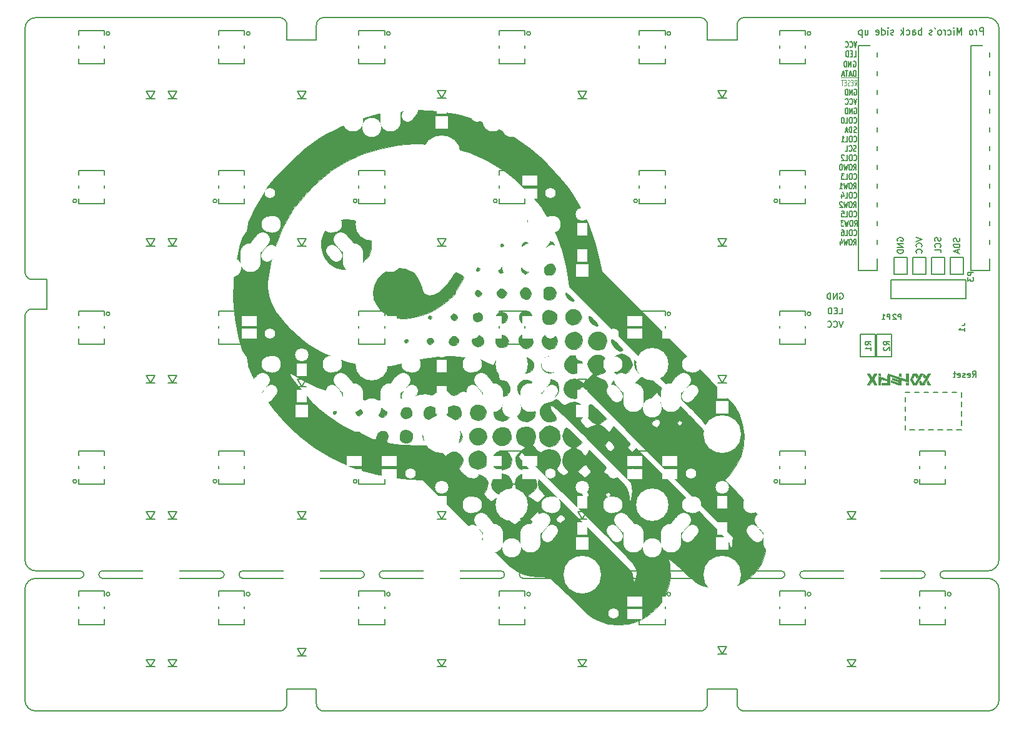
<source format=gbr>
G04 #@! TF.GenerationSoftware,KiCad,Pcbnew,(5.1.2)-2*
G04 #@! TF.CreationDate,2019-08-20T00:13:47-05:00*
G04 #@! TF.ProjectId,helix,68656c69-782e-46b6-9963-61645f706362,rev?*
G04 #@! TF.SameCoordinates,Original*
G04 #@! TF.FileFunction,Legend,Bot*
G04 #@! TF.FilePolarity,Positive*
%FSLAX46Y46*%
G04 Gerber Fmt 4.6, Leading zero omitted, Abs format (unit mm)*
G04 Created by KiCad (PCBNEW (5.1.2)-2) date 2019-08-20 00:13:47*
%MOMM*%
%LPD*%
G04 APERTURE LIST*
%ADD10C,0.150000*%
%ADD11C,0.125000*%
%ADD12C,0.010000*%
%ADD13C,0.100000*%
%ADD14C,2.000000*%
%ADD15C,1.400000*%
%ADD16C,2.400000*%
%ADD17C,1.797000*%
%ADD18C,1.924000*%
%ADD19C,5.100400*%
%ADD20R,1.797000X1.797000*%
%ADD21R,2.000000X1.400000*%
%ADD22C,2.600000*%
%ADD23R,1.543000X1.035000*%
%ADD24R,1.350000X1.700000*%
%ADD25R,1.924000X1.924000*%
%ADD26C,2.100000*%
%ADD27C,2.800000*%
%ADD28C,1.950000*%
%ADD29C,1.950000*%
%ADD30C,1.650000*%
%ADD31C,1.650000*%
%ADD32C,2.300000*%
%ADD33C,4.400000*%
G04 APERTURE END LIST*
D10*
X180500000Y-138000000D02*
X213500000Y-138000000D01*
X179500000Y-135000000D02*
X179500000Y-137000000D01*
X175500000Y-137000000D02*
X175500000Y-135000000D01*
X123500000Y-138000000D02*
X174500000Y-138000000D01*
X117500000Y-138000000D02*
X84500000Y-138000000D01*
X122500000Y-135000000D02*
X122500000Y-137000000D01*
X118500000Y-135000000D02*
X118500000Y-137000000D01*
X83000000Y-84500000D02*
X83000000Y-117500000D01*
X86000000Y-83500000D02*
X84000000Y-83500000D01*
X84000000Y-79500000D02*
X86000000Y-79500000D01*
X83000000Y-45500000D02*
X83000000Y-78500000D01*
X179500000Y-137000000D02*
G75*
G03X180500000Y-138000000I1000000J0D01*
G01*
X174500000Y-138000000D02*
G75*
G03X175500000Y-137000000I0J1000000D01*
G01*
X122500000Y-137000000D02*
G75*
G03X123500000Y-138000000I1000000J0D01*
G01*
X117500000Y-138000000D02*
G75*
G03X118500000Y-137000000I0J1000000D01*
G01*
X84000000Y-83500000D02*
G75*
G03X83000000Y-84500000I0J-1000000D01*
G01*
X83000000Y-78500000D02*
G75*
G03X84000000Y-79500000I1000000J0D01*
G01*
X180500000Y-44000000D02*
X213500000Y-44000000D01*
X179500000Y-45000000D02*
X179500000Y-47000000D01*
X180500000Y-44000000D02*
G75*
G03X179500000Y-45000000I0J-1000000D01*
G01*
X175500000Y-45000000D02*
X175500000Y-47000000D01*
X175500000Y-45000000D02*
G75*
G03X174500000Y-44000000I-1000000J0D01*
G01*
X123500000Y-44000000D02*
X174500000Y-44000000D01*
X122500000Y-47000000D02*
X122500000Y-45000000D01*
X123500000Y-44000000D02*
G75*
G03X122500000Y-45000000I0J-1000000D01*
G01*
X117500000Y-44000000D02*
X84500000Y-44000000D01*
X118500000Y-45000000D02*
X118500000Y-47000000D01*
X118500000Y-45000000D02*
G75*
G03X117500000Y-44000000I-1000000J0D01*
G01*
X175500000Y-135000000D02*
X179500000Y-135000000D01*
X118500000Y-135000000D02*
X122500000Y-135000000D01*
X175500000Y-47000000D02*
X179500000Y-47000000D01*
X118500000Y-47000000D02*
X122500000Y-47000000D01*
X86000000Y-79500000D02*
X86000000Y-83500000D01*
X204250000Y-126250000D02*
X204250000Y-121750000D01*
X207750000Y-126250000D02*
X204250000Y-126250000D01*
X207750000Y-121750000D02*
X207750000Y-126250000D01*
X204250000Y-121750000D02*
X207750000Y-121750000D01*
X185250000Y-126250000D02*
X185250000Y-121750000D01*
X188750000Y-126250000D02*
X185250000Y-126250000D01*
X188750000Y-121750000D02*
X188750000Y-126250000D01*
X185250000Y-121750000D02*
X188750000Y-121750000D01*
X166250000Y-126250000D02*
X166250000Y-121750000D01*
X169750000Y-126250000D02*
X166250000Y-126250000D01*
X169750000Y-121750000D02*
X169750000Y-126250000D01*
X166250000Y-121750000D02*
X169750000Y-121750000D01*
X147250000Y-126250000D02*
X147250000Y-121750000D01*
X150750000Y-126250000D02*
X147250000Y-126250000D01*
X150750000Y-121750000D02*
X150750000Y-126250000D01*
X147250000Y-121750000D02*
X150750000Y-121750000D01*
X128250000Y-126250000D02*
X128250000Y-121750000D01*
X131750000Y-126250000D02*
X128250000Y-126250000D01*
X131750000Y-121750000D02*
X131750000Y-126250000D01*
X128250000Y-121750000D02*
X131750000Y-121750000D01*
X109250000Y-126250000D02*
X109250000Y-121750000D01*
X112750000Y-126250000D02*
X109250000Y-126250000D01*
X112750000Y-121750000D02*
X112750000Y-126250000D01*
X109250000Y-121750000D02*
X112750000Y-121750000D01*
X90250000Y-126250000D02*
X90250000Y-121750000D01*
X93750000Y-126250000D02*
X90250000Y-126250000D01*
X93750000Y-121750000D02*
X93750000Y-126250000D01*
X90250000Y-121750000D02*
X93750000Y-121750000D01*
X90250000Y-107250000D02*
X90250000Y-102750000D01*
X93750000Y-107250000D02*
X90250000Y-107250000D01*
X93750000Y-102750000D02*
X93750000Y-107250000D01*
X90250000Y-102750000D02*
X93750000Y-102750000D01*
X109250000Y-107250000D02*
X109250000Y-102750000D01*
X112750000Y-107250000D02*
X109250000Y-107250000D01*
X112750000Y-102750000D02*
X112750000Y-107250000D01*
X109250000Y-102750000D02*
X112750000Y-102750000D01*
X128250000Y-107250000D02*
X128250000Y-102750000D01*
X131750000Y-107250000D02*
X128250000Y-107250000D01*
X131750000Y-102750000D02*
X131750000Y-107250000D01*
X128250000Y-102750000D02*
X131750000Y-102750000D01*
X147250000Y-107250000D02*
X147250000Y-102750000D01*
X150750000Y-107250000D02*
X147250000Y-107250000D01*
X150750000Y-102750000D02*
X150750000Y-107250000D01*
X147250000Y-102750000D02*
X150750000Y-102750000D01*
X166250000Y-107250000D02*
X166250000Y-102750000D01*
X169750000Y-107250000D02*
X166250000Y-107250000D01*
X169750000Y-102750000D02*
X169750000Y-107250000D01*
X166250000Y-102750000D02*
X169750000Y-102750000D01*
X185250000Y-107250000D02*
X185250000Y-102750000D01*
X188750000Y-107250000D02*
X185250000Y-107250000D01*
X188750000Y-102750000D02*
X188750000Y-107250000D01*
X185250000Y-102750000D02*
X188750000Y-102750000D01*
X204250000Y-107250000D02*
X204250000Y-102750000D01*
X207750000Y-107250000D02*
X204250000Y-107250000D01*
X207750000Y-102750000D02*
X207750000Y-107250000D01*
X204250000Y-102750000D02*
X207750000Y-102750000D01*
X185250000Y-88250000D02*
X185250000Y-83750000D01*
X188750000Y-88250000D02*
X185250000Y-88250000D01*
X188750000Y-83750000D02*
X188750000Y-88250000D01*
X185250000Y-83750000D02*
X188750000Y-83750000D01*
X166250000Y-88250000D02*
X166250000Y-83750000D01*
X169750000Y-88250000D02*
X166250000Y-88250000D01*
X169750000Y-83750000D02*
X169750000Y-88250000D01*
X166250000Y-83750000D02*
X169750000Y-83750000D01*
X147250000Y-88250000D02*
X147250000Y-83750000D01*
X150750000Y-88250000D02*
X147250000Y-88250000D01*
X150750000Y-83750000D02*
X150750000Y-88250000D01*
X147250000Y-83750000D02*
X150750000Y-83750000D01*
X128250000Y-88250000D02*
X128250000Y-83750000D01*
X131750000Y-88250000D02*
X128250000Y-88250000D01*
X131750000Y-83750000D02*
X131750000Y-88250000D01*
X128250000Y-83750000D02*
X131750000Y-83750000D01*
X109250000Y-88250000D02*
X109250000Y-83750000D01*
X112750000Y-88250000D02*
X109250000Y-88250000D01*
X112750000Y-83750000D02*
X112750000Y-88250000D01*
X109250000Y-83750000D02*
X112750000Y-83750000D01*
X90250000Y-88250000D02*
X90250000Y-83750000D01*
X93750000Y-88250000D02*
X90250000Y-88250000D01*
X93750000Y-83750000D02*
X93750000Y-88250000D01*
X90250000Y-83750000D02*
X93750000Y-83750000D01*
X90250000Y-69250000D02*
X90250000Y-64750000D01*
X93750000Y-69250000D02*
X90250000Y-69250000D01*
X93750000Y-64750000D02*
X93750000Y-69250000D01*
X90250000Y-64750000D02*
X93750000Y-64750000D01*
X109250000Y-69250000D02*
X109250000Y-64750000D01*
X112750000Y-69250000D02*
X109250000Y-69250000D01*
X112750000Y-64750000D02*
X112750000Y-69250000D01*
X109250000Y-64750000D02*
X112750000Y-64750000D01*
X128250000Y-69250000D02*
X128250000Y-64750000D01*
X131750000Y-69250000D02*
X128250000Y-69250000D01*
X131750000Y-64750000D02*
X131750000Y-69250000D01*
X128250000Y-64750000D02*
X131750000Y-64750000D01*
X147250000Y-69250000D02*
X147250000Y-64750000D01*
X150750000Y-69250000D02*
X147250000Y-69250000D01*
X150750000Y-64750000D02*
X150750000Y-69250000D01*
X147250000Y-64750000D02*
X150750000Y-64750000D01*
X166250000Y-69250000D02*
X166250000Y-64750000D01*
X169750000Y-69250000D02*
X166250000Y-69250000D01*
X169750000Y-64750000D02*
X169750000Y-69250000D01*
X166250000Y-64750000D02*
X169750000Y-64750000D01*
X185250000Y-69250000D02*
X185250000Y-64750000D01*
X188750000Y-69250000D02*
X185250000Y-69250000D01*
X188750000Y-64750000D02*
X188750000Y-69250000D01*
X185250000Y-64750000D02*
X188750000Y-64750000D01*
X185250000Y-50250000D02*
X185250000Y-45750000D01*
X188750000Y-50250000D02*
X185250000Y-50250000D01*
X188750000Y-45750000D02*
X188750000Y-50250000D01*
X185250000Y-45750000D02*
X188750000Y-45750000D01*
X166250000Y-50250000D02*
X166250000Y-45750000D01*
X169750000Y-50250000D02*
X166250000Y-50250000D01*
X169750000Y-45750000D02*
X169750000Y-50250000D01*
X166250000Y-45750000D02*
X169750000Y-45750000D01*
X147250000Y-50250000D02*
X147250000Y-45750000D01*
X150750000Y-50250000D02*
X147250000Y-50250000D01*
X150750000Y-45750000D02*
X150750000Y-50250000D01*
X147250000Y-45750000D02*
X150750000Y-45750000D01*
X128250000Y-50250000D02*
X128250000Y-45750000D01*
X131750000Y-50250000D02*
X128250000Y-50250000D01*
X131750000Y-45750000D02*
X131750000Y-50250000D01*
X128250000Y-45750000D02*
X131750000Y-45750000D01*
X109250000Y-50250000D02*
X109250000Y-45750000D01*
X112750000Y-50250000D02*
X109250000Y-50250000D01*
X112750000Y-45750000D02*
X112750000Y-50250000D01*
X109250000Y-45750000D02*
X112750000Y-45750000D01*
X90250000Y-50250000D02*
X90250000Y-45750000D01*
X93750000Y-50250000D02*
X90250000Y-50250000D01*
X93750000Y-45750000D02*
X93750000Y-50250000D01*
X90250000Y-45750000D02*
X93750000Y-45750000D01*
X209561904Y-85733333D02*
X210133333Y-85733333D01*
X210247619Y-85695238D01*
X210323809Y-85619047D01*
X210361904Y-85504761D01*
X210361904Y-85428571D01*
X210361904Y-86533333D02*
X210361904Y-86076190D01*
X210361904Y-86304761D02*
X209561904Y-86304761D01*
X209676190Y-86228571D01*
X209752380Y-86152380D01*
X209790476Y-86076190D01*
X211561904Y-78509523D02*
X210761904Y-78509523D01*
X210761904Y-78814285D01*
X210800000Y-78890476D01*
X210838095Y-78928571D01*
X210914285Y-78966666D01*
X211028571Y-78966666D01*
X211104761Y-78928571D01*
X211142857Y-78890476D01*
X211180952Y-78814285D01*
X211180952Y-78509523D01*
X210761904Y-79233333D02*
X210761904Y-79728571D01*
X211066666Y-79461904D01*
X211066666Y-79576190D01*
X211104761Y-79652380D01*
X211142857Y-79690476D01*
X211219047Y-79728571D01*
X211409523Y-79728571D01*
X211485714Y-79690476D01*
X211523809Y-79652380D01*
X211561904Y-79576190D01*
X211561904Y-79347619D01*
X211523809Y-79271428D01*
X211485714Y-79233333D01*
X201716666Y-84916666D02*
X201716666Y-84216666D01*
X201450000Y-84216666D01*
X201383333Y-84250000D01*
X201350000Y-84283333D01*
X201316666Y-84350000D01*
X201316666Y-84450000D01*
X201350000Y-84516666D01*
X201383333Y-84550000D01*
X201450000Y-84583333D01*
X201716666Y-84583333D01*
X201050000Y-84283333D02*
X201016666Y-84250000D01*
X200950000Y-84216666D01*
X200783333Y-84216666D01*
X200716666Y-84250000D01*
X200683333Y-84283333D01*
X200650000Y-84350000D01*
X200650000Y-84416666D01*
X200683333Y-84516666D01*
X201083333Y-84916666D01*
X200650000Y-84916666D01*
X200216666Y-84916666D02*
X200216666Y-84216666D01*
X199950000Y-84216666D01*
X199883333Y-84250000D01*
X199850000Y-84283333D01*
X199816666Y-84350000D01*
X199816666Y-84450000D01*
X199850000Y-84516666D01*
X199883333Y-84550000D01*
X199950000Y-84583333D01*
X200216666Y-84583333D01*
X199150000Y-84916666D02*
X199550000Y-84916666D01*
X199350000Y-84916666D02*
X199350000Y-84216666D01*
X199416666Y-84316666D01*
X199483333Y-84383333D01*
X199550000Y-84416666D01*
X195310142Y-74847695D02*
X195510142Y-74460647D01*
X195653000Y-74847695D02*
X195653000Y-74034895D01*
X195424428Y-74034895D01*
X195367285Y-74073600D01*
X195338714Y-74112304D01*
X195310142Y-74189714D01*
X195310142Y-74305828D01*
X195338714Y-74383238D01*
X195367285Y-74421942D01*
X195424428Y-74460647D01*
X195653000Y-74460647D01*
X194938714Y-74034895D02*
X194824428Y-74034895D01*
X194767285Y-74073600D01*
X194710142Y-74151009D01*
X194681571Y-74305828D01*
X194681571Y-74576761D01*
X194710142Y-74731580D01*
X194767285Y-74808990D01*
X194824428Y-74847695D01*
X194938714Y-74847695D01*
X194995857Y-74808990D01*
X195053000Y-74731580D01*
X195081571Y-74576761D01*
X195081571Y-74305828D01*
X195053000Y-74151009D01*
X194995857Y-74073600D01*
X194938714Y-74034895D01*
X194481571Y-74034895D02*
X194338714Y-74847695D01*
X194224428Y-74267123D01*
X194110142Y-74847695D01*
X193967285Y-74034895D01*
X193481571Y-74305828D02*
X193481571Y-74847695D01*
X193624428Y-73996190D02*
X193767285Y-74576761D01*
X193395857Y-74576761D01*
X195337142Y-73500285D02*
X195365714Y-73538990D01*
X195451428Y-73577695D01*
X195508571Y-73577695D01*
X195594285Y-73538990D01*
X195651428Y-73461580D01*
X195680000Y-73384171D01*
X195708571Y-73229352D01*
X195708571Y-73113238D01*
X195680000Y-72958419D01*
X195651428Y-72881009D01*
X195594285Y-72803600D01*
X195508571Y-72764895D01*
X195451428Y-72764895D01*
X195365714Y-72803600D01*
X195337142Y-72842304D01*
X194965714Y-72764895D02*
X194851428Y-72764895D01*
X194794285Y-72803600D01*
X194737142Y-72881009D01*
X194708571Y-73035828D01*
X194708571Y-73306761D01*
X194737142Y-73461580D01*
X194794285Y-73538990D01*
X194851428Y-73577695D01*
X194965714Y-73577695D01*
X195022857Y-73538990D01*
X195080000Y-73461580D01*
X195108571Y-73306761D01*
X195108571Y-73035828D01*
X195080000Y-72881009D01*
X195022857Y-72803600D01*
X194965714Y-72764895D01*
X194165714Y-73577695D02*
X194451428Y-73577695D01*
X194451428Y-72764895D01*
X193708571Y-72764895D02*
X193822857Y-72764895D01*
X193880000Y-72803600D01*
X193908571Y-72842304D01*
X193965714Y-72958419D01*
X193994285Y-73113238D01*
X193994285Y-73422876D01*
X193965714Y-73500285D01*
X193937142Y-73538990D01*
X193880000Y-73577695D01*
X193765714Y-73577695D01*
X193708571Y-73538990D01*
X193680000Y-73500285D01*
X193651428Y-73422876D01*
X193651428Y-73229352D01*
X193680000Y-73151942D01*
X193708571Y-73113238D01*
X193765714Y-73074533D01*
X193880000Y-73074533D01*
X193937142Y-73113238D01*
X193965714Y-73151942D01*
X193994285Y-73229352D01*
X195437142Y-72307695D02*
X195637142Y-71920647D01*
X195780000Y-72307695D02*
X195780000Y-71494895D01*
X195551428Y-71494895D01*
X195494285Y-71533600D01*
X195465714Y-71572304D01*
X195437142Y-71649714D01*
X195437142Y-71765828D01*
X195465714Y-71843238D01*
X195494285Y-71881942D01*
X195551428Y-71920647D01*
X195780000Y-71920647D01*
X195065714Y-71494895D02*
X194951428Y-71494895D01*
X194894285Y-71533600D01*
X194837142Y-71611009D01*
X194808571Y-71765828D01*
X194808571Y-72036761D01*
X194837142Y-72191580D01*
X194894285Y-72268990D01*
X194951428Y-72307695D01*
X195065714Y-72307695D01*
X195122857Y-72268990D01*
X195180000Y-72191580D01*
X195208571Y-72036761D01*
X195208571Y-71765828D01*
X195180000Y-71611009D01*
X195122857Y-71533600D01*
X195065714Y-71494895D01*
X194608571Y-71494895D02*
X194465714Y-72307695D01*
X194351428Y-71727123D01*
X194237142Y-72307695D01*
X194094285Y-71494895D01*
X193922857Y-71494895D02*
X193551428Y-71494895D01*
X193751428Y-71804533D01*
X193665714Y-71804533D01*
X193608571Y-71843238D01*
X193580000Y-71881942D01*
X193551428Y-71959352D01*
X193551428Y-72152876D01*
X193580000Y-72230285D01*
X193608571Y-72268990D01*
X193665714Y-72307695D01*
X193837142Y-72307695D01*
X193894285Y-72268990D01*
X193922857Y-72230285D01*
X195337142Y-70960285D02*
X195365714Y-70998990D01*
X195451428Y-71037695D01*
X195508571Y-71037695D01*
X195594285Y-70998990D01*
X195651428Y-70921580D01*
X195680000Y-70844171D01*
X195708571Y-70689352D01*
X195708571Y-70573238D01*
X195680000Y-70418419D01*
X195651428Y-70341009D01*
X195594285Y-70263600D01*
X195508571Y-70224895D01*
X195451428Y-70224895D01*
X195365714Y-70263600D01*
X195337142Y-70302304D01*
X194965714Y-70224895D02*
X194851428Y-70224895D01*
X194794285Y-70263600D01*
X194737142Y-70341009D01*
X194708571Y-70495828D01*
X194708571Y-70766761D01*
X194737142Y-70921580D01*
X194794285Y-70998990D01*
X194851428Y-71037695D01*
X194965714Y-71037695D01*
X195022857Y-70998990D01*
X195080000Y-70921580D01*
X195108571Y-70766761D01*
X195108571Y-70495828D01*
X195080000Y-70341009D01*
X195022857Y-70263600D01*
X194965714Y-70224895D01*
X194165714Y-71037695D02*
X194451428Y-71037695D01*
X194451428Y-70224895D01*
X193680000Y-70224895D02*
X193965714Y-70224895D01*
X193994285Y-70611942D01*
X193965714Y-70573238D01*
X193908571Y-70534533D01*
X193765714Y-70534533D01*
X193708571Y-70573238D01*
X193680000Y-70611942D01*
X193651428Y-70689352D01*
X193651428Y-70882876D01*
X193680000Y-70960285D01*
X193708571Y-70998990D01*
X193765714Y-71037695D01*
X193908571Y-71037695D01*
X193965714Y-70998990D01*
X193994285Y-70960285D01*
X195310142Y-69767695D02*
X195510142Y-69380647D01*
X195653000Y-69767695D02*
X195653000Y-68954895D01*
X195424428Y-68954895D01*
X195367285Y-68993600D01*
X195338714Y-69032304D01*
X195310142Y-69109714D01*
X195310142Y-69225828D01*
X195338714Y-69303238D01*
X195367285Y-69341942D01*
X195424428Y-69380647D01*
X195653000Y-69380647D01*
X194938714Y-68954895D02*
X194824428Y-68954895D01*
X194767285Y-68993600D01*
X194710142Y-69071009D01*
X194681571Y-69225828D01*
X194681571Y-69496761D01*
X194710142Y-69651580D01*
X194767285Y-69728990D01*
X194824428Y-69767695D01*
X194938714Y-69767695D01*
X194995857Y-69728990D01*
X195053000Y-69651580D01*
X195081571Y-69496761D01*
X195081571Y-69225828D01*
X195053000Y-69071009D01*
X194995857Y-68993600D01*
X194938714Y-68954895D01*
X194481571Y-68954895D02*
X194338714Y-69767695D01*
X194224428Y-69187123D01*
X194110142Y-69767695D01*
X193967285Y-68954895D01*
X193767285Y-69032304D02*
X193738714Y-68993600D01*
X193681571Y-68954895D01*
X193538714Y-68954895D01*
X193481571Y-68993600D01*
X193453000Y-69032304D01*
X193424428Y-69109714D01*
X193424428Y-69187123D01*
X193453000Y-69303238D01*
X193795857Y-69767695D01*
X193424428Y-69767695D01*
X195337142Y-68420285D02*
X195365714Y-68458990D01*
X195451428Y-68497695D01*
X195508571Y-68497695D01*
X195594285Y-68458990D01*
X195651428Y-68381580D01*
X195680000Y-68304171D01*
X195708571Y-68149352D01*
X195708571Y-68033238D01*
X195680000Y-67878419D01*
X195651428Y-67801009D01*
X195594285Y-67723600D01*
X195508571Y-67684895D01*
X195451428Y-67684895D01*
X195365714Y-67723600D01*
X195337142Y-67762304D01*
X194965714Y-67684895D02*
X194851428Y-67684895D01*
X194794285Y-67723600D01*
X194737142Y-67801009D01*
X194708571Y-67955828D01*
X194708571Y-68226761D01*
X194737142Y-68381580D01*
X194794285Y-68458990D01*
X194851428Y-68497695D01*
X194965714Y-68497695D01*
X195022857Y-68458990D01*
X195080000Y-68381580D01*
X195108571Y-68226761D01*
X195108571Y-67955828D01*
X195080000Y-67801009D01*
X195022857Y-67723600D01*
X194965714Y-67684895D01*
X194165714Y-68497695D02*
X194451428Y-68497695D01*
X194451428Y-67684895D01*
X193708571Y-67955828D02*
X193708571Y-68497695D01*
X193851428Y-67646190D02*
X193994285Y-68226761D01*
X193622857Y-68226761D01*
X195310142Y-67227695D02*
X195510142Y-66840647D01*
X195653000Y-67227695D02*
X195653000Y-66414895D01*
X195424428Y-66414895D01*
X195367285Y-66453600D01*
X195338714Y-66492304D01*
X195310142Y-66569714D01*
X195310142Y-66685828D01*
X195338714Y-66763238D01*
X195367285Y-66801942D01*
X195424428Y-66840647D01*
X195653000Y-66840647D01*
X194938714Y-66414895D02*
X194824428Y-66414895D01*
X194767285Y-66453600D01*
X194710142Y-66531009D01*
X194681571Y-66685828D01*
X194681571Y-66956761D01*
X194710142Y-67111580D01*
X194767285Y-67188990D01*
X194824428Y-67227695D01*
X194938714Y-67227695D01*
X194995857Y-67188990D01*
X195053000Y-67111580D01*
X195081571Y-66956761D01*
X195081571Y-66685828D01*
X195053000Y-66531009D01*
X194995857Y-66453600D01*
X194938714Y-66414895D01*
X194481571Y-66414895D02*
X194338714Y-67227695D01*
X194224428Y-66647123D01*
X194110142Y-67227695D01*
X193967285Y-66414895D01*
X193424428Y-67227695D02*
X193767285Y-67227695D01*
X193595857Y-67227695D02*
X193595857Y-66414895D01*
X193653000Y-66531009D01*
X193710142Y-66608419D01*
X193767285Y-66647123D01*
X195337142Y-65880285D02*
X195365714Y-65918990D01*
X195451428Y-65957695D01*
X195508571Y-65957695D01*
X195594285Y-65918990D01*
X195651428Y-65841580D01*
X195680000Y-65764171D01*
X195708571Y-65609352D01*
X195708571Y-65493238D01*
X195680000Y-65338419D01*
X195651428Y-65261009D01*
X195594285Y-65183600D01*
X195508571Y-65144895D01*
X195451428Y-65144895D01*
X195365714Y-65183600D01*
X195337142Y-65222304D01*
X194965714Y-65144895D02*
X194851428Y-65144895D01*
X194794285Y-65183600D01*
X194737142Y-65261009D01*
X194708571Y-65415828D01*
X194708571Y-65686761D01*
X194737142Y-65841580D01*
X194794285Y-65918990D01*
X194851428Y-65957695D01*
X194965714Y-65957695D01*
X195022857Y-65918990D01*
X195080000Y-65841580D01*
X195108571Y-65686761D01*
X195108571Y-65415828D01*
X195080000Y-65261009D01*
X195022857Y-65183600D01*
X194965714Y-65144895D01*
X194165714Y-65957695D02*
X194451428Y-65957695D01*
X194451428Y-65144895D01*
X194022857Y-65144895D02*
X193651428Y-65144895D01*
X193851428Y-65454533D01*
X193765714Y-65454533D01*
X193708571Y-65493238D01*
X193680000Y-65531942D01*
X193651428Y-65609352D01*
X193651428Y-65802876D01*
X193680000Y-65880285D01*
X193708571Y-65918990D01*
X193765714Y-65957695D01*
X193937142Y-65957695D01*
X193994285Y-65918990D01*
X194022857Y-65880285D01*
X195310142Y-64687695D02*
X195510142Y-64300647D01*
X195653000Y-64687695D02*
X195653000Y-63874895D01*
X195424428Y-63874895D01*
X195367285Y-63913600D01*
X195338714Y-63952304D01*
X195310142Y-64029714D01*
X195310142Y-64145828D01*
X195338714Y-64223238D01*
X195367285Y-64261942D01*
X195424428Y-64300647D01*
X195653000Y-64300647D01*
X194938714Y-63874895D02*
X194824428Y-63874895D01*
X194767285Y-63913600D01*
X194710142Y-63991009D01*
X194681571Y-64145828D01*
X194681571Y-64416761D01*
X194710142Y-64571580D01*
X194767285Y-64648990D01*
X194824428Y-64687695D01*
X194938714Y-64687695D01*
X194995857Y-64648990D01*
X195053000Y-64571580D01*
X195081571Y-64416761D01*
X195081571Y-64145828D01*
X195053000Y-63991009D01*
X194995857Y-63913600D01*
X194938714Y-63874895D01*
X194481571Y-63874895D02*
X194338714Y-64687695D01*
X194224428Y-64107123D01*
X194110142Y-64687695D01*
X193967285Y-63874895D01*
X193624428Y-63874895D02*
X193567285Y-63874895D01*
X193510142Y-63913600D01*
X193481571Y-63952304D01*
X193453000Y-64029714D01*
X193424428Y-64184533D01*
X193424428Y-64378057D01*
X193453000Y-64532876D01*
X193481571Y-64610285D01*
X193510142Y-64648990D01*
X193567285Y-64687695D01*
X193624428Y-64687695D01*
X193681571Y-64648990D01*
X193710142Y-64610285D01*
X193738714Y-64532876D01*
X193767285Y-64378057D01*
X193767285Y-64184533D01*
X193738714Y-64029714D01*
X193710142Y-63952304D01*
X193681571Y-63913600D01*
X193624428Y-63874895D01*
X195337142Y-63340285D02*
X195365714Y-63378990D01*
X195451428Y-63417695D01*
X195508571Y-63417695D01*
X195594285Y-63378990D01*
X195651428Y-63301580D01*
X195680000Y-63224171D01*
X195708571Y-63069352D01*
X195708571Y-62953238D01*
X195680000Y-62798419D01*
X195651428Y-62721009D01*
X195594285Y-62643600D01*
X195508571Y-62604895D01*
X195451428Y-62604895D01*
X195365714Y-62643600D01*
X195337142Y-62682304D01*
X194965714Y-62604895D02*
X194851428Y-62604895D01*
X194794285Y-62643600D01*
X194737142Y-62721009D01*
X194708571Y-62875828D01*
X194708571Y-63146761D01*
X194737142Y-63301580D01*
X194794285Y-63378990D01*
X194851428Y-63417695D01*
X194965714Y-63417695D01*
X195022857Y-63378990D01*
X195080000Y-63301580D01*
X195108571Y-63146761D01*
X195108571Y-62875828D01*
X195080000Y-62721009D01*
X195022857Y-62643600D01*
X194965714Y-62604895D01*
X194165714Y-63417695D02*
X194451428Y-63417695D01*
X194451428Y-62604895D01*
X193994285Y-62682304D02*
X193965714Y-62643600D01*
X193908571Y-62604895D01*
X193765714Y-62604895D01*
X193708571Y-62643600D01*
X193680000Y-62682304D01*
X193651428Y-62759714D01*
X193651428Y-62837123D01*
X193680000Y-62953238D01*
X194022857Y-63417695D01*
X193651428Y-63417695D01*
X195648285Y-62108990D02*
X195562571Y-62147695D01*
X195419714Y-62147695D01*
X195362571Y-62108990D01*
X195334000Y-62070285D01*
X195305428Y-61992876D01*
X195305428Y-61915466D01*
X195334000Y-61838057D01*
X195362571Y-61799352D01*
X195419714Y-61760647D01*
X195534000Y-61721942D01*
X195591142Y-61683238D01*
X195619714Y-61644533D01*
X195648285Y-61567123D01*
X195648285Y-61489714D01*
X195619714Y-61412304D01*
X195591142Y-61373600D01*
X195534000Y-61334895D01*
X195391142Y-61334895D01*
X195305428Y-61373600D01*
X194705428Y-62070285D02*
X194734000Y-62108990D01*
X194819714Y-62147695D01*
X194876857Y-62147695D01*
X194962571Y-62108990D01*
X195019714Y-62031580D01*
X195048285Y-61954171D01*
X195076857Y-61799352D01*
X195076857Y-61683238D01*
X195048285Y-61528419D01*
X195019714Y-61451009D01*
X194962571Y-61373600D01*
X194876857Y-61334895D01*
X194819714Y-61334895D01*
X194734000Y-61373600D01*
X194705428Y-61412304D01*
X194162571Y-62147695D02*
X194448285Y-62147695D01*
X194448285Y-61334895D01*
X195337142Y-60800285D02*
X195365714Y-60838990D01*
X195451428Y-60877695D01*
X195508571Y-60877695D01*
X195594285Y-60838990D01*
X195651428Y-60761580D01*
X195680000Y-60684171D01*
X195708571Y-60529352D01*
X195708571Y-60413238D01*
X195680000Y-60258419D01*
X195651428Y-60181009D01*
X195594285Y-60103600D01*
X195508571Y-60064895D01*
X195451428Y-60064895D01*
X195365714Y-60103600D01*
X195337142Y-60142304D01*
X194965714Y-60064895D02*
X194851428Y-60064895D01*
X194794285Y-60103600D01*
X194737142Y-60181009D01*
X194708571Y-60335828D01*
X194708571Y-60606761D01*
X194737142Y-60761580D01*
X194794285Y-60838990D01*
X194851428Y-60877695D01*
X194965714Y-60877695D01*
X195022857Y-60838990D01*
X195080000Y-60761580D01*
X195108571Y-60606761D01*
X195108571Y-60335828D01*
X195080000Y-60181009D01*
X195022857Y-60103600D01*
X194965714Y-60064895D01*
X194165714Y-60877695D02*
X194451428Y-60877695D01*
X194451428Y-60064895D01*
X193651428Y-60877695D02*
X193994285Y-60877695D01*
X193822857Y-60877695D02*
X193822857Y-60064895D01*
X193880000Y-60181009D01*
X193937142Y-60258419D01*
X193994285Y-60297123D01*
X195662571Y-59568990D02*
X195576857Y-59607695D01*
X195434000Y-59607695D01*
X195376857Y-59568990D01*
X195348285Y-59530285D01*
X195319714Y-59452876D01*
X195319714Y-59375466D01*
X195348285Y-59298057D01*
X195376857Y-59259352D01*
X195434000Y-59220647D01*
X195548285Y-59181942D01*
X195605428Y-59143238D01*
X195634000Y-59104533D01*
X195662571Y-59027123D01*
X195662571Y-58949714D01*
X195634000Y-58872304D01*
X195605428Y-58833600D01*
X195548285Y-58794895D01*
X195405428Y-58794895D01*
X195319714Y-58833600D01*
X195062571Y-59607695D02*
X195062571Y-58794895D01*
X194919714Y-58794895D01*
X194834000Y-58833600D01*
X194776857Y-58911009D01*
X194748285Y-58988419D01*
X194719714Y-59143238D01*
X194719714Y-59259352D01*
X194748285Y-59414171D01*
X194776857Y-59491580D01*
X194834000Y-59568990D01*
X194919714Y-59607695D01*
X195062571Y-59607695D01*
X194491142Y-59375466D02*
X194205428Y-59375466D01*
X194548285Y-59607695D02*
X194348285Y-58794895D01*
X194148285Y-59607695D01*
X195337142Y-58260285D02*
X195365714Y-58298990D01*
X195451428Y-58337695D01*
X195508571Y-58337695D01*
X195594285Y-58298990D01*
X195651428Y-58221580D01*
X195680000Y-58144171D01*
X195708571Y-57989352D01*
X195708571Y-57873238D01*
X195680000Y-57718419D01*
X195651428Y-57641009D01*
X195594285Y-57563600D01*
X195508571Y-57524895D01*
X195451428Y-57524895D01*
X195365714Y-57563600D01*
X195337142Y-57602304D01*
X194965714Y-57524895D02*
X194851428Y-57524895D01*
X194794285Y-57563600D01*
X194737142Y-57641009D01*
X194708571Y-57795828D01*
X194708571Y-58066761D01*
X194737142Y-58221580D01*
X194794285Y-58298990D01*
X194851428Y-58337695D01*
X194965714Y-58337695D01*
X195022857Y-58298990D01*
X195080000Y-58221580D01*
X195108571Y-58066761D01*
X195108571Y-57795828D01*
X195080000Y-57641009D01*
X195022857Y-57563600D01*
X194965714Y-57524895D01*
X194165714Y-58337695D02*
X194451428Y-58337695D01*
X194451428Y-57524895D01*
X193851428Y-57524895D02*
X193794285Y-57524895D01*
X193737142Y-57563600D01*
X193708571Y-57602304D01*
X193680000Y-57679714D01*
X193651428Y-57834533D01*
X193651428Y-58028057D01*
X193680000Y-58182876D01*
X193708571Y-58260285D01*
X193737142Y-58298990D01*
X193794285Y-58337695D01*
X193851428Y-58337695D01*
X193908571Y-58298990D01*
X193937142Y-58260285D01*
X193965714Y-58182876D01*
X193994285Y-58028057D01*
X193994285Y-57834533D01*
X193965714Y-57679714D01*
X193937142Y-57602304D01*
X193908571Y-57563600D01*
X193851428Y-57524895D01*
X195391142Y-56293600D02*
X195448285Y-56254895D01*
X195534000Y-56254895D01*
X195619714Y-56293600D01*
X195676857Y-56371009D01*
X195705428Y-56448419D01*
X195734000Y-56603238D01*
X195734000Y-56719352D01*
X195705428Y-56874171D01*
X195676857Y-56951580D01*
X195619714Y-57028990D01*
X195534000Y-57067695D01*
X195476857Y-57067695D01*
X195391142Y-57028990D01*
X195362571Y-56990285D01*
X195362571Y-56719352D01*
X195476857Y-56719352D01*
X195105428Y-57067695D02*
X195105428Y-56254895D01*
X194762571Y-57067695D01*
X194762571Y-56254895D01*
X194476857Y-57067695D02*
X194476857Y-56254895D01*
X194334000Y-56254895D01*
X194248285Y-56293600D01*
X194191142Y-56371009D01*
X194162571Y-56448419D01*
X194134000Y-56603238D01*
X194134000Y-56719352D01*
X194162571Y-56874171D01*
X194191142Y-56951580D01*
X194248285Y-57028990D01*
X194334000Y-57067695D01*
X194476857Y-57067695D01*
X195734000Y-54984895D02*
X195534000Y-55797695D01*
X195334000Y-54984895D01*
X194791142Y-55720285D02*
X194819714Y-55758990D01*
X194905428Y-55797695D01*
X194962571Y-55797695D01*
X195048285Y-55758990D01*
X195105428Y-55681580D01*
X195134000Y-55604171D01*
X195162571Y-55449352D01*
X195162571Y-55333238D01*
X195134000Y-55178419D01*
X195105428Y-55101009D01*
X195048285Y-55023600D01*
X194962571Y-54984895D01*
X194905428Y-54984895D01*
X194819714Y-55023600D01*
X194791142Y-55062304D01*
X194191142Y-55720285D02*
X194219714Y-55758990D01*
X194305428Y-55797695D01*
X194362571Y-55797695D01*
X194448285Y-55758990D01*
X194505428Y-55681580D01*
X194534000Y-55604171D01*
X194562571Y-55449352D01*
X194562571Y-55333238D01*
X194534000Y-55178419D01*
X194505428Y-55101009D01*
X194448285Y-55023600D01*
X194362571Y-54984895D01*
X194305428Y-54984895D01*
X194219714Y-55023600D01*
X194191142Y-55062304D01*
X195391142Y-53753600D02*
X195448285Y-53714895D01*
X195534000Y-53714895D01*
X195619714Y-53753600D01*
X195676857Y-53831009D01*
X195705428Y-53908419D01*
X195734000Y-54063238D01*
X195734000Y-54179352D01*
X195705428Y-54334171D01*
X195676857Y-54411580D01*
X195619714Y-54488990D01*
X195534000Y-54527695D01*
X195476857Y-54527695D01*
X195391142Y-54488990D01*
X195362571Y-54450285D01*
X195362571Y-54179352D01*
X195476857Y-54179352D01*
X195105428Y-54527695D02*
X195105428Y-53714895D01*
X194762571Y-54527695D01*
X194762571Y-53714895D01*
X194476857Y-54527695D02*
X194476857Y-53714895D01*
X194334000Y-53714895D01*
X194248285Y-53753600D01*
X194191142Y-53831009D01*
X194162571Y-53908419D01*
X194134000Y-54063238D01*
X194134000Y-54179352D01*
X194162571Y-54334171D01*
X194191142Y-54411580D01*
X194248285Y-54488990D01*
X194334000Y-54527695D01*
X194476857Y-54527695D01*
D11*
X195810952Y-52142284D02*
X195310952Y-52142284D01*
X195406190Y-53257695D02*
X195572857Y-52870647D01*
X195691904Y-53257695D02*
X195691904Y-52444895D01*
X195501428Y-52444895D01*
X195453809Y-52483600D01*
X195430000Y-52522304D01*
X195406190Y-52599714D01*
X195406190Y-52715828D01*
X195430000Y-52793238D01*
X195453809Y-52831942D01*
X195501428Y-52870647D01*
X195691904Y-52870647D01*
X195310952Y-52142284D02*
X194858571Y-52142284D01*
X195191904Y-52831942D02*
X195025238Y-52831942D01*
X194953809Y-53257695D02*
X195191904Y-53257695D01*
X195191904Y-52444895D01*
X194953809Y-52444895D01*
X194858571Y-52142284D02*
X194382380Y-52142284D01*
X194763333Y-53218990D02*
X194691904Y-53257695D01*
X194572857Y-53257695D01*
X194525238Y-53218990D01*
X194501428Y-53180285D01*
X194477619Y-53102876D01*
X194477619Y-53025466D01*
X194501428Y-52948057D01*
X194525238Y-52909352D01*
X194572857Y-52870647D01*
X194668095Y-52831942D01*
X194715714Y-52793238D01*
X194739523Y-52754533D01*
X194763333Y-52677123D01*
X194763333Y-52599714D01*
X194739523Y-52522304D01*
X194715714Y-52483600D01*
X194668095Y-52444895D01*
X194549047Y-52444895D01*
X194477619Y-52483600D01*
X194382380Y-52142284D02*
X193930000Y-52142284D01*
X194263333Y-52831942D02*
X194096666Y-52831942D01*
X194025238Y-53257695D02*
X194263333Y-53257695D01*
X194263333Y-52444895D01*
X194025238Y-52444895D01*
X193930000Y-52142284D02*
X193549047Y-52142284D01*
X193882380Y-52444895D02*
X193596666Y-52444895D01*
X193739523Y-53257695D02*
X193739523Y-52444895D01*
D10*
X195580000Y-51987695D02*
X195580000Y-51174895D01*
X195437142Y-51174895D01*
X195351428Y-51213600D01*
X195294285Y-51291009D01*
X195265714Y-51368419D01*
X195237142Y-51523238D01*
X195237142Y-51639352D01*
X195265714Y-51794171D01*
X195294285Y-51871580D01*
X195351428Y-51948990D01*
X195437142Y-51987695D01*
X195580000Y-51987695D01*
X195008571Y-51755466D02*
X194722857Y-51755466D01*
X195065714Y-51987695D02*
X194865714Y-51174895D01*
X194665714Y-51987695D01*
X194551428Y-51174895D02*
X194208571Y-51174895D01*
X194380000Y-51987695D02*
X194380000Y-51174895D01*
X194037142Y-51755466D02*
X193751428Y-51755466D01*
X194094285Y-51987695D02*
X193894285Y-51174895D01*
X193694285Y-51987695D01*
X195264142Y-49943600D02*
X195321285Y-49904895D01*
X195407000Y-49904895D01*
X195492714Y-49943600D01*
X195549857Y-50021009D01*
X195578428Y-50098419D01*
X195607000Y-50253238D01*
X195607000Y-50369352D01*
X195578428Y-50524171D01*
X195549857Y-50601580D01*
X195492714Y-50678990D01*
X195407000Y-50717695D01*
X195349857Y-50717695D01*
X195264142Y-50678990D01*
X195235571Y-50640285D01*
X195235571Y-50369352D01*
X195349857Y-50369352D01*
X194978428Y-50717695D02*
X194978428Y-49904895D01*
X194635571Y-50717695D01*
X194635571Y-49904895D01*
X194349857Y-50717695D02*
X194349857Y-49904895D01*
X194207000Y-49904895D01*
X194121285Y-49943600D01*
X194064142Y-50021009D01*
X194035571Y-50098419D01*
X194007000Y-50253238D01*
X194007000Y-50369352D01*
X194035571Y-50524171D01*
X194064142Y-50601580D01*
X194121285Y-50678990D01*
X194207000Y-50717695D01*
X194349857Y-50717695D01*
X195319714Y-49320695D02*
X195605428Y-49320695D01*
X195605428Y-48507895D01*
X195119714Y-48894942D02*
X194919714Y-48894942D01*
X194834000Y-49320695D02*
X195119714Y-49320695D01*
X195119714Y-48507895D01*
X194834000Y-48507895D01*
X194576857Y-49320695D02*
X194576857Y-48507895D01*
X194434000Y-48507895D01*
X194348285Y-48546600D01*
X194291142Y-48624009D01*
X194262571Y-48701419D01*
X194234000Y-48856238D01*
X194234000Y-48972352D01*
X194262571Y-49127171D01*
X194291142Y-49204580D01*
X194348285Y-49281990D01*
X194434000Y-49320695D01*
X194576857Y-49320695D01*
X195734000Y-47237895D02*
X195534000Y-48050695D01*
X195334000Y-47237895D01*
X194791142Y-47973285D02*
X194819714Y-48011990D01*
X194905428Y-48050695D01*
X194962571Y-48050695D01*
X195048285Y-48011990D01*
X195105428Y-47934580D01*
X195134000Y-47857171D01*
X195162571Y-47702352D01*
X195162571Y-47586238D01*
X195134000Y-47431419D01*
X195105428Y-47354009D01*
X195048285Y-47276600D01*
X194962571Y-47237895D01*
X194905428Y-47237895D01*
X194819714Y-47276600D01*
X194791142Y-47315304D01*
X194191142Y-47973285D02*
X194219714Y-48011990D01*
X194305428Y-48050695D01*
X194362571Y-48050695D01*
X194448285Y-48011990D01*
X194505428Y-47934580D01*
X194534000Y-47857171D01*
X194562571Y-47702352D01*
X194562571Y-47586238D01*
X194534000Y-47431419D01*
X194505428Y-47354009D01*
X194448285Y-47276600D01*
X194362571Y-47237895D01*
X194305428Y-47237895D01*
X194219714Y-47276600D01*
X194191142Y-47315304D01*
X200167695Y-88364533D02*
X199780647Y-88093600D01*
X200167695Y-87900076D02*
X199354895Y-87900076D01*
X199354895Y-88209714D01*
X199393600Y-88287123D01*
X199432304Y-88325828D01*
X199509714Y-88364533D01*
X199625828Y-88364533D01*
X199703238Y-88325828D01*
X199741942Y-88287123D01*
X199780647Y-88209714D01*
X199780647Y-87900076D01*
X199432304Y-88674171D02*
X199393600Y-88712876D01*
X199354895Y-88790285D01*
X199354895Y-88983809D01*
X199393600Y-89061219D01*
X199432304Y-89099923D01*
X199509714Y-89138628D01*
X199587123Y-89138628D01*
X199703238Y-89099923D01*
X200167695Y-88635466D01*
X200167695Y-89138628D01*
X197667695Y-88364533D02*
X197280647Y-88093600D01*
X197667695Y-87900076D02*
X196854895Y-87900076D01*
X196854895Y-88209714D01*
X196893600Y-88287123D01*
X196932304Y-88325828D01*
X197009714Y-88364533D01*
X197125828Y-88364533D01*
X197203238Y-88325828D01*
X197241942Y-88287123D01*
X197280647Y-88209714D01*
X197280647Y-87900076D01*
X197667695Y-89138628D02*
X197667695Y-88674171D01*
X197667695Y-88906400D02*
X196854895Y-88906400D01*
X196971009Y-88828990D01*
X197048419Y-88751580D01*
X197087123Y-88674171D01*
X211406323Y-92767695D02*
X211677257Y-92380647D01*
X211870780Y-92767695D02*
X211870780Y-91954895D01*
X211561142Y-91954895D01*
X211483733Y-91993600D01*
X211445028Y-92032304D01*
X211406323Y-92109714D01*
X211406323Y-92225828D01*
X211445028Y-92303238D01*
X211483733Y-92341942D01*
X211561142Y-92380647D01*
X211870780Y-92380647D01*
X210748342Y-92728990D02*
X210825752Y-92767695D01*
X210980571Y-92767695D01*
X211057980Y-92728990D01*
X211096685Y-92651580D01*
X211096685Y-92341942D01*
X211057980Y-92264533D01*
X210980571Y-92225828D01*
X210825752Y-92225828D01*
X210748342Y-92264533D01*
X210709638Y-92341942D01*
X210709638Y-92419352D01*
X211096685Y-92496761D01*
X210400000Y-92728990D02*
X210322590Y-92767695D01*
X210167771Y-92767695D01*
X210090361Y-92728990D01*
X210051657Y-92651580D01*
X210051657Y-92612876D01*
X210090361Y-92535466D01*
X210167771Y-92496761D01*
X210283885Y-92496761D01*
X210361295Y-92458057D01*
X210400000Y-92380647D01*
X210400000Y-92341942D01*
X210361295Y-92264533D01*
X210283885Y-92225828D01*
X210167771Y-92225828D01*
X210090361Y-92264533D01*
X209393676Y-92728990D02*
X209471085Y-92767695D01*
X209625904Y-92767695D01*
X209703314Y-92728990D01*
X209742019Y-92651580D01*
X209742019Y-92341942D01*
X209703314Y-92264533D01*
X209625904Y-92225828D01*
X209471085Y-92225828D01*
X209393676Y-92264533D01*
X209354971Y-92341942D01*
X209354971Y-92419352D01*
X209742019Y-92496761D01*
X209122742Y-92225828D02*
X208813104Y-92225828D01*
X209006628Y-91954895D02*
X209006628Y-92651580D01*
X208967923Y-92728990D01*
X208890514Y-92767695D01*
X208813104Y-92767695D01*
X193419276Y-81393600D02*
X193496685Y-81354895D01*
X193612800Y-81354895D01*
X193728914Y-81393600D01*
X193806323Y-81471009D01*
X193845028Y-81548419D01*
X193883733Y-81703238D01*
X193883733Y-81819352D01*
X193845028Y-81974171D01*
X193806323Y-82051580D01*
X193728914Y-82128990D01*
X193612800Y-82167695D01*
X193535390Y-82167695D01*
X193419276Y-82128990D01*
X193380571Y-82090285D01*
X193380571Y-81819352D01*
X193535390Y-81819352D01*
X193032228Y-82167695D02*
X193032228Y-81354895D01*
X192567771Y-82167695D01*
X192567771Y-81354895D01*
X192180723Y-82167695D02*
X192180723Y-81354895D01*
X191987200Y-81354895D01*
X191871085Y-81393600D01*
X191793676Y-81471009D01*
X191754971Y-81548419D01*
X191716266Y-81703238D01*
X191716266Y-81819352D01*
X191754971Y-81974171D01*
X191793676Y-82051580D01*
X191871085Y-82128990D01*
X191987200Y-82167695D01*
X192180723Y-82167695D01*
X193322514Y-84167695D02*
X193709561Y-84167695D01*
X193709561Y-83354895D01*
X193051580Y-83741942D02*
X192780647Y-83741942D01*
X192664533Y-84167695D02*
X193051580Y-84167695D01*
X193051580Y-83354895D01*
X192664533Y-83354895D01*
X192316190Y-84167695D02*
X192316190Y-83354895D01*
X192122666Y-83354895D01*
X192006552Y-83393600D01*
X191929142Y-83471009D01*
X191890438Y-83548419D01*
X191851733Y-83703238D01*
X191851733Y-83819352D01*
X191890438Y-83974171D01*
X191929142Y-84051580D01*
X192006552Y-84128990D01*
X192122666Y-84167695D01*
X192316190Y-84167695D01*
X193883733Y-85154895D02*
X193612800Y-85967695D01*
X193341866Y-85154895D01*
X192606476Y-85890285D02*
X192645180Y-85928990D01*
X192761295Y-85967695D01*
X192838704Y-85967695D01*
X192954819Y-85928990D01*
X193032228Y-85851580D01*
X193070933Y-85774171D01*
X193109638Y-85619352D01*
X193109638Y-85503238D01*
X193070933Y-85348419D01*
X193032228Y-85271009D01*
X192954819Y-85193600D01*
X192838704Y-85154895D01*
X192761295Y-85154895D01*
X192645180Y-85193600D01*
X192606476Y-85232304D01*
X191793676Y-85890285D02*
X191832380Y-85928990D01*
X191948495Y-85967695D01*
X192025904Y-85967695D01*
X192142019Y-85928990D01*
X192219428Y-85851580D01*
X192258133Y-85774171D01*
X192296838Y-85619352D01*
X192296838Y-85503238D01*
X192258133Y-85348419D01*
X192219428Y-85271009D01*
X192142019Y-85193600D01*
X192025904Y-85154895D01*
X191948495Y-85154895D01*
X191832380Y-85193600D01*
X191793676Y-85232304D01*
X212880428Y-46357380D02*
X212880428Y-45357380D01*
X212537571Y-45357380D01*
X212451857Y-45405000D01*
X212409000Y-45452619D01*
X212366142Y-45547857D01*
X212366142Y-45690714D01*
X212409000Y-45785952D01*
X212451857Y-45833571D01*
X212537571Y-45881190D01*
X212880428Y-45881190D01*
X211980428Y-46357380D02*
X211980428Y-45690714D01*
X211980428Y-45881190D02*
X211937571Y-45785952D01*
X211894714Y-45738333D01*
X211809000Y-45690714D01*
X211723285Y-45690714D01*
X211294714Y-46357380D02*
X211380428Y-46309761D01*
X211423285Y-46262142D01*
X211466142Y-46166904D01*
X211466142Y-45881190D01*
X211423285Y-45785952D01*
X211380428Y-45738333D01*
X211294714Y-45690714D01*
X211166142Y-45690714D01*
X211080428Y-45738333D01*
X211037571Y-45785952D01*
X210994714Y-45881190D01*
X210994714Y-46166904D01*
X211037571Y-46262142D01*
X211080428Y-46309761D01*
X211166142Y-46357380D01*
X211294714Y-46357380D01*
X209923285Y-46357380D02*
X209923285Y-45357380D01*
X209623285Y-46071666D01*
X209323285Y-45357380D01*
X209323285Y-46357380D01*
X208894714Y-46357380D02*
X208894714Y-45690714D01*
X208894714Y-45357380D02*
X208937571Y-45405000D01*
X208894714Y-45452619D01*
X208851857Y-45405000D01*
X208894714Y-45357380D01*
X208894714Y-45452619D01*
X208080428Y-46309761D02*
X208166142Y-46357380D01*
X208337571Y-46357380D01*
X208423285Y-46309761D01*
X208466142Y-46262142D01*
X208509000Y-46166904D01*
X208509000Y-45881190D01*
X208466142Y-45785952D01*
X208423285Y-45738333D01*
X208337571Y-45690714D01*
X208166142Y-45690714D01*
X208080428Y-45738333D01*
X207694714Y-46357380D02*
X207694714Y-45690714D01*
X207694714Y-45881190D02*
X207651857Y-45785952D01*
X207609000Y-45738333D01*
X207523285Y-45690714D01*
X207437571Y-45690714D01*
X207009000Y-46357380D02*
X207094714Y-46309761D01*
X207137571Y-46262142D01*
X207180428Y-46166904D01*
X207180428Y-45881190D01*
X207137571Y-45785952D01*
X207094714Y-45738333D01*
X207009000Y-45690714D01*
X206880428Y-45690714D01*
X206794714Y-45738333D01*
X206751857Y-45785952D01*
X206709000Y-45881190D01*
X206709000Y-46166904D01*
X206751857Y-46262142D01*
X206794714Y-46309761D01*
X206880428Y-46357380D01*
X207009000Y-46357380D01*
X206280428Y-45357380D02*
X206366142Y-45547857D01*
X205937571Y-46309761D02*
X205851857Y-46357380D01*
X205680428Y-46357380D01*
X205594714Y-46309761D01*
X205551857Y-46214523D01*
X205551857Y-46166904D01*
X205594714Y-46071666D01*
X205680428Y-46024047D01*
X205809000Y-46024047D01*
X205894714Y-45976428D01*
X205937571Y-45881190D01*
X205937571Y-45833571D01*
X205894714Y-45738333D01*
X205809000Y-45690714D01*
X205680428Y-45690714D01*
X205594714Y-45738333D01*
X204480428Y-46357380D02*
X204480428Y-45357380D01*
X204480428Y-45738333D02*
X204394714Y-45690714D01*
X204223285Y-45690714D01*
X204137571Y-45738333D01*
X204094714Y-45785952D01*
X204051857Y-45881190D01*
X204051857Y-46166904D01*
X204094714Y-46262142D01*
X204137571Y-46309761D01*
X204223285Y-46357380D01*
X204394714Y-46357380D01*
X204480428Y-46309761D01*
X203280428Y-46357380D02*
X203280428Y-45833571D01*
X203323285Y-45738333D01*
X203409000Y-45690714D01*
X203580428Y-45690714D01*
X203666142Y-45738333D01*
X203280428Y-46309761D02*
X203366142Y-46357380D01*
X203580428Y-46357380D01*
X203666142Y-46309761D01*
X203709000Y-46214523D01*
X203709000Y-46119285D01*
X203666142Y-46024047D01*
X203580428Y-45976428D01*
X203366142Y-45976428D01*
X203280428Y-45928809D01*
X202466142Y-46309761D02*
X202551857Y-46357380D01*
X202723285Y-46357380D01*
X202809000Y-46309761D01*
X202851857Y-46262142D01*
X202894714Y-46166904D01*
X202894714Y-45881190D01*
X202851857Y-45785952D01*
X202809000Y-45738333D01*
X202723285Y-45690714D01*
X202551857Y-45690714D01*
X202466142Y-45738333D01*
X202080428Y-46357380D02*
X202080428Y-45357380D01*
X201994714Y-45976428D02*
X201737571Y-46357380D01*
X201737571Y-45690714D02*
X202080428Y-46071666D01*
X200709000Y-46309761D02*
X200623285Y-46357380D01*
X200451857Y-46357380D01*
X200366142Y-46309761D01*
X200323285Y-46214523D01*
X200323285Y-46166904D01*
X200366142Y-46071666D01*
X200451857Y-46024047D01*
X200580428Y-46024047D01*
X200666142Y-45976428D01*
X200709000Y-45881190D01*
X200709000Y-45833571D01*
X200666142Y-45738333D01*
X200580428Y-45690714D01*
X200451857Y-45690714D01*
X200366142Y-45738333D01*
X199937571Y-46357380D02*
X199937571Y-45690714D01*
X199937571Y-45357380D02*
X199980428Y-45405000D01*
X199937571Y-45452619D01*
X199894714Y-45405000D01*
X199937571Y-45357380D01*
X199937571Y-45452619D01*
X199123285Y-46357380D02*
X199123285Y-45357380D01*
X199123285Y-46309761D02*
X199209000Y-46357380D01*
X199380428Y-46357380D01*
X199466142Y-46309761D01*
X199509000Y-46262142D01*
X199551857Y-46166904D01*
X199551857Y-45881190D01*
X199509000Y-45785952D01*
X199466142Y-45738333D01*
X199380428Y-45690714D01*
X199209000Y-45690714D01*
X199123285Y-45738333D01*
X198351857Y-46309761D02*
X198437571Y-46357380D01*
X198609000Y-46357380D01*
X198694714Y-46309761D01*
X198737571Y-46214523D01*
X198737571Y-45833571D01*
X198694714Y-45738333D01*
X198609000Y-45690714D01*
X198437571Y-45690714D01*
X198351857Y-45738333D01*
X198309000Y-45833571D01*
X198309000Y-45928809D01*
X198737571Y-46024047D01*
X196851857Y-45690714D02*
X196851857Y-46357380D01*
X197237571Y-45690714D02*
X197237571Y-46214523D01*
X197194714Y-46309761D01*
X197109000Y-46357380D01*
X196980428Y-46357380D01*
X196894714Y-46309761D01*
X196851857Y-46262142D01*
X196423285Y-45690714D02*
X196423285Y-46690714D01*
X196423285Y-45738333D02*
X196337571Y-45690714D01*
X196166142Y-45690714D01*
X196080428Y-45738333D01*
X196037571Y-45785952D01*
X195994714Y-45881190D01*
X195994714Y-46166904D01*
X196037571Y-46262142D01*
X196080428Y-46309761D01*
X196166142Y-46357380D01*
X196337571Y-46357380D01*
X196423285Y-46309761D01*
X204500000Y-120000000D02*
X188500000Y-120000000D01*
X188500000Y-119000000D02*
X204500000Y-119000000D01*
X185500000Y-120000000D02*
X169500000Y-120000000D01*
X169500000Y-119000000D02*
X185500000Y-119000000D01*
X166500000Y-120000000D02*
X150500000Y-120000000D01*
X150500000Y-119000000D02*
X166500000Y-119000000D01*
X147500000Y-120000000D02*
X131500000Y-120000000D01*
X131500000Y-119000000D02*
X147500000Y-119000000D01*
X128500000Y-120000000D02*
X112500000Y-120000000D01*
X112500000Y-119000000D02*
X128500000Y-119000000D01*
X93500000Y-120000000D02*
X109500000Y-120000000D01*
X93500000Y-119000000D02*
X109500000Y-119000000D01*
X90500000Y-120000000D02*
X84500000Y-120000000D01*
X84500000Y-119000000D02*
X90500000Y-119000000D01*
X215000000Y-117500000D02*
X215000000Y-45500000D01*
X207500000Y-119000000D02*
X213500000Y-119000000D01*
X213500000Y-120000000D02*
X207500000Y-120000000D01*
X215000000Y-136500000D02*
X215000000Y-121500000D01*
X83000000Y-121500000D02*
X83000000Y-136500000D01*
X215000000Y-45500000D02*
G75*
G03X213500000Y-44000000I-1500000J0D01*
G01*
X84500000Y-44000000D02*
G75*
G03X83000000Y-45500000I0J-1500000D01*
G01*
X207000000Y-119500000D02*
G75*
G03X207500000Y-120000000I500000J0D01*
G01*
X207500000Y-119000000D02*
G75*
G03X207000000Y-119500000I0J-500000D01*
G01*
X204500000Y-120000000D02*
G75*
G03X205000000Y-119500000I0J500000D01*
G01*
X205000000Y-119500000D02*
G75*
G03X204500000Y-119000000I-500000J0D01*
G01*
X188000000Y-119500000D02*
G75*
G03X188500000Y-120000000I500000J0D01*
G01*
X188500000Y-119000000D02*
G75*
G03X188000000Y-119500000I0J-500000D01*
G01*
X185500000Y-120000000D02*
G75*
G03X186000000Y-119500000I0J500000D01*
G01*
X186000000Y-119500000D02*
G75*
G03X185500000Y-119000000I-500000J0D01*
G01*
X169000000Y-119500000D02*
G75*
G03X169500000Y-120000000I500000J0D01*
G01*
X169500000Y-119000000D02*
G75*
G03X169000000Y-119500000I0J-500000D01*
G01*
X166500000Y-120000000D02*
G75*
G03X167000000Y-119500000I0J500000D01*
G01*
X167000000Y-119500000D02*
G75*
G03X166500000Y-119000000I-500000J0D01*
G01*
X150000000Y-119500000D02*
G75*
G03X150500000Y-120000000I500000J0D01*
G01*
X150500000Y-119000000D02*
G75*
G03X150000000Y-119500000I0J-500000D01*
G01*
X147500000Y-120000000D02*
G75*
G03X148000000Y-119500000I0J500000D01*
G01*
X148000000Y-119500000D02*
G75*
G03X147500000Y-119000000I-500000J0D01*
G01*
X131000000Y-119500000D02*
G75*
G03X131500000Y-120000000I500000J0D01*
G01*
X131500000Y-119000000D02*
G75*
G03X131000000Y-119500000I0J-500000D01*
G01*
X128500000Y-120000000D02*
G75*
G03X129000000Y-119500000I0J500000D01*
G01*
X129000000Y-119500000D02*
G75*
G03X128500000Y-119000000I-500000J0D01*
G01*
X112000000Y-119500000D02*
G75*
G03X112500000Y-120000000I500000J0D01*
G01*
X112500000Y-119000000D02*
G75*
G03X112000000Y-119500000I0J-500000D01*
G01*
X109500000Y-120000000D02*
G75*
G03X110000000Y-119500000I0J500000D01*
G01*
X110000000Y-119500000D02*
G75*
G03X109500000Y-119000000I-500000J0D01*
G01*
X93000000Y-119500000D02*
G75*
G03X93500000Y-120000000I500000J0D01*
G01*
X93500000Y-119000000D02*
G75*
G03X93000000Y-119500000I0J-500000D01*
G01*
X90500000Y-120000000D02*
G75*
G03X91000000Y-119500000I0J500000D01*
G01*
X91000000Y-119500000D02*
G75*
G03X90500000Y-119000000I-500000J0D01*
G01*
X83000000Y-117500000D02*
G75*
G03X84500000Y-119000000I1500000J0D01*
G01*
X84500000Y-120000000D02*
G75*
G03X83000000Y-121500000I0J-1500000D01*
G01*
X83000000Y-136500000D02*
G75*
G03X84500000Y-138000000I1500000J0D01*
G01*
X213500000Y-138000000D02*
G75*
G03X215000000Y-136500000I0J1500000D01*
G01*
X215000000Y-121500000D02*
G75*
G03X213500000Y-120000000I-1500000J0D01*
G01*
X213500000Y-119000000D02*
G75*
G03X215000000Y-117500000I0J1500000D01*
G01*
X198220000Y-86950000D02*
X198220000Y-89950000D01*
X198220000Y-89950000D02*
X196220000Y-89950000D01*
X196220000Y-89950000D02*
X196220000Y-86950000D01*
X196220000Y-86950000D02*
X198220000Y-86950000D01*
X200400000Y-86950000D02*
X200400000Y-89950000D01*
X200400000Y-89950000D02*
X198400000Y-89950000D01*
X198400000Y-89950000D02*
X198400000Y-86950000D01*
X198400000Y-86950000D02*
X200400000Y-86950000D01*
D12*
G36*
X205341022Y-93195395D02*
G01*
X205333986Y-93205381D01*
X205323599Y-93221517D01*
X205310453Y-93242856D01*
X205295140Y-93268449D01*
X205278249Y-93297347D01*
X205272134Y-93307963D01*
X205254667Y-93338387D01*
X205238544Y-93366444D01*
X205224381Y-93391068D01*
X205212789Y-93411192D01*
X205204385Y-93425751D01*
X205199781Y-93433678D01*
X205199239Y-93434592D01*
X205199078Y-93438374D01*
X205201415Y-93445816D01*
X205206567Y-93457536D01*
X205214852Y-93474151D01*
X205226588Y-93496276D01*
X205242095Y-93524530D01*
X205261689Y-93559528D01*
X205284354Y-93599540D01*
X205373945Y-93757077D01*
X205520572Y-93757230D01*
X205556317Y-93757200D01*
X205588912Y-93757044D01*
X205617260Y-93756778D01*
X205640263Y-93756417D01*
X205656825Y-93755976D01*
X205665848Y-93755470D01*
X205667200Y-93755172D01*
X205664966Y-93750856D01*
X205658564Y-93739325D01*
X205648446Y-93721366D01*
X205635062Y-93697763D01*
X205618863Y-93669302D01*
X205600300Y-93636767D01*
X205579823Y-93600944D01*
X205557883Y-93562618D01*
X205534932Y-93522574D01*
X205511420Y-93481596D01*
X205487797Y-93440471D01*
X205464515Y-93399982D01*
X205442024Y-93360916D01*
X205420775Y-93324057D01*
X205401219Y-93290190D01*
X205383807Y-93260101D01*
X205368990Y-93234575D01*
X205357218Y-93214396D01*
X205348942Y-93200350D01*
X205344613Y-93193221D01*
X205344116Y-93192508D01*
X205341022Y-93195395D01*
X205341022Y-93195395D01*
G37*
X205341022Y-93195395D02*
X205333986Y-93205381D01*
X205323599Y-93221517D01*
X205310453Y-93242856D01*
X205295140Y-93268449D01*
X205278249Y-93297347D01*
X205272134Y-93307963D01*
X205254667Y-93338387D01*
X205238544Y-93366444D01*
X205224381Y-93391068D01*
X205212789Y-93411192D01*
X205204385Y-93425751D01*
X205199781Y-93433678D01*
X205199239Y-93434592D01*
X205199078Y-93438374D01*
X205201415Y-93445816D01*
X205206567Y-93457536D01*
X205214852Y-93474151D01*
X205226588Y-93496276D01*
X205242095Y-93524530D01*
X205261689Y-93559528D01*
X205284354Y-93599540D01*
X205373945Y-93757077D01*
X205520572Y-93757230D01*
X205556317Y-93757200D01*
X205588912Y-93757044D01*
X205617260Y-93756778D01*
X205640263Y-93756417D01*
X205656825Y-93755976D01*
X205665848Y-93755470D01*
X205667200Y-93755172D01*
X205664966Y-93750856D01*
X205658564Y-93739325D01*
X205648446Y-93721366D01*
X205635062Y-93697763D01*
X205618863Y-93669302D01*
X205600300Y-93636767D01*
X205579823Y-93600944D01*
X205557883Y-93562618D01*
X205534932Y-93522574D01*
X205511420Y-93481596D01*
X205487797Y-93440471D01*
X205464515Y-93399982D01*
X205442024Y-93360916D01*
X205420775Y-93324057D01*
X205401219Y-93290190D01*
X205383807Y-93260101D01*
X205368990Y-93234575D01*
X205357218Y-93214396D01*
X205348942Y-93200350D01*
X205344613Y-93193221D01*
X205344116Y-93192508D01*
X205341022Y-93195395D01*
G36*
X205520957Y-92284392D02*
G01*
X205373945Y-92284602D01*
X205033866Y-92878983D01*
X204987305Y-92960341D01*
X204945090Y-93034055D01*
X204906994Y-93100507D01*
X204872794Y-93160080D01*
X204842261Y-93213154D01*
X204815172Y-93260112D01*
X204791300Y-93301335D01*
X204770420Y-93337207D01*
X204752305Y-93368107D01*
X204736731Y-93394419D01*
X204723472Y-93416525D01*
X204712301Y-93434805D01*
X204702993Y-93449643D01*
X204695323Y-93461420D01*
X204689064Y-93470517D01*
X204683992Y-93477318D01*
X204679880Y-93482203D01*
X204676502Y-93485554D01*
X204674418Y-93487219D01*
X204655050Y-93501073D01*
X204580388Y-93502387D01*
X204505727Y-93503700D01*
X204416139Y-93346523D01*
X204396314Y-93311866D01*
X204377863Y-93279856D01*
X204361293Y-93251353D01*
X204347112Y-93227219D01*
X204335825Y-93208312D01*
X204327939Y-93195495D01*
X204323960Y-93189627D01*
X204323625Y-93189346D01*
X204320816Y-93193162D01*
X204314120Y-93203827D01*
X204304221Y-93220162D01*
X204291804Y-93240992D01*
X204277553Y-93265137D01*
X204262153Y-93291422D01*
X204246289Y-93318670D01*
X204230645Y-93345702D01*
X204215907Y-93371342D01*
X204202758Y-93394412D01*
X204191883Y-93413736D01*
X204183967Y-93428136D01*
X204179695Y-93436435D01*
X204179179Y-93437708D01*
X204181104Y-93442633D01*
X204187162Y-93454668D01*
X204196870Y-93472926D01*
X204209741Y-93496518D01*
X204225291Y-93524558D01*
X204243033Y-93556156D01*
X204262481Y-93590427D01*
X204267891Y-93599897D01*
X204357945Y-93757356D01*
X204591163Y-93757269D01*
X204824381Y-93757183D01*
X205244636Y-93024998D01*
X205288262Y-92948983D01*
X205330652Y-92875103D01*
X205371579Y-92803757D01*
X205410813Y-92735345D01*
X205448125Y-92670266D01*
X205483287Y-92608921D01*
X205516069Y-92551709D01*
X205546243Y-92499029D01*
X205573580Y-92451282D01*
X205597851Y-92408866D01*
X205618826Y-92372182D01*
X205636278Y-92341629D01*
X205649978Y-92317608D01*
X205659695Y-92300516D01*
X205665203Y-92290755D01*
X205666430Y-92288498D01*
X205662381Y-92287302D01*
X205649770Y-92286284D01*
X205629270Y-92285465D01*
X205601554Y-92284863D01*
X205567295Y-92284497D01*
X205527166Y-92284386D01*
X205520957Y-92284392D01*
X205520957Y-92284392D01*
G37*
X205520957Y-92284392D02*
X205373945Y-92284602D01*
X205033866Y-92878983D01*
X204987305Y-92960341D01*
X204945090Y-93034055D01*
X204906994Y-93100507D01*
X204872794Y-93160080D01*
X204842261Y-93213154D01*
X204815172Y-93260112D01*
X204791300Y-93301335D01*
X204770420Y-93337207D01*
X204752305Y-93368107D01*
X204736731Y-93394419D01*
X204723472Y-93416525D01*
X204712301Y-93434805D01*
X204702993Y-93449643D01*
X204695323Y-93461420D01*
X204689064Y-93470517D01*
X204683992Y-93477318D01*
X204679880Y-93482203D01*
X204676502Y-93485554D01*
X204674418Y-93487219D01*
X204655050Y-93501073D01*
X204580388Y-93502387D01*
X204505727Y-93503700D01*
X204416139Y-93346523D01*
X204396314Y-93311866D01*
X204377863Y-93279856D01*
X204361293Y-93251353D01*
X204347112Y-93227219D01*
X204335825Y-93208312D01*
X204327939Y-93195495D01*
X204323960Y-93189627D01*
X204323625Y-93189346D01*
X204320816Y-93193162D01*
X204314120Y-93203827D01*
X204304221Y-93220162D01*
X204291804Y-93240992D01*
X204277553Y-93265137D01*
X204262153Y-93291422D01*
X204246289Y-93318670D01*
X204230645Y-93345702D01*
X204215907Y-93371342D01*
X204202758Y-93394412D01*
X204191883Y-93413736D01*
X204183967Y-93428136D01*
X204179695Y-93436435D01*
X204179179Y-93437708D01*
X204181104Y-93442633D01*
X204187162Y-93454668D01*
X204196870Y-93472926D01*
X204209741Y-93496518D01*
X204225291Y-93524558D01*
X204243033Y-93556156D01*
X204262481Y-93590427D01*
X204267891Y-93599897D01*
X204357945Y-93757356D01*
X204591163Y-93757269D01*
X204824381Y-93757183D01*
X205244636Y-93024998D01*
X205288262Y-92948983D01*
X205330652Y-92875103D01*
X205371579Y-92803757D01*
X205410813Y-92735345D01*
X205448125Y-92670266D01*
X205483287Y-92608921D01*
X205516069Y-92551709D01*
X205546243Y-92499029D01*
X205573580Y-92451282D01*
X205597851Y-92408866D01*
X205618826Y-92372182D01*
X205636278Y-92341629D01*
X205649978Y-92317608D01*
X205659695Y-92300516D01*
X205665203Y-92290755D01*
X205666430Y-92288498D01*
X205662381Y-92287302D01*
X205649770Y-92286284D01*
X205629270Y-92285465D01*
X205601554Y-92284863D01*
X205567295Y-92284497D01*
X205527166Y-92284386D01*
X205520957Y-92284392D01*
G36*
X204504735Y-92284211D02*
G01*
X204357945Y-92284239D01*
X204019327Y-92875119D01*
X203980070Y-92943550D01*
X203941917Y-93009918D01*
X203905132Y-93073767D01*
X203869983Y-93134642D01*
X203836735Y-93192087D01*
X203805654Y-93245644D01*
X203777007Y-93294859D01*
X203751058Y-93339274D01*
X203728075Y-93378435D01*
X203708322Y-93411885D01*
X203692066Y-93439167D01*
X203679574Y-93459826D01*
X203671110Y-93473407D01*
X203666941Y-93479451D01*
X203666822Y-93479575D01*
X203650544Y-93491515D01*
X203629885Y-93499087D01*
X203603426Y-93502631D01*
X203570671Y-93502531D01*
X203557290Y-93501945D01*
X203545739Y-93501170D01*
X203535517Y-93499607D01*
X203526119Y-93496656D01*
X203517045Y-93491717D01*
X203507791Y-93484192D01*
X203497855Y-93473479D01*
X203486734Y-93458981D01*
X203473925Y-93440097D01*
X203458927Y-93416227D01*
X203441235Y-93386773D01*
X203420349Y-93351134D01*
X203395764Y-93308710D01*
X203368150Y-93260928D01*
X203245315Y-93048491D01*
X203245333Y-93020782D01*
X203245350Y-92993073D01*
X203368208Y-92780637D01*
X203396831Y-92731120D01*
X203421271Y-92688965D01*
X203442031Y-92653571D01*
X203459615Y-92624338D01*
X203474523Y-92600667D01*
X203487259Y-92581959D01*
X203498324Y-92567615D01*
X203508222Y-92557033D01*
X203517455Y-92549616D01*
X203526525Y-92544763D01*
X203535934Y-92541876D01*
X203546186Y-92540353D01*
X203557781Y-92539597D01*
X203570671Y-92539034D01*
X203604160Y-92538975D01*
X203630463Y-92542615D01*
X203650998Y-92550292D01*
X203666813Y-92561980D01*
X203672364Y-92569147D01*
X203681807Y-92583323D01*
X203694505Y-92603466D01*
X203709821Y-92628537D01*
X203727115Y-92657494D01*
X203745751Y-92689296D01*
X203760228Y-92714396D01*
X203781791Y-92751911D01*
X203799298Y-92782035D01*
X203813188Y-92805448D01*
X203823902Y-92822827D01*
X203831879Y-92834852D01*
X203837557Y-92842202D01*
X203841376Y-92845554D01*
X203843775Y-92845587D01*
X203844537Y-92844650D01*
X203847984Y-92838572D01*
X203855411Y-92825561D01*
X203866201Y-92806695D01*
X203879738Y-92783054D01*
X203895403Y-92755714D01*
X203912581Y-92725754D01*
X203917850Y-92716569D01*
X203986392Y-92597084D01*
X203897143Y-92441787D01*
X203807894Y-92286491D01*
X203360418Y-92284291D01*
X203149136Y-92650572D01*
X203118320Y-92704037D01*
X203088854Y-92755241D01*
X203061064Y-92803615D01*
X203035272Y-92848592D01*
X203011802Y-92889605D01*
X202990978Y-92926087D01*
X202973125Y-92957470D01*
X202958564Y-92983187D01*
X202947621Y-93002672D01*
X202940619Y-93015356D01*
X202937881Y-93020673D01*
X202937854Y-93020782D01*
X202940112Y-93025270D01*
X202946670Y-93037185D01*
X202957203Y-93055963D01*
X202971389Y-93081034D01*
X202988903Y-93111832D01*
X203009422Y-93147790D01*
X203032622Y-93188341D01*
X203058180Y-93232917D01*
X203085771Y-93280950D01*
X203115071Y-93331875D01*
X203145758Y-93385122D01*
X203149136Y-93390979D01*
X203360418Y-93757245D01*
X203583139Y-93757313D01*
X203805859Y-93757382D01*
X203812447Y-93746991D01*
X203815407Y-93741946D01*
X203822680Y-93729381D01*
X203833983Y-93709787D01*
X203849032Y-93683658D01*
X203867547Y-93651484D01*
X203889244Y-93613758D01*
X203913840Y-93570973D01*
X203941055Y-93523620D01*
X203970604Y-93472192D01*
X204002205Y-93417180D01*
X204035577Y-93359077D01*
X204070436Y-93298375D01*
X204106500Y-93235566D01*
X204143487Y-93171142D01*
X204181115Y-93105596D01*
X204219100Y-93039419D01*
X204257160Y-92973104D01*
X204295013Y-92907142D01*
X204332377Y-92842026D01*
X204368968Y-92778248D01*
X204404505Y-92716300D01*
X204438705Y-92656675D01*
X204471286Y-92599864D01*
X204501965Y-92546359D01*
X204530459Y-92496653D01*
X204556487Y-92451237D01*
X204579766Y-92410605D01*
X204600012Y-92375247D01*
X204616945Y-92345657D01*
X204630281Y-92322326D01*
X204639738Y-92305746D01*
X204645034Y-92296409D01*
X204646053Y-92294573D01*
X204651525Y-92284182D01*
X204504735Y-92284211D01*
X204504735Y-92284211D01*
G37*
X204504735Y-92284211D02*
X204357945Y-92284239D01*
X204019327Y-92875119D01*
X203980070Y-92943550D01*
X203941917Y-93009918D01*
X203905132Y-93073767D01*
X203869983Y-93134642D01*
X203836735Y-93192087D01*
X203805654Y-93245644D01*
X203777007Y-93294859D01*
X203751058Y-93339274D01*
X203728075Y-93378435D01*
X203708322Y-93411885D01*
X203692066Y-93439167D01*
X203679574Y-93459826D01*
X203671110Y-93473407D01*
X203666941Y-93479451D01*
X203666822Y-93479575D01*
X203650544Y-93491515D01*
X203629885Y-93499087D01*
X203603426Y-93502631D01*
X203570671Y-93502531D01*
X203557290Y-93501945D01*
X203545739Y-93501170D01*
X203535517Y-93499607D01*
X203526119Y-93496656D01*
X203517045Y-93491717D01*
X203507791Y-93484192D01*
X203497855Y-93473479D01*
X203486734Y-93458981D01*
X203473925Y-93440097D01*
X203458927Y-93416227D01*
X203441235Y-93386773D01*
X203420349Y-93351134D01*
X203395764Y-93308710D01*
X203368150Y-93260928D01*
X203245315Y-93048491D01*
X203245333Y-93020782D01*
X203245350Y-92993073D01*
X203368208Y-92780637D01*
X203396831Y-92731120D01*
X203421271Y-92688965D01*
X203442031Y-92653571D01*
X203459615Y-92624338D01*
X203474523Y-92600667D01*
X203487259Y-92581959D01*
X203498324Y-92567615D01*
X203508222Y-92557033D01*
X203517455Y-92549616D01*
X203526525Y-92544763D01*
X203535934Y-92541876D01*
X203546186Y-92540353D01*
X203557781Y-92539597D01*
X203570671Y-92539034D01*
X203604160Y-92538975D01*
X203630463Y-92542615D01*
X203650998Y-92550292D01*
X203666813Y-92561980D01*
X203672364Y-92569147D01*
X203681807Y-92583323D01*
X203694505Y-92603466D01*
X203709821Y-92628537D01*
X203727115Y-92657494D01*
X203745751Y-92689296D01*
X203760228Y-92714396D01*
X203781791Y-92751911D01*
X203799298Y-92782035D01*
X203813188Y-92805448D01*
X203823902Y-92822827D01*
X203831879Y-92834852D01*
X203837557Y-92842202D01*
X203841376Y-92845554D01*
X203843775Y-92845587D01*
X203844537Y-92844650D01*
X203847984Y-92838572D01*
X203855411Y-92825561D01*
X203866201Y-92806695D01*
X203879738Y-92783054D01*
X203895403Y-92755714D01*
X203912581Y-92725754D01*
X203917850Y-92716569D01*
X203986392Y-92597084D01*
X203897143Y-92441787D01*
X203807894Y-92286491D01*
X203360418Y-92284291D01*
X203149136Y-92650572D01*
X203118320Y-92704037D01*
X203088854Y-92755241D01*
X203061064Y-92803615D01*
X203035272Y-92848592D01*
X203011802Y-92889605D01*
X202990978Y-92926087D01*
X202973125Y-92957470D01*
X202958564Y-92983187D01*
X202947621Y-93002672D01*
X202940619Y-93015356D01*
X202937881Y-93020673D01*
X202937854Y-93020782D01*
X202940112Y-93025270D01*
X202946670Y-93037185D01*
X202957203Y-93055963D01*
X202971389Y-93081034D01*
X202988903Y-93111832D01*
X203009422Y-93147790D01*
X203032622Y-93188341D01*
X203058180Y-93232917D01*
X203085771Y-93280950D01*
X203115071Y-93331875D01*
X203145758Y-93385122D01*
X203149136Y-93390979D01*
X203360418Y-93757245D01*
X203583139Y-93757313D01*
X203805859Y-93757382D01*
X203812447Y-93746991D01*
X203815407Y-93741946D01*
X203822680Y-93729381D01*
X203833983Y-93709787D01*
X203849032Y-93683658D01*
X203867547Y-93651484D01*
X203889244Y-93613758D01*
X203913840Y-93570973D01*
X203941055Y-93523620D01*
X203970604Y-93472192D01*
X204002205Y-93417180D01*
X204035577Y-93359077D01*
X204070436Y-93298375D01*
X204106500Y-93235566D01*
X204143487Y-93171142D01*
X204181115Y-93105596D01*
X204219100Y-93039419D01*
X204257160Y-92973104D01*
X204295013Y-92907142D01*
X204332377Y-92842026D01*
X204368968Y-92778248D01*
X204404505Y-92716300D01*
X204438705Y-92656675D01*
X204471286Y-92599864D01*
X204501965Y-92546359D01*
X204530459Y-92496653D01*
X204556487Y-92451237D01*
X204579766Y-92410605D01*
X204600012Y-92375247D01*
X204616945Y-92345657D01*
X204630281Y-92322326D01*
X204639738Y-92305746D01*
X204645034Y-92296409D01*
X204646053Y-92294573D01*
X204651525Y-92284182D01*
X204504735Y-92284211D01*
G36*
X199887907Y-92859731D02*
G01*
X199887388Y-92949269D01*
X199886885Y-93029993D01*
X199886391Y-93102327D01*
X199885901Y-93166692D01*
X199885407Y-93223512D01*
X199884902Y-93273209D01*
X199884381Y-93316206D01*
X199883837Y-93352926D01*
X199883262Y-93383792D01*
X199882651Y-93409225D01*
X199881997Y-93429650D01*
X199881293Y-93445488D01*
X199880533Y-93457162D01*
X199879710Y-93465095D01*
X199878818Y-93469710D01*
X199878397Y-93470807D01*
X199864613Y-93489334D01*
X199846093Y-93503672D01*
X199837599Y-93507693D01*
X199830399Y-93508757D01*
X199814702Y-93509688D01*
X199790414Y-93510489D01*
X199757441Y-93511160D01*
X199715689Y-93511703D01*
X199665064Y-93512119D01*
X199605470Y-93512409D01*
X199536815Y-93512575D01*
X199471608Y-93512619D01*
X199118618Y-93512619D01*
X199118618Y-93748146D01*
X199654054Y-93748146D01*
X199746766Y-93748106D01*
X199830931Y-93747987D01*
X199906481Y-93747788D01*
X199973346Y-93747512D01*
X200031456Y-93747158D01*
X200080740Y-93746726D01*
X200121130Y-93746219D01*
X200152556Y-93745635D01*
X200174946Y-93744976D01*
X200188233Y-93744243D01*
X200192345Y-93743528D01*
X200198859Y-93739648D01*
X200204163Y-93738910D01*
X200205536Y-93738750D01*
X200206761Y-93737941D01*
X200207847Y-93735985D01*
X200208802Y-93732383D01*
X200209634Y-93726639D01*
X200210352Y-93718254D01*
X200210965Y-93706732D01*
X200211481Y-93691574D01*
X200211908Y-93672282D01*
X200212254Y-93648360D01*
X200212529Y-93619310D01*
X200212741Y-93584633D01*
X200212897Y-93543833D01*
X200213007Y-93496412D01*
X200213079Y-93441872D01*
X200213122Y-93379715D01*
X200213143Y-93309444D01*
X200213152Y-93230562D01*
X200213153Y-93208973D01*
X200213199Y-93116929D01*
X200213329Y-93032999D01*
X200213540Y-92957297D01*
X200213832Y-92889938D01*
X200214205Y-92831037D01*
X200214656Y-92780708D01*
X200215185Y-92739066D01*
X200215792Y-92706225D01*
X200216474Y-92682301D01*
X200217232Y-92667407D01*
X200217883Y-92662099D01*
X200226924Y-92644402D01*
X200242431Y-92628263D01*
X200261681Y-92616174D01*
X200272290Y-92612308D01*
X200287504Y-92609976D01*
X200304173Y-92611703D01*
X200315068Y-92614328D01*
X200326925Y-92617805D01*
X200346388Y-92623846D01*
X200372802Y-92632232D01*
X200405513Y-92642745D01*
X200443863Y-92655168D01*
X200487197Y-92669283D01*
X200534859Y-92684873D01*
X200586195Y-92701719D01*
X200640547Y-92719604D01*
X200697260Y-92738310D01*
X200755680Y-92757619D01*
X200815148Y-92777313D01*
X200875011Y-92797175D01*
X200934613Y-92816987D01*
X200993297Y-92836532D01*
X201050408Y-92855590D01*
X201105290Y-92873946D01*
X201157288Y-92891380D01*
X201205745Y-92907675D01*
X201250007Y-92922614D01*
X201289416Y-92935978D01*
X201323319Y-92947551D01*
X201351058Y-92957113D01*
X201371978Y-92964447D01*
X201385424Y-92969337D01*
X201390724Y-92971550D01*
X201408081Y-92989971D01*
X201417910Y-93013694D01*
X201420302Y-93037907D01*
X201416029Y-93065035D01*
X201404636Y-93087301D01*
X201387074Y-93103724D01*
X201364292Y-93113322D01*
X201345247Y-93115455D01*
X201338250Y-93114044D01*
X201323072Y-93109935D01*
X201300311Y-93103318D01*
X201270559Y-93094382D01*
X201234413Y-93083315D01*
X201192467Y-93070305D01*
X201145315Y-93055541D01*
X201093553Y-93039212D01*
X201037775Y-93021507D01*
X200978576Y-93002613D01*
X200916551Y-92982721D01*
X200852294Y-92962018D01*
X200786401Y-92940693D01*
X200719466Y-92918934D01*
X200652083Y-92896931D01*
X200584849Y-92874872D01*
X200537554Y-92859288D01*
X200504072Y-92848235D01*
X200504072Y-93063035D01*
X200941645Y-93210008D01*
X201002996Y-93230646D01*
X201061989Y-93250552D01*
X201118018Y-93269517D01*
X201170478Y-93287335D01*
X201218765Y-93303798D01*
X201262274Y-93318698D01*
X201300400Y-93331828D01*
X201332539Y-93342981D01*
X201358084Y-93351950D01*
X201376433Y-93358526D01*
X201386979Y-93362502D01*
X201389288Y-93363539D01*
X201404925Y-93378807D01*
X201415588Y-93399515D01*
X201420232Y-93422742D01*
X201418171Y-93444290D01*
X201408045Y-93466740D01*
X201391769Y-93485163D01*
X201371377Y-93497897D01*
X201348904Y-93503279D01*
X201345884Y-93503352D01*
X201339841Y-93501936D01*
X201325607Y-93497821D01*
X201303764Y-93491193D01*
X201274896Y-93482237D01*
X201239586Y-93471138D01*
X201198417Y-93458083D01*
X201151972Y-93443257D01*
X201100834Y-93426845D01*
X201045586Y-93409034D01*
X200986811Y-93390008D01*
X200925093Y-93369953D01*
X200861014Y-93349056D01*
X200855054Y-93347108D01*
X200377072Y-93190896D01*
X200375831Y-93297022D01*
X200375551Y-93327345D01*
X200375444Y-93354446D01*
X200375504Y-93377004D01*
X200375723Y-93393703D01*
X200376095Y-93403223D01*
X200376368Y-93404927D01*
X200380893Y-93406600D01*
X200393621Y-93411021D01*
X200413999Y-93418001D01*
X200441472Y-93427353D01*
X200475488Y-93438891D01*
X200515491Y-93452427D01*
X200560928Y-93467773D01*
X200611244Y-93484743D01*
X200665886Y-93503149D01*
X200724299Y-93522805D01*
X200785930Y-93543522D01*
X200850224Y-93565113D01*
X200873148Y-93572807D01*
X201368150Y-93738910D01*
X201746095Y-93738910D01*
X201747384Y-93451086D01*
X201748672Y-93163263D01*
X201760960Y-93144699D01*
X201778567Y-93125799D01*
X201800773Y-93114209D01*
X201822499Y-93110837D01*
X201829499Y-93112282D01*
X201844753Y-93116513D01*
X201867761Y-93123369D01*
X201898024Y-93132691D01*
X201935040Y-93144320D01*
X201978310Y-93158097D01*
X202027334Y-93173863D01*
X202081611Y-93191457D01*
X202140641Y-93210722D01*
X202203924Y-93231498D01*
X202270960Y-93253625D01*
X202272096Y-93254000D01*
X202332950Y-93274129D01*
X202391325Y-93293415D01*
X202446624Y-93311663D01*
X202498250Y-93328677D01*
X202545605Y-93344262D01*
X202588094Y-93358220D01*
X202625119Y-93370356D01*
X202656082Y-93380474D01*
X202680387Y-93388377D01*
X202697437Y-93393871D01*
X202706634Y-93396758D01*
X202708122Y-93397164D01*
X202708557Y-93392639D01*
X202708976Y-93379436D01*
X202709375Y-93358114D01*
X202709752Y-93329232D01*
X202710103Y-93293348D01*
X202710424Y-93251020D01*
X202710713Y-93202808D01*
X202710965Y-93149270D01*
X202711177Y-93090965D01*
X202711347Y-93028451D01*
X202711470Y-92962286D01*
X202711543Y-92893031D01*
X202711563Y-92831437D01*
X202711563Y-92265710D01*
X202383672Y-92265710D01*
X202383672Y-92612221D01*
X202383645Y-92679459D01*
X202383556Y-92738036D01*
X202383395Y-92788531D01*
X202383152Y-92831520D01*
X202382818Y-92867579D01*
X202382382Y-92897286D01*
X202381835Y-92921216D01*
X202381166Y-92939947D01*
X202380366Y-92954056D01*
X202379425Y-92964118D01*
X202378332Y-92970712D01*
X202377433Y-92973666D01*
X202366202Y-92991300D01*
X202349529Y-93006817D01*
X202330612Y-93017593D01*
X202320311Y-93020564D01*
X202318711Y-93021004D01*
X202317745Y-93021581D01*
X202317112Y-93022201D01*
X202316511Y-93022772D01*
X202315643Y-93023201D01*
X202314206Y-93023393D01*
X202311901Y-93023257D01*
X202308427Y-93022700D01*
X202303483Y-93021627D01*
X202296769Y-93019946D01*
X202287985Y-93017564D01*
X202276830Y-93014387D01*
X202263004Y-93010323D01*
X202246206Y-93005279D01*
X202226136Y-92999161D01*
X202202493Y-92991876D01*
X202174978Y-92983332D01*
X202143289Y-92973435D01*
X202107126Y-92962091D01*
X202066189Y-92949209D01*
X202020177Y-92934694D01*
X201968791Y-92918454D01*
X201911728Y-92900396D01*
X201848690Y-92880426D01*
X201779375Y-92858451D01*
X201703484Y-92834379D01*
X201620715Y-92808116D01*
X201530769Y-92779569D01*
X201433344Y-92748645D01*
X201328141Y-92715250D01*
X201214859Y-92679293D01*
X201093198Y-92640679D01*
X201039781Y-92623727D01*
X200940575Y-92592246D01*
X200843624Y-92561485D01*
X200749303Y-92531563D01*
X200657982Y-92502598D01*
X200570035Y-92474707D01*
X200485832Y-92448008D01*
X200405747Y-92422619D01*
X200330152Y-92398658D01*
X200259418Y-92376244D01*
X200193918Y-92355493D01*
X200134024Y-92336524D01*
X200080108Y-92319454D01*
X200032542Y-92304402D01*
X199991699Y-92291486D01*
X199957950Y-92280823D01*
X199931668Y-92272532D01*
X199913225Y-92266729D01*
X199902993Y-92263534D01*
X199900957Y-92262919D01*
X199891278Y-92260447D01*
X199887907Y-92859731D01*
X199887907Y-92859731D01*
G37*
X199887907Y-92859731D02*
X199887388Y-92949269D01*
X199886885Y-93029993D01*
X199886391Y-93102327D01*
X199885901Y-93166692D01*
X199885407Y-93223512D01*
X199884902Y-93273209D01*
X199884381Y-93316206D01*
X199883837Y-93352926D01*
X199883262Y-93383792D01*
X199882651Y-93409225D01*
X199881997Y-93429650D01*
X199881293Y-93445488D01*
X199880533Y-93457162D01*
X199879710Y-93465095D01*
X199878818Y-93469710D01*
X199878397Y-93470807D01*
X199864613Y-93489334D01*
X199846093Y-93503672D01*
X199837599Y-93507693D01*
X199830399Y-93508757D01*
X199814702Y-93509688D01*
X199790414Y-93510489D01*
X199757441Y-93511160D01*
X199715689Y-93511703D01*
X199665064Y-93512119D01*
X199605470Y-93512409D01*
X199536815Y-93512575D01*
X199471608Y-93512619D01*
X199118618Y-93512619D01*
X199118618Y-93748146D01*
X199654054Y-93748146D01*
X199746766Y-93748106D01*
X199830931Y-93747987D01*
X199906481Y-93747788D01*
X199973346Y-93747512D01*
X200031456Y-93747158D01*
X200080740Y-93746726D01*
X200121130Y-93746219D01*
X200152556Y-93745635D01*
X200174946Y-93744976D01*
X200188233Y-93744243D01*
X200192345Y-93743528D01*
X200198859Y-93739648D01*
X200204163Y-93738910D01*
X200205536Y-93738750D01*
X200206761Y-93737941D01*
X200207847Y-93735985D01*
X200208802Y-93732383D01*
X200209634Y-93726639D01*
X200210352Y-93718254D01*
X200210965Y-93706732D01*
X200211481Y-93691574D01*
X200211908Y-93672282D01*
X200212254Y-93648360D01*
X200212529Y-93619310D01*
X200212741Y-93584633D01*
X200212897Y-93543833D01*
X200213007Y-93496412D01*
X200213079Y-93441872D01*
X200213122Y-93379715D01*
X200213143Y-93309444D01*
X200213152Y-93230562D01*
X200213153Y-93208973D01*
X200213199Y-93116929D01*
X200213329Y-93032999D01*
X200213540Y-92957297D01*
X200213832Y-92889938D01*
X200214205Y-92831037D01*
X200214656Y-92780708D01*
X200215185Y-92739066D01*
X200215792Y-92706225D01*
X200216474Y-92682301D01*
X200217232Y-92667407D01*
X200217883Y-92662099D01*
X200226924Y-92644402D01*
X200242431Y-92628263D01*
X200261681Y-92616174D01*
X200272290Y-92612308D01*
X200287504Y-92609976D01*
X200304173Y-92611703D01*
X200315068Y-92614328D01*
X200326925Y-92617805D01*
X200346388Y-92623846D01*
X200372802Y-92632232D01*
X200405513Y-92642745D01*
X200443863Y-92655168D01*
X200487197Y-92669283D01*
X200534859Y-92684873D01*
X200586195Y-92701719D01*
X200640547Y-92719604D01*
X200697260Y-92738310D01*
X200755680Y-92757619D01*
X200815148Y-92777313D01*
X200875011Y-92797175D01*
X200934613Y-92816987D01*
X200993297Y-92836532D01*
X201050408Y-92855590D01*
X201105290Y-92873946D01*
X201157288Y-92891380D01*
X201205745Y-92907675D01*
X201250007Y-92922614D01*
X201289416Y-92935978D01*
X201323319Y-92947551D01*
X201351058Y-92957113D01*
X201371978Y-92964447D01*
X201385424Y-92969337D01*
X201390724Y-92971550D01*
X201408081Y-92989971D01*
X201417910Y-93013694D01*
X201420302Y-93037907D01*
X201416029Y-93065035D01*
X201404636Y-93087301D01*
X201387074Y-93103724D01*
X201364292Y-93113322D01*
X201345247Y-93115455D01*
X201338250Y-93114044D01*
X201323072Y-93109935D01*
X201300311Y-93103318D01*
X201270559Y-93094382D01*
X201234413Y-93083315D01*
X201192467Y-93070305D01*
X201145315Y-93055541D01*
X201093553Y-93039212D01*
X201037775Y-93021507D01*
X200978576Y-93002613D01*
X200916551Y-92982721D01*
X200852294Y-92962018D01*
X200786401Y-92940693D01*
X200719466Y-92918934D01*
X200652083Y-92896931D01*
X200584849Y-92874872D01*
X200537554Y-92859288D01*
X200504072Y-92848235D01*
X200504072Y-93063035D01*
X200941645Y-93210008D01*
X201002996Y-93230646D01*
X201061989Y-93250552D01*
X201118018Y-93269517D01*
X201170478Y-93287335D01*
X201218765Y-93303798D01*
X201262274Y-93318698D01*
X201300400Y-93331828D01*
X201332539Y-93342981D01*
X201358084Y-93351950D01*
X201376433Y-93358526D01*
X201386979Y-93362502D01*
X201389288Y-93363539D01*
X201404925Y-93378807D01*
X201415588Y-93399515D01*
X201420232Y-93422742D01*
X201418171Y-93444290D01*
X201408045Y-93466740D01*
X201391769Y-93485163D01*
X201371377Y-93497897D01*
X201348904Y-93503279D01*
X201345884Y-93503352D01*
X201339841Y-93501936D01*
X201325607Y-93497821D01*
X201303764Y-93491193D01*
X201274896Y-93482237D01*
X201239586Y-93471138D01*
X201198417Y-93458083D01*
X201151972Y-93443257D01*
X201100834Y-93426845D01*
X201045586Y-93409034D01*
X200986811Y-93390008D01*
X200925093Y-93369953D01*
X200861014Y-93349056D01*
X200855054Y-93347108D01*
X200377072Y-93190896D01*
X200375831Y-93297022D01*
X200375551Y-93327345D01*
X200375444Y-93354446D01*
X200375504Y-93377004D01*
X200375723Y-93393703D01*
X200376095Y-93403223D01*
X200376368Y-93404927D01*
X200380893Y-93406600D01*
X200393621Y-93411021D01*
X200413999Y-93418001D01*
X200441472Y-93427353D01*
X200475488Y-93438891D01*
X200515491Y-93452427D01*
X200560928Y-93467773D01*
X200611244Y-93484743D01*
X200665886Y-93503149D01*
X200724299Y-93522805D01*
X200785930Y-93543522D01*
X200850224Y-93565113D01*
X200873148Y-93572807D01*
X201368150Y-93738910D01*
X201746095Y-93738910D01*
X201747384Y-93451086D01*
X201748672Y-93163263D01*
X201760960Y-93144699D01*
X201778567Y-93125799D01*
X201800773Y-93114209D01*
X201822499Y-93110837D01*
X201829499Y-93112282D01*
X201844753Y-93116513D01*
X201867761Y-93123369D01*
X201898024Y-93132691D01*
X201935040Y-93144320D01*
X201978310Y-93158097D01*
X202027334Y-93173863D01*
X202081611Y-93191457D01*
X202140641Y-93210722D01*
X202203924Y-93231498D01*
X202270960Y-93253625D01*
X202272096Y-93254000D01*
X202332950Y-93274129D01*
X202391325Y-93293415D01*
X202446624Y-93311663D01*
X202498250Y-93328677D01*
X202545605Y-93344262D01*
X202588094Y-93358220D01*
X202625119Y-93370356D01*
X202656082Y-93380474D01*
X202680387Y-93388377D01*
X202697437Y-93393871D01*
X202706634Y-93396758D01*
X202708122Y-93397164D01*
X202708557Y-93392639D01*
X202708976Y-93379436D01*
X202709375Y-93358114D01*
X202709752Y-93329232D01*
X202710103Y-93293348D01*
X202710424Y-93251020D01*
X202710713Y-93202808D01*
X202710965Y-93149270D01*
X202711177Y-93090965D01*
X202711347Y-93028451D01*
X202711470Y-92962286D01*
X202711543Y-92893031D01*
X202711563Y-92831437D01*
X202711563Y-92265710D01*
X202383672Y-92265710D01*
X202383672Y-92612221D01*
X202383645Y-92679459D01*
X202383556Y-92738036D01*
X202383395Y-92788531D01*
X202383152Y-92831520D01*
X202382818Y-92867579D01*
X202382382Y-92897286D01*
X202381835Y-92921216D01*
X202381166Y-92939947D01*
X202380366Y-92954056D01*
X202379425Y-92964118D01*
X202378332Y-92970712D01*
X202377433Y-92973666D01*
X202366202Y-92991300D01*
X202349529Y-93006817D01*
X202330612Y-93017593D01*
X202320311Y-93020564D01*
X202318711Y-93021004D01*
X202317745Y-93021581D01*
X202317112Y-93022201D01*
X202316511Y-93022772D01*
X202315643Y-93023201D01*
X202314206Y-93023393D01*
X202311901Y-93023257D01*
X202308427Y-93022700D01*
X202303483Y-93021627D01*
X202296769Y-93019946D01*
X202287985Y-93017564D01*
X202276830Y-93014387D01*
X202263004Y-93010323D01*
X202246206Y-93005279D01*
X202226136Y-92999161D01*
X202202493Y-92991876D01*
X202174978Y-92983332D01*
X202143289Y-92973435D01*
X202107126Y-92962091D01*
X202066189Y-92949209D01*
X202020177Y-92934694D01*
X201968791Y-92918454D01*
X201911728Y-92900396D01*
X201848690Y-92880426D01*
X201779375Y-92858451D01*
X201703484Y-92834379D01*
X201620715Y-92808116D01*
X201530769Y-92779569D01*
X201433344Y-92748645D01*
X201328141Y-92715250D01*
X201214859Y-92679293D01*
X201093198Y-92640679D01*
X201039781Y-92623727D01*
X200940575Y-92592246D01*
X200843624Y-92561485D01*
X200749303Y-92531563D01*
X200657982Y-92502598D01*
X200570035Y-92474707D01*
X200485832Y-92448008D01*
X200405747Y-92422619D01*
X200330152Y-92398658D01*
X200259418Y-92376244D01*
X200193918Y-92355493D01*
X200134024Y-92336524D01*
X200080108Y-92319454D01*
X200032542Y-92304402D01*
X199991699Y-92291486D01*
X199957950Y-92280823D01*
X199931668Y-92272532D01*
X199913225Y-92266729D01*
X199902993Y-92263534D01*
X199900957Y-92262919D01*
X199891278Y-92260447D01*
X199887907Y-92859731D01*
G36*
X202386701Y-93475488D02*
G01*
X202385750Y-93488051D01*
X202384938Y-93507636D01*
X202384300Y-93533135D01*
X202383869Y-93563443D01*
X202383679Y-93597451D01*
X202383672Y-93604982D01*
X202383672Y-93738910D01*
X202711563Y-93738910D01*
X202711563Y-93573397D01*
X202689627Y-93566263D01*
X202660209Y-93556737D01*
X202627809Y-93546319D01*
X202593559Y-93535365D01*
X202558592Y-93524232D01*
X202524039Y-93513277D01*
X202491032Y-93502857D01*
X202460703Y-93493329D01*
X202434184Y-93485051D01*
X202412607Y-93478379D01*
X202397104Y-93473670D01*
X202388808Y-93471281D01*
X202387757Y-93471055D01*
X202386701Y-93475488D01*
X202386701Y-93475488D01*
G37*
X202386701Y-93475488D02*
X202385750Y-93488051D01*
X202384938Y-93507636D01*
X202384300Y-93533135D01*
X202383869Y-93563443D01*
X202383679Y-93597451D01*
X202383672Y-93604982D01*
X202383672Y-93738910D01*
X202711563Y-93738910D01*
X202711563Y-93573397D01*
X202689627Y-93566263D01*
X202660209Y-93556737D01*
X202627809Y-93546319D01*
X202593559Y-93535365D01*
X202558592Y-93524232D01*
X202524039Y-93513277D01*
X202491032Y-93502857D01*
X202460703Y-93493329D01*
X202434184Y-93485051D01*
X202412607Y-93478379D01*
X202397104Y-93473670D01*
X202388808Y-93471281D01*
X202387757Y-93471055D01*
X202386701Y-93475488D01*
G36*
X198635964Y-92622458D02*
G01*
X198634883Y-92623522D01*
X198633920Y-92626114D01*
X198633071Y-92630715D01*
X198632327Y-92637804D01*
X198631681Y-92647863D01*
X198631127Y-92661370D01*
X198630658Y-92678806D01*
X198630267Y-92700651D01*
X198629946Y-92727386D01*
X198629689Y-92759491D01*
X198629489Y-92797445D01*
X198629338Y-92841730D01*
X198629231Y-92892824D01*
X198629159Y-92951209D01*
X198629117Y-93017364D01*
X198629096Y-93091769D01*
X198629091Y-93174906D01*
X198629091Y-93738910D01*
X198956814Y-93738910D01*
X198958052Y-93383646D01*
X198958285Y-93317989D01*
X198958506Y-93260937D01*
X198958735Y-93211861D01*
X198958989Y-93170129D01*
X198959288Y-93135112D01*
X198959651Y-93106178D01*
X198960095Y-93082698D01*
X198960640Y-93064039D01*
X198961304Y-93049574D01*
X198962106Y-93038669D01*
X198963064Y-93030696D01*
X198964198Y-93025023D01*
X198965525Y-93021020D01*
X198967065Y-93018056D01*
X198968836Y-93015502D01*
X198968952Y-93015346D01*
X198988072Y-92995949D01*
X199010309Y-92984501D01*
X199029817Y-92981528D01*
X199037637Y-92982657D01*
X199051969Y-92986100D01*
X199073079Y-92991938D01*
X199101234Y-93000253D01*
X199136702Y-93011129D01*
X199179747Y-93024646D01*
X199230638Y-93040887D01*
X199289640Y-93059935D01*
X199357020Y-93081871D01*
X199382037Y-93090051D01*
X199435346Y-93107505D01*
X199486193Y-93124164D01*
X199533881Y-93139798D01*
X199577716Y-93154179D01*
X199616999Y-93167079D01*
X199651036Y-93178267D01*
X199679130Y-93187516D01*
X199700584Y-93194597D01*
X199714704Y-93199281D01*
X199720791Y-93201340D01*
X199720903Y-93201381D01*
X199723193Y-93201479D01*
X199724954Y-93199110D01*
X199726254Y-93193254D01*
X199727160Y-93182889D01*
X199727741Y-93166992D01*
X199728065Y-93144542D01*
X199728200Y-93114516D01*
X199728218Y-93091457D01*
X199728218Y-92978726D01*
X199186736Y-92801690D01*
X199118392Y-92779348D01*
X199052413Y-92757786D01*
X198989340Y-92737181D01*
X198929711Y-92717707D01*
X198874067Y-92699542D01*
X198822946Y-92682860D01*
X198776890Y-92667839D01*
X198736437Y-92654654D01*
X198702127Y-92643481D01*
X198674500Y-92634496D01*
X198654095Y-92627875D01*
X198641453Y-92623794D01*
X198637172Y-92622443D01*
X198635964Y-92622458D01*
X198635964Y-92622458D01*
G37*
X198635964Y-92622458D02*
X198634883Y-92623522D01*
X198633920Y-92626114D01*
X198633071Y-92630715D01*
X198632327Y-92637804D01*
X198631681Y-92647863D01*
X198631127Y-92661370D01*
X198630658Y-92678806D01*
X198630267Y-92700651D01*
X198629946Y-92727386D01*
X198629689Y-92759491D01*
X198629489Y-92797445D01*
X198629338Y-92841730D01*
X198629231Y-92892824D01*
X198629159Y-92951209D01*
X198629117Y-93017364D01*
X198629096Y-93091769D01*
X198629091Y-93174906D01*
X198629091Y-93738910D01*
X198956814Y-93738910D01*
X198958052Y-93383646D01*
X198958285Y-93317989D01*
X198958506Y-93260937D01*
X198958735Y-93211861D01*
X198958989Y-93170129D01*
X198959288Y-93135112D01*
X198959651Y-93106178D01*
X198960095Y-93082698D01*
X198960640Y-93064039D01*
X198961304Y-93049574D01*
X198962106Y-93038669D01*
X198963064Y-93030696D01*
X198964198Y-93025023D01*
X198965525Y-93021020D01*
X198967065Y-93018056D01*
X198968836Y-93015502D01*
X198968952Y-93015346D01*
X198988072Y-92995949D01*
X199010309Y-92984501D01*
X199029817Y-92981528D01*
X199037637Y-92982657D01*
X199051969Y-92986100D01*
X199073079Y-92991938D01*
X199101234Y-93000253D01*
X199136702Y-93011129D01*
X199179747Y-93024646D01*
X199230638Y-93040887D01*
X199289640Y-93059935D01*
X199357020Y-93081871D01*
X199382037Y-93090051D01*
X199435346Y-93107505D01*
X199486193Y-93124164D01*
X199533881Y-93139798D01*
X199577716Y-93154179D01*
X199616999Y-93167079D01*
X199651036Y-93178267D01*
X199679130Y-93187516D01*
X199700584Y-93194597D01*
X199714704Y-93199281D01*
X199720791Y-93201340D01*
X199720903Y-93201381D01*
X199723193Y-93201479D01*
X199724954Y-93199110D01*
X199726254Y-93193254D01*
X199727160Y-93182889D01*
X199727741Y-93166992D01*
X199728065Y-93144542D01*
X199728200Y-93114516D01*
X199728218Y-93091457D01*
X199728218Y-92978726D01*
X199186736Y-92801690D01*
X199118392Y-92779348D01*
X199052413Y-92757786D01*
X198989340Y-92737181D01*
X198929711Y-92717707D01*
X198874067Y-92699542D01*
X198822946Y-92682860D01*
X198776890Y-92667839D01*
X198736437Y-92654654D01*
X198702127Y-92643481D01*
X198674500Y-92634496D01*
X198654095Y-92627875D01*
X198641453Y-92623794D01*
X198637172Y-92622443D01*
X198635964Y-92622458D01*
G36*
X197273740Y-92265844D02*
G01*
X197238813Y-92266030D01*
X197208006Y-92266334D01*
X197182354Y-92266739D01*
X197162891Y-92267229D01*
X197150651Y-92267788D01*
X197146654Y-92268367D01*
X197148880Y-92272690D01*
X197155341Y-92284464D01*
X197165709Y-92303109D01*
X197179658Y-92328044D01*
X197196862Y-92358689D01*
X197216994Y-92394464D01*
X197239728Y-92434788D01*
X197264736Y-92479081D01*
X197291693Y-92526763D01*
X197320272Y-92577252D01*
X197345965Y-92622595D01*
X197375841Y-92675398D01*
X197404455Y-92726169D01*
X197431470Y-92774301D01*
X197456547Y-92819181D01*
X197479351Y-92860200D01*
X197499543Y-92896747D01*
X197516786Y-92928213D01*
X197530743Y-92953986D01*
X197541075Y-92973457D01*
X197547447Y-92986014D01*
X197549479Y-92990725D01*
X197550995Y-93010225D01*
X197547376Y-93025578D01*
X197544420Y-93031642D01*
X197537311Y-93045028D01*
X197526450Y-93065021D01*
X197512238Y-93090907D01*
X197495076Y-93121970D01*
X197475363Y-93157497D01*
X197453500Y-93196773D01*
X197429889Y-93239084D01*
X197404928Y-93283714D01*
X197379020Y-93329950D01*
X197352565Y-93377077D01*
X197325962Y-93424380D01*
X197299614Y-93471144D01*
X197273919Y-93516656D01*
X197249280Y-93560201D01*
X197226096Y-93601064D01*
X197204768Y-93638531D01*
X197185697Y-93671886D01*
X197169283Y-93700416D01*
X197162335Y-93712412D01*
X197146878Y-93739023D01*
X197315720Y-93737812D01*
X197484563Y-93736600D01*
X197602226Y-93526473D01*
X197625224Y-93485617D01*
X197647248Y-93446906D01*
X197667819Y-93411151D01*
X197686461Y-93379162D01*
X197702696Y-93351750D01*
X197716047Y-93329726D01*
X197726036Y-93313902D01*
X197732186Y-93305087D01*
X197733272Y-93303873D01*
X197754159Y-93290276D01*
X197777834Y-93284448D01*
X197802087Y-93286386D01*
X197824711Y-93296092D01*
X197834737Y-93303873D01*
X197839557Y-93310244D01*
X197848374Y-93323887D01*
X197860714Y-93343995D01*
X197876098Y-93369760D01*
X197894051Y-93400372D01*
X197914097Y-93435025D01*
X197935758Y-93472911D01*
X197958560Y-93513221D01*
X197966651Y-93527628D01*
X198085099Y-93738910D01*
X198422026Y-93738910D01*
X198412887Y-93723900D01*
X198408928Y-93717118D01*
X198400872Y-93703081D01*
X198389139Y-93682531D01*
X198374149Y-93656210D01*
X198356321Y-93624859D01*
X198336075Y-93589218D01*
X198313832Y-93550030D01*
X198290010Y-93508034D01*
X198265031Y-93463974D01*
X198239313Y-93418589D01*
X198213276Y-93372622D01*
X198187340Y-93326813D01*
X198161925Y-93281903D01*
X198137451Y-93238635D01*
X198114337Y-93197748D01*
X198093004Y-93159985D01*
X198073871Y-93126086D01*
X198057358Y-93096793D01*
X198043884Y-93072848D01*
X198033870Y-93054990D01*
X198027735Y-93043962D01*
X198026061Y-93040874D01*
X198021288Y-93026832D01*
X198018625Y-93009655D01*
X198018425Y-93004319D01*
X198018666Y-93000104D01*
X198019574Y-92995175D01*
X198021427Y-92989012D01*
X198024503Y-92981094D01*
X198029081Y-92970898D01*
X198035438Y-92957905D01*
X198043854Y-92941592D01*
X198054605Y-92921439D01*
X198067970Y-92896925D01*
X198084228Y-92867529D01*
X198103656Y-92832728D01*
X198126532Y-92792003D01*
X198153135Y-92744832D01*
X198183743Y-92690693D01*
X198218634Y-92629066D01*
X198219849Y-92626921D01*
X198249715Y-92574163D01*
X198278243Y-92523706D01*
X198305110Y-92476130D01*
X198329989Y-92432011D01*
X198352558Y-92391927D01*
X198372491Y-92356456D01*
X198389463Y-92326175D01*
X198403151Y-92301662D01*
X198413229Y-92283493D01*
X198419373Y-92272248D01*
X198421272Y-92268511D01*
X198416827Y-92267870D01*
X198404179Y-92267288D01*
X198384362Y-92266782D01*
X198358412Y-92266369D01*
X198327362Y-92266066D01*
X198292246Y-92265888D01*
X198256172Y-92265852D01*
X198091072Y-92265994D01*
X197971000Y-92472067D01*
X197947555Y-92512235D01*
X197925296Y-92550237D01*
X197904697Y-92585275D01*
X197886230Y-92616552D01*
X197870368Y-92643269D01*
X197857584Y-92664628D01*
X197848350Y-92679831D01*
X197843139Y-92688080D01*
X197842437Y-92689072D01*
X197825294Y-92704115D01*
X197803665Y-92712761D01*
X197779873Y-92714854D01*
X197756240Y-92710240D01*
X197735089Y-92698763D01*
X197732263Y-92696430D01*
X197728490Y-92691229D01*
X197720543Y-92678805D01*
X197708883Y-92659924D01*
X197693971Y-92635352D01*
X197676268Y-92605856D01*
X197656235Y-92572202D01*
X197634334Y-92535156D01*
X197611024Y-92495484D01*
X197600645Y-92477742D01*
X197476854Y-92265874D01*
X197311754Y-92265792D01*
X197273740Y-92265844D01*
X197273740Y-92265844D01*
G37*
X197273740Y-92265844D02*
X197238813Y-92266030D01*
X197208006Y-92266334D01*
X197182354Y-92266739D01*
X197162891Y-92267229D01*
X197150651Y-92267788D01*
X197146654Y-92268367D01*
X197148880Y-92272690D01*
X197155341Y-92284464D01*
X197165709Y-92303109D01*
X197179658Y-92328044D01*
X197196862Y-92358689D01*
X197216994Y-92394464D01*
X197239728Y-92434788D01*
X197264736Y-92479081D01*
X197291693Y-92526763D01*
X197320272Y-92577252D01*
X197345965Y-92622595D01*
X197375841Y-92675398D01*
X197404455Y-92726169D01*
X197431470Y-92774301D01*
X197456547Y-92819181D01*
X197479351Y-92860200D01*
X197499543Y-92896747D01*
X197516786Y-92928213D01*
X197530743Y-92953986D01*
X197541075Y-92973457D01*
X197547447Y-92986014D01*
X197549479Y-92990725D01*
X197550995Y-93010225D01*
X197547376Y-93025578D01*
X197544420Y-93031642D01*
X197537311Y-93045028D01*
X197526450Y-93065021D01*
X197512238Y-93090907D01*
X197495076Y-93121970D01*
X197475363Y-93157497D01*
X197453500Y-93196773D01*
X197429889Y-93239084D01*
X197404928Y-93283714D01*
X197379020Y-93329950D01*
X197352565Y-93377077D01*
X197325962Y-93424380D01*
X197299614Y-93471144D01*
X197273919Y-93516656D01*
X197249280Y-93560201D01*
X197226096Y-93601064D01*
X197204768Y-93638531D01*
X197185697Y-93671886D01*
X197169283Y-93700416D01*
X197162335Y-93712412D01*
X197146878Y-93739023D01*
X197315720Y-93737812D01*
X197484563Y-93736600D01*
X197602226Y-93526473D01*
X197625224Y-93485617D01*
X197647248Y-93446906D01*
X197667819Y-93411151D01*
X197686461Y-93379162D01*
X197702696Y-93351750D01*
X197716047Y-93329726D01*
X197726036Y-93313902D01*
X197732186Y-93305087D01*
X197733272Y-93303873D01*
X197754159Y-93290276D01*
X197777834Y-93284448D01*
X197802087Y-93286386D01*
X197824711Y-93296092D01*
X197834737Y-93303873D01*
X197839557Y-93310244D01*
X197848374Y-93323887D01*
X197860714Y-93343995D01*
X197876098Y-93369760D01*
X197894051Y-93400372D01*
X197914097Y-93435025D01*
X197935758Y-93472911D01*
X197958560Y-93513221D01*
X197966651Y-93527628D01*
X198085099Y-93738910D01*
X198422026Y-93738910D01*
X198412887Y-93723900D01*
X198408928Y-93717118D01*
X198400872Y-93703081D01*
X198389139Y-93682531D01*
X198374149Y-93656210D01*
X198356321Y-93624859D01*
X198336075Y-93589218D01*
X198313832Y-93550030D01*
X198290010Y-93508034D01*
X198265031Y-93463974D01*
X198239313Y-93418589D01*
X198213276Y-93372622D01*
X198187340Y-93326813D01*
X198161925Y-93281903D01*
X198137451Y-93238635D01*
X198114337Y-93197748D01*
X198093004Y-93159985D01*
X198073871Y-93126086D01*
X198057358Y-93096793D01*
X198043884Y-93072848D01*
X198033870Y-93054990D01*
X198027735Y-93043962D01*
X198026061Y-93040874D01*
X198021288Y-93026832D01*
X198018625Y-93009655D01*
X198018425Y-93004319D01*
X198018666Y-93000104D01*
X198019574Y-92995175D01*
X198021427Y-92989012D01*
X198024503Y-92981094D01*
X198029081Y-92970898D01*
X198035438Y-92957905D01*
X198043854Y-92941592D01*
X198054605Y-92921439D01*
X198067970Y-92896925D01*
X198084228Y-92867529D01*
X198103656Y-92832728D01*
X198126532Y-92792003D01*
X198153135Y-92744832D01*
X198183743Y-92690693D01*
X198218634Y-92629066D01*
X198219849Y-92626921D01*
X198249715Y-92574163D01*
X198278243Y-92523706D01*
X198305110Y-92476130D01*
X198329989Y-92432011D01*
X198352558Y-92391927D01*
X198372491Y-92356456D01*
X198389463Y-92326175D01*
X198403151Y-92301662D01*
X198413229Y-92283493D01*
X198419373Y-92272248D01*
X198421272Y-92268511D01*
X198416827Y-92267870D01*
X198404179Y-92267288D01*
X198384362Y-92266782D01*
X198358412Y-92266369D01*
X198327362Y-92266066D01*
X198292246Y-92265888D01*
X198256172Y-92265852D01*
X198091072Y-92265994D01*
X197971000Y-92472067D01*
X197947555Y-92512235D01*
X197925296Y-92550237D01*
X197904697Y-92585275D01*
X197886230Y-92616552D01*
X197870368Y-92643269D01*
X197857584Y-92664628D01*
X197848350Y-92679831D01*
X197843139Y-92688080D01*
X197842437Y-92689072D01*
X197825294Y-92704115D01*
X197803665Y-92712761D01*
X197779873Y-92714854D01*
X197756240Y-92710240D01*
X197735089Y-92698763D01*
X197732263Y-92696430D01*
X197728490Y-92691229D01*
X197720543Y-92678805D01*
X197708883Y-92659924D01*
X197693971Y-92635352D01*
X197676268Y-92605856D01*
X197656235Y-92572202D01*
X197634334Y-92535156D01*
X197611024Y-92495484D01*
X197600645Y-92477742D01*
X197476854Y-92265874D01*
X197311754Y-92265792D01*
X197273740Y-92265844D01*
G36*
X204829375Y-92307457D02*
G01*
X204822380Y-92318148D01*
X204811990Y-92334995D01*
X204798774Y-92357053D01*
X204783302Y-92383375D01*
X204766142Y-92413018D01*
X204756181Y-92430413D01*
X204735813Y-92466231D01*
X204719692Y-92494916D01*
X204707405Y-92517307D01*
X204698537Y-92534247D01*
X204692675Y-92546574D01*
X204689405Y-92555131D01*
X204688315Y-92560758D01*
X204688990Y-92564296D01*
X204689766Y-92565437D01*
X204693546Y-92571126D01*
X204701296Y-92583836D01*
X204712420Y-92602556D01*
X204726327Y-92626275D01*
X204742421Y-92653982D01*
X204760109Y-92684669D01*
X204771438Y-92704437D01*
X204793637Y-92743291D01*
X204811671Y-92774846D01*
X204826009Y-92799792D01*
X204837119Y-92818819D01*
X204845470Y-92832618D01*
X204851531Y-92841880D01*
X204855771Y-92847294D01*
X204858659Y-92849550D01*
X204860664Y-92849340D01*
X204862254Y-92847354D01*
X204863899Y-92844281D01*
X204865058Y-92842280D01*
X204871270Y-92832028D01*
X204880692Y-92815950D01*
X204892643Y-92795253D01*
X204906443Y-92771145D01*
X204921411Y-92744833D01*
X204936865Y-92717524D01*
X204952126Y-92690425D01*
X204966513Y-92664743D01*
X204979344Y-92641686D01*
X204989940Y-92622461D01*
X204997618Y-92608276D01*
X205001700Y-92600336D01*
X205002181Y-92599111D01*
X204999962Y-92594157D01*
X204993722Y-92582371D01*
X204984090Y-92564847D01*
X204971693Y-92542676D01*
X204957160Y-92516950D01*
X204941117Y-92488760D01*
X204924193Y-92459198D01*
X204907016Y-92429357D01*
X204890213Y-92400327D01*
X204874413Y-92373201D01*
X204860242Y-92349071D01*
X204848329Y-92329028D01*
X204839302Y-92314163D01*
X204833789Y-92305570D01*
X204832405Y-92303868D01*
X204829375Y-92307457D01*
X204829375Y-92307457D01*
G37*
X204829375Y-92307457D02*
X204822380Y-92318148D01*
X204811990Y-92334995D01*
X204798774Y-92357053D01*
X204783302Y-92383375D01*
X204766142Y-92413018D01*
X204756181Y-92430413D01*
X204735813Y-92466231D01*
X204719692Y-92494916D01*
X204707405Y-92517307D01*
X204698537Y-92534247D01*
X204692675Y-92546574D01*
X204689405Y-92555131D01*
X204688315Y-92560758D01*
X204688990Y-92564296D01*
X204689766Y-92565437D01*
X204693546Y-92571126D01*
X204701296Y-92583836D01*
X204712420Y-92602556D01*
X204726327Y-92626275D01*
X204742421Y-92653982D01*
X204760109Y-92684669D01*
X204771438Y-92704437D01*
X204793637Y-92743291D01*
X204811671Y-92774846D01*
X204826009Y-92799792D01*
X204837119Y-92818819D01*
X204845470Y-92832618D01*
X204851531Y-92841880D01*
X204855771Y-92847294D01*
X204858659Y-92849550D01*
X204860664Y-92849340D01*
X204862254Y-92847354D01*
X204863899Y-92844281D01*
X204865058Y-92842280D01*
X204871270Y-92832028D01*
X204880692Y-92815950D01*
X204892643Y-92795253D01*
X204906443Y-92771145D01*
X204921411Y-92744833D01*
X204936865Y-92717524D01*
X204952126Y-92690425D01*
X204966513Y-92664743D01*
X204979344Y-92641686D01*
X204989940Y-92622461D01*
X204997618Y-92608276D01*
X205001700Y-92600336D01*
X205002181Y-92599111D01*
X204999962Y-92594157D01*
X204993722Y-92582371D01*
X204984090Y-92564847D01*
X204971693Y-92542676D01*
X204957160Y-92516950D01*
X204941117Y-92488760D01*
X204924193Y-92459198D01*
X204907016Y-92429357D01*
X204890213Y-92400327D01*
X204874413Y-92373201D01*
X204860242Y-92349071D01*
X204848329Y-92329028D01*
X204839302Y-92314163D01*
X204833789Y-92305570D01*
X204832405Y-92303868D01*
X204829375Y-92307457D01*
G36*
X201423091Y-92418110D02*
G01*
X201423152Y-92454578D01*
X201423325Y-92487918D01*
X201423595Y-92517052D01*
X201423948Y-92540906D01*
X201424369Y-92558401D01*
X201424842Y-92568463D01*
X201425184Y-92570510D01*
X201429867Y-92571871D01*
X201442391Y-92575754D01*
X201461804Y-92581856D01*
X201487153Y-92589873D01*
X201517486Y-92599502D01*
X201551850Y-92610440D01*
X201589293Y-92622385D01*
X201628862Y-92635032D01*
X201669604Y-92648079D01*
X201710567Y-92661223D01*
X201738281Y-92670132D01*
X201740215Y-92670319D01*
X201741814Y-92668997D01*
X201743110Y-92665379D01*
X201744135Y-92658677D01*
X201744919Y-92648105D01*
X201745495Y-92632875D01*
X201745895Y-92612199D01*
X201746150Y-92585292D01*
X201746292Y-92551366D01*
X201746352Y-92509633D01*
X201746363Y-92469221D01*
X201746363Y-92265710D01*
X201423091Y-92265710D01*
X201423091Y-92418110D01*
X201423091Y-92418110D01*
G37*
X201423091Y-92418110D02*
X201423152Y-92454578D01*
X201423325Y-92487918D01*
X201423595Y-92517052D01*
X201423948Y-92540906D01*
X201424369Y-92558401D01*
X201424842Y-92568463D01*
X201425184Y-92570510D01*
X201429867Y-92571871D01*
X201442391Y-92575754D01*
X201461804Y-92581856D01*
X201487153Y-92589873D01*
X201517486Y-92599502D01*
X201551850Y-92610440D01*
X201589293Y-92622385D01*
X201628862Y-92635032D01*
X201669604Y-92648079D01*
X201710567Y-92661223D01*
X201738281Y-92670132D01*
X201740215Y-92670319D01*
X201741814Y-92668997D01*
X201743110Y-92665379D01*
X201744135Y-92658677D01*
X201744919Y-92648105D01*
X201745495Y-92632875D01*
X201745895Y-92612199D01*
X201746150Y-92585292D01*
X201746292Y-92551366D01*
X201746352Y-92509633D01*
X201746363Y-92469221D01*
X201746363Y-92265710D01*
X201423091Y-92265710D01*
X201423091Y-92418110D01*
G36*
X198629091Y-92445371D02*
G01*
X198738772Y-92480496D01*
X198772835Y-92491426D01*
X198807493Y-92502583D01*
X198840644Y-92513290D01*
X198870190Y-92522868D01*
X198894030Y-92530637D01*
X198902718Y-92533488D01*
X198956981Y-92551355D01*
X198956981Y-92265710D01*
X198629091Y-92265710D01*
X198629091Y-92445371D01*
X198629091Y-92445371D01*
G37*
X198629091Y-92445371D02*
X198738772Y-92480496D01*
X198772835Y-92491426D01*
X198807493Y-92502583D01*
X198840644Y-92513290D01*
X198870190Y-92522868D01*
X198894030Y-92530637D01*
X198902718Y-92533488D01*
X198956981Y-92551355D01*
X198956981Y-92265710D01*
X198629091Y-92265710D01*
X198629091Y-92445371D01*
D10*
X209920000Y-98610000D02*
X209920000Y-99245000D01*
X209920000Y-97340000D02*
X209920000Y-97975000D01*
X209920000Y-96070000D02*
X209920000Y-96705000D01*
X209920000Y-94800000D02*
X209920000Y-95435000D01*
X208650000Y-94800000D02*
X209285000Y-94800000D01*
X207380000Y-94800000D02*
X208015000Y-94800000D01*
X206110000Y-94800000D02*
X206745000Y-94800000D01*
X204840000Y-94800000D02*
X205475000Y-94800000D01*
X203570000Y-94800000D02*
X204205000Y-94800000D01*
X202300000Y-94800000D02*
X202935000Y-94800000D01*
X202300000Y-96070000D02*
X202300000Y-95435000D01*
X202300000Y-97340000D02*
X202300000Y-96705000D01*
X202300000Y-98610000D02*
X202300000Y-97975000D01*
X202300000Y-99880000D02*
X202300000Y-99245000D01*
X203570000Y-99880000D02*
X202935000Y-99880000D01*
X204840000Y-99880000D02*
X204205000Y-99880000D01*
X206110000Y-99880000D02*
X205475000Y-99880000D01*
X207380000Y-99880000D02*
X206745000Y-99880000D01*
X208650000Y-99880000D02*
X208015000Y-99880000D01*
X209920000Y-99880000D02*
X209285000Y-99880000D01*
X113500000Y-46150000D02*
G75*
G03X113500000Y-46150000I-250000J0D01*
G01*
X94500000Y-46150000D02*
G75*
G03X94500000Y-46150000I-250000J0D01*
G01*
D12*
G36*
X117795268Y-64768067D02*
G01*
X117145612Y-65442650D01*
X116636653Y-66001778D01*
X116223735Y-66497163D01*
X115862207Y-66980513D01*
X115507413Y-67503537D01*
X115405230Y-67660980D01*
X114051426Y-69981183D01*
X112982254Y-72315813D01*
X112169563Y-74733828D01*
X111685654Y-76772117D01*
X111300850Y-79502222D01*
X111221596Y-82212144D01*
X111435939Y-84881420D01*
X111931933Y-87489588D01*
X112697624Y-90016186D01*
X113721064Y-92440754D01*
X114990302Y-94742830D01*
X116493386Y-96901953D01*
X118218368Y-98897659D01*
X120153296Y-100709489D01*
X122286220Y-102316980D01*
X124605190Y-103699671D01*
X127098256Y-104837101D01*
X128338306Y-105284987D01*
X130553753Y-105910026D01*
X132797718Y-106335699D01*
X134956930Y-106540809D01*
X135073622Y-106545365D01*
X136841489Y-106608738D01*
X142781003Y-112548252D01*
X144118650Y-113884422D01*
X145252904Y-115013540D01*
X146203580Y-115954355D01*
X146990490Y-116725616D01*
X147633448Y-117346069D01*
X148152266Y-117834464D01*
X148566757Y-118209551D01*
X148896735Y-118490078D01*
X149162012Y-118694793D01*
X149382401Y-118842444D01*
X149510984Y-118916708D01*
X150522387Y-119395119D01*
X151480464Y-119675258D01*
X152540187Y-119798470D01*
X152859455Y-119810095D01*
X154077110Y-119838863D01*
X156923556Y-122603451D01*
X157816176Y-123467878D01*
X158517790Y-124138760D01*
X159063364Y-124645580D01*
X159487863Y-125017824D01*
X159826256Y-125284976D01*
X160113509Y-125476521D01*
X160384588Y-125621942D01*
X160637615Y-125735210D01*
X162034779Y-126167380D01*
X163436639Y-126305969D01*
X164806925Y-126169590D01*
X166109370Y-125776857D01*
X167307702Y-125146386D01*
X168365655Y-124296789D01*
X169246959Y-123246682D01*
X169915344Y-122014677D01*
X170302940Y-120774744D01*
X170387837Y-120187064D01*
X170425669Y-119500226D01*
X170419383Y-118800598D01*
X170371921Y-118174545D01*
X170286231Y-117708435D01*
X170191547Y-117508156D01*
X170175276Y-117323300D01*
X170191765Y-117303592D01*
X170334803Y-117372429D01*
X170663395Y-117628978D01*
X171136667Y-118038376D01*
X171713751Y-118565762D01*
X172100070Y-118931263D01*
X172788827Y-119587696D01*
X173304505Y-120063150D01*
X173701993Y-120397635D01*
X174036183Y-120631164D01*
X174361962Y-120803746D01*
X174734221Y-120955394D01*
X175018459Y-121058602D01*
X176384333Y-121381472D01*
X177779460Y-121395632D01*
X179159645Y-121101261D01*
X179333348Y-121041180D01*
X180406875Y-120508522D01*
X181414418Y-119741484D01*
X182267616Y-118818163D01*
X182802303Y-117975121D01*
X183279833Y-116683152D01*
X183468271Y-115315650D01*
X183366284Y-113931258D01*
X182972536Y-112588613D01*
X182927336Y-112482339D01*
X182776879Y-112160695D01*
X182603237Y-111856389D01*
X182373523Y-111529365D01*
X182054844Y-111139573D01*
X181614312Y-110646958D01*
X181019035Y-110011469D01*
X180236123Y-109193052D01*
X180168583Y-109122826D01*
X177801906Y-106662615D01*
X178476246Y-105937251D01*
X179384295Y-104737548D01*
X180019381Y-103410001D01*
X180377341Y-101995742D01*
X180454010Y-100535904D01*
X180245227Y-99071618D01*
X179746824Y-97644018D01*
X179385627Y-96953267D01*
X179268953Y-96773979D01*
X179098858Y-96549341D01*
X178860660Y-96264142D01*
X178539672Y-95903169D01*
X178121207Y-95451213D01*
X177590581Y-94893064D01*
X176933107Y-94213509D01*
X176134100Y-93397341D01*
X175178874Y-92429345D01*
X174052745Y-91294314D01*
X172741024Y-89977036D01*
X171229027Y-88462300D01*
X170016847Y-87249598D01*
X161123486Y-78356237D01*
X160818079Y-76795098D01*
X160221255Y-74437497D01*
X159361883Y-72060200D01*
X158275995Y-69751476D01*
X157171593Y-67861999D01*
X156601339Y-67063286D01*
X155846766Y-66128719D01*
X154968874Y-65123998D01*
X154250490Y-64352922D01*
X151061935Y-67541477D01*
X151880504Y-68410013D01*
X152564530Y-69206505D01*
X152927304Y-69685703D01*
X154059721Y-71525051D01*
X155027933Y-73539952D01*
X155796372Y-75640564D01*
X156329468Y-77737041D01*
X156485710Y-78674119D01*
X156732296Y-80475733D01*
X166108517Y-89851954D01*
X167818316Y-91561338D01*
X169317975Y-93061094D01*
X170621116Y-94366842D01*
X171741357Y-95494206D01*
X172692317Y-96458807D01*
X173487617Y-97276269D01*
X174140876Y-97962213D01*
X174665714Y-98532263D01*
X175075749Y-99002041D01*
X175384602Y-99387168D01*
X175605893Y-99703269D01*
X175753239Y-99965964D01*
X175840261Y-100190877D01*
X175880580Y-100393631D01*
X175887812Y-100589848D01*
X175875580Y-100795149D01*
X175857502Y-101025159D01*
X175856919Y-101034017D01*
X175798862Y-101529119D01*
X175713795Y-101851931D01*
X175624591Y-101964161D01*
X175554127Y-101827516D01*
X175529020Y-101582915D01*
X175505908Y-101230465D01*
X175455018Y-100918203D01*
X175352609Y-100614350D01*
X175174941Y-100287121D01*
X174898271Y-99904736D01*
X174498859Y-99435412D01*
X173952963Y-98847369D01*
X173236844Y-98108823D01*
X172935686Y-97804110D01*
X172007676Y-98732120D01*
X172052443Y-98822308D01*
X171981724Y-99079646D01*
X171735653Y-99239134D01*
X171492565Y-99221055D01*
X171386830Y-99036077D01*
X171470135Y-98793165D01*
X171680386Y-98628651D01*
X171768701Y-98614797D01*
X172007676Y-98732120D01*
X172935686Y-97804110D01*
X172326759Y-97187993D01*
X172001014Y-96860029D01*
X171191448Y-96049610D01*
X168801565Y-98439492D01*
X169023655Y-98717147D01*
X169050889Y-99053714D01*
X168859766Y-99328041D01*
X168588783Y-99523271D01*
X168323553Y-99469110D01*
X168157126Y-99357162D01*
X167912613Y-99140977D01*
X167913977Y-98957915D01*
X168137760Y-98703008D01*
X168511665Y-98423504D01*
X168801565Y-98439492D01*
X171191448Y-96049610D01*
X171180533Y-96038683D01*
X170430577Y-95296175D01*
X169780667Y-94661075D01*
X169260326Y-94161956D01*
X169228468Y-94132451D01*
X168571985Y-94788934D01*
X169021429Y-95292533D01*
X169470873Y-95796133D01*
X169018765Y-96249350D01*
X168566657Y-96702567D01*
X168068817Y-96246254D01*
X167570977Y-95789942D01*
X168571985Y-94788934D01*
X169228468Y-94132451D01*
X168899075Y-93827387D01*
X168726436Y-93685941D01*
X168718359Y-93683140D01*
X168535143Y-93580555D01*
X168237705Y-93326029D01*
X168154981Y-93245456D01*
X167771784Y-92926272D01*
X167403289Y-92714824D01*
X167366970Y-92702128D01*
X165421217Y-94647882D01*
X165516194Y-94745991D01*
X165692097Y-95006390D01*
X165989748Y-95345097D01*
X166035852Y-95391949D01*
X166454097Y-95810194D01*
X165886081Y-96378211D01*
X165546002Y-96703412D01*
X165348098Y-96822353D01*
X165216421Y-96759490D01*
X165124742Y-96623348D01*
X164850923Y-96348078D01*
X164433945Y-96097663D01*
X164371421Y-96070527D01*
X164019141Y-95918035D01*
X163931152Y-95832070D01*
X164077159Y-95760733D01*
X164173251Y-95731033D01*
X164496763Y-95540572D01*
X164865938Y-95197607D01*
X164974930Y-95069879D01*
X165258268Y-94742969D01*
X165421217Y-94647882D01*
X167366970Y-92702128D01*
X167357838Y-92698936D01*
X167121678Y-92603832D01*
X167170130Y-92516873D01*
X167249442Y-92478286D01*
X167345152Y-92398574D01*
X167315539Y-92260549D01*
X167129800Y-92017994D01*
X166757136Y-91624694D01*
X166524363Y-91390332D01*
X165548221Y-90414190D01*
X165548222Y-91006675D01*
X165695552Y-91657040D01*
X166126043Y-92179525D01*
X166523042Y-92426038D01*
X166754307Y-92567071D01*
X166690183Y-92683496D01*
X166524953Y-92771922D01*
X166148505Y-93003801D01*
X165947042Y-93170327D01*
X165695104Y-93495684D01*
X165548637Y-93748238D01*
X165406052Y-93977977D01*
X165288956Y-93912411D01*
X165201178Y-93747903D01*
X164793564Y-93196094D01*
X164269007Y-92869337D01*
X163696976Y-92767435D01*
X163146935Y-92890192D01*
X162688354Y-93237412D01*
X162406678Y-93755796D01*
X162259273Y-94175951D01*
X162150200Y-94294778D01*
X162032668Y-94116829D01*
X161915158Y-93803601D01*
X161729968Y-93384782D01*
X161485887Y-93143047D01*
X161202130Y-93001211D01*
X160657142Y-92762764D01*
X160387546Y-92608630D01*
X160376305Y-92499466D01*
X160606379Y-92395927D01*
X160901062Y-92305971D01*
X161610871Y-92096273D01*
X161801431Y-91456700D01*
X161880976Y-90880059D01*
X161781669Y-90401801D01*
X161780612Y-90399704D01*
X161397179Y-89944827D01*
X160880641Y-89718209D01*
X160315940Y-89717328D01*
X159788025Y-89939665D01*
X159381839Y-90382697D01*
X159334587Y-90472304D01*
X159188758Y-91026057D01*
X159334864Y-91533571D01*
X159642446Y-91917126D01*
X159986586Y-92261266D01*
X158668242Y-93579610D01*
X158149655Y-93204010D01*
X157550149Y-92937155D01*
X156951775Y-92979742D01*
X156402151Y-93327137D01*
X156351103Y-93379097D01*
X156056940Y-93881255D01*
X156017279Y-94421056D01*
X156190484Y-94930786D01*
X156534921Y-95342737D01*
X157008955Y-95589198D01*
X157570951Y-95602460D01*
X157697576Y-95568858D01*
X158203272Y-95354722D01*
X158403332Y-95122760D01*
X158309618Y-94856083D01*
X158246662Y-94786963D01*
X158079471Y-94527792D01*
X158194934Y-94280048D01*
X158248406Y-94223953D01*
X158530783Y-93941576D01*
X178919712Y-114449734D01*
X178879694Y-115160795D01*
X178837052Y-115585834D01*
X178775411Y-115839976D01*
X178745909Y-115871855D01*
X178632269Y-115740034D01*
X178465243Y-115411964D01*
X178415479Y-115295486D01*
X178336412Y-115141415D01*
X178200610Y-114942203D01*
X177990640Y-114679496D01*
X177689071Y-114334941D01*
X177278472Y-113890183D01*
X176741413Y-113326868D01*
X176060463Y-112626642D01*
X175218191Y-111771151D01*
X174197165Y-110742041D01*
X172979956Y-109520958D01*
X172001284Y-108541585D01*
X167058538Y-103598839D01*
X165486993Y-105170384D01*
X165595228Y-105437369D01*
X165486993Y-105619397D01*
X165220008Y-105727631D01*
X165037980Y-105619397D01*
X164929746Y-105352411D01*
X165037980Y-105170384D01*
X165304965Y-105062149D01*
X165486993Y-105170384D01*
X167058538Y-103598839D01*
X165823753Y-102364054D01*
X165543120Y-102644687D01*
X165306315Y-102809003D01*
X165078872Y-102728302D01*
X164925727Y-102588561D01*
X164715122Y-102313534D01*
X164756055Y-102096959D01*
X164841537Y-101999231D01*
X164944174Y-101877002D01*
X164961029Y-101748093D01*
X164860708Y-101563985D01*
X164611818Y-101276156D01*
X164182964Y-100836085D01*
X163915626Y-100568180D01*
X163487712Y-100140266D01*
X162238786Y-101389191D01*
X162487887Y-101664692D01*
X162582373Y-101777160D01*
X162830311Y-102111832D01*
X162871216Y-102331559D01*
X162717157Y-102551185D01*
X162668873Y-102600351D01*
X162438514Y-102791262D01*
X162243912Y-102780872D01*
X161971673Y-102552598D01*
X161907631Y-102489048D01*
X161638181Y-102184706D01*
X161588179Y-101962386D01*
X161735312Y-101698295D01*
X161759238Y-101665857D01*
X161979967Y-101393445D01*
X162108594Y-101278948D01*
X162109011Y-101278939D01*
X162238786Y-101389191D01*
X163487712Y-100140266D01*
X162737145Y-99389700D01*
X162427717Y-99842038D01*
X162211083Y-100129289D01*
X162073571Y-100166296D01*
X161924962Y-99971382D01*
X161910366Y-99947114D01*
X161617239Y-99614997D01*
X161260940Y-99355148D01*
X160819433Y-99110444D01*
X161812197Y-98352499D01*
X160783616Y-97323917D01*
X160252495Y-96810873D01*
X159888690Y-96508103D01*
X159651984Y-96385590D01*
X159536060Y-96392857D01*
X159318631Y-96629850D01*
X159145802Y-97049891D01*
X159058717Y-97518549D01*
X159085671Y-97864379D01*
X159352532Y-98333427D01*
X159795266Y-98760573D01*
X160264913Y-99013522D01*
X160505717Y-99100787D01*
X160457982Y-99145390D01*
X160354686Y-99159421D01*
X160024403Y-99265427D01*
X159626028Y-99477398D01*
X159618812Y-99482052D01*
X159332663Y-99645526D01*
X159126987Y-99646117D01*
X158893201Y-99453461D01*
X158683827Y-99220586D01*
X158397002Y-98867709D01*
X158308819Y-98625132D01*
X158398617Y-98373561D01*
X158507373Y-98201732D01*
X158734744Y-97628052D01*
X158696133Y-97080062D01*
X158442042Y-96608804D01*
X158022977Y-96265320D01*
X157489442Y-96100654D01*
X156891940Y-96165847D01*
X156611739Y-96285879D01*
X156229301Y-96470046D01*
X155974250Y-96477116D01*
X155707526Y-96285182D01*
X155534816Y-96116233D01*
X155206380Y-95822140D01*
X154995095Y-95745707D01*
X154838077Y-95838230D01*
X154543778Y-95999090D01*
X154108829Y-96109215D01*
X154067797Y-96114595D01*
X153442329Y-96308343D01*
X153016411Y-96672422D01*
X152787637Y-97141252D01*
X152753597Y-97649255D01*
X152911885Y-98130851D01*
X153260090Y-98520464D01*
X153795806Y-98752513D01*
X154166012Y-98789221D01*
X154730286Y-98726592D01*
X155003562Y-98537389D01*
X154986869Y-98219642D01*
X154691574Y-97783251D01*
X154307030Y-97241773D01*
X154205412Y-96825739D01*
X154331545Y-96569269D01*
X154398523Y-96563209D01*
X154531964Y-96635661D01*
X154749722Y-96803476D01*
X155069654Y-97083498D01*
X155509619Y-97492576D01*
X156087473Y-98047557D01*
X156821071Y-98765288D01*
X157728273Y-99662617D01*
X158826935Y-100756392D01*
X159801606Y-101730061D01*
X165117033Y-107045488D01*
X165240544Y-107679480D01*
X165285231Y-108185770D01*
X165259289Y-108759006D01*
X165176188Y-109281886D01*
X165049406Y-109637109D01*
X165009752Y-109688741D01*
X164939265Y-109611822D01*
X164877490Y-109297117D01*
X164853022Y-109034757D01*
X164787190Y-108451260D01*
X164645941Y-107976880D01*
X164383848Y-107527568D01*
X163955481Y-107019270D01*
X163799109Y-106858269D01*
X162231650Y-108425727D01*
X162339885Y-108692711D01*
X162231650Y-108874740D01*
X161964665Y-108982974D01*
X161782637Y-108874740D01*
X161674403Y-108607754D01*
X161782637Y-108425727D01*
X162049623Y-108317492D01*
X162231650Y-108425727D01*
X163799109Y-106858269D01*
X163523061Y-106574048D01*
X163059850Y-106118508D01*
X162758991Y-105856703D01*
X162562022Y-105754228D01*
X162410480Y-105776682D01*
X162295584Y-105851710D01*
X161978615Y-105953269D01*
X161700331Y-105813957D01*
X159200814Y-108313474D01*
X159411283Y-108584349D01*
X159370934Y-108800787D01*
X159256940Y-108930866D01*
X159020135Y-109095182D01*
X158792693Y-109014481D01*
X158639548Y-108874740D01*
X158429079Y-108603863D01*
X158469427Y-108387425D01*
X158583421Y-108257347D01*
X158820226Y-108093030D01*
X159047669Y-108173731D01*
X159200814Y-108313474D01*
X161700331Y-105813957D01*
X161662928Y-105795233D01*
X161443322Y-105565523D01*
X161488255Y-105363865D01*
X161588093Y-105252675D01*
X161700329Y-105125317D01*
X161728679Y-104998310D01*
X161642295Y-104822560D01*
X161410329Y-104548974D01*
X161001933Y-104128457D01*
X160677238Y-103803060D01*
X160267046Y-103392868D01*
X159014792Y-104645121D01*
X159190530Y-104905694D01*
X159434501Y-105179565D01*
X159626037Y-105408314D01*
X159620828Y-105600367D01*
X159401503Y-105866797D01*
X159313067Y-105956157D01*
X159011450Y-106230625D01*
X158811439Y-106286721D01*
X158601964Y-106141813D01*
X158536475Y-106077590D01*
X158226302Y-105805109D01*
X158002032Y-105657881D01*
X157932827Y-105541918D01*
X158070566Y-105311453D01*
X158358915Y-105002004D01*
X158717673Y-104674487D01*
X158925498Y-104573741D01*
X159014792Y-104645121D01*
X160267046Y-103392868D01*
X159497002Y-102622824D01*
X159197236Y-103061037D01*
X158987005Y-103340415D01*
X158837138Y-103367168D01*
X158637981Y-103138854D01*
X158571586Y-103047111D01*
X158240545Y-102701468D01*
X157887645Y-102486787D01*
X157874123Y-102482468D01*
X157655787Y-102399255D01*
X157646957Y-102296144D01*
X157868764Y-102105853D01*
X158029265Y-101988469D01*
X158555988Y-101606975D01*
X157475236Y-100526223D01*
X157004461Y-100073855D01*
X156616430Y-99735347D01*
X156363844Y-99554837D01*
X156298982Y-99540973D01*
X156168846Y-99739342D01*
X155985620Y-100087568D01*
X155978028Y-100103231D01*
X155833317Y-100727649D01*
X155958714Y-101333885D01*
X156317055Y-101835958D01*
X156860376Y-102144658D01*
X157071054Y-102232735D01*
X157020875Y-102340124D01*
X156800826Y-102477994D01*
X156189001Y-102949553D01*
X155867126Y-103504658D01*
X155804093Y-104090264D01*
X155888834Y-104612567D01*
X156124143Y-104984337D01*
X156284523Y-105132753D01*
X156579208Y-105441386D01*
X156585619Y-105630907D01*
X156579305Y-105636631D01*
X156334326Y-105846265D01*
X156186815Y-105972994D01*
X155999331Y-106067745D01*
X155782657Y-105983870D01*
X155452674Y-105687845D01*
X155440331Y-105675524D01*
X155139657Y-105354753D01*
X155048867Y-105151188D01*
X155146473Y-104964607D01*
X155261974Y-104843603D01*
X155502394Y-104399103D01*
X155536045Y-103834366D01*
X155372625Y-103261425D01*
X155089856Y-102855478D01*
X154569424Y-102542535D01*
X153944445Y-102473531D01*
X153321217Y-102655022D01*
X153181873Y-102737806D01*
X152921213Y-102884469D01*
X152713035Y-102876371D01*
X152454400Y-102683806D01*
X152227083Y-102462276D01*
X151907505Y-102116564D01*
X151797354Y-101899173D01*
X151863430Y-101733635D01*
X151895743Y-101699147D01*
X152048400Y-101407773D01*
X152153895Y-100958893D01*
X152166397Y-100847270D01*
X152086759Y-100209587D01*
X151749192Y-99734463D01*
X151188105Y-99460575D01*
X150892053Y-99414703D01*
X150311391Y-99496353D01*
X149882080Y-99792297D01*
X149615472Y-100231862D01*
X149522918Y-100744376D01*
X149615771Y-101259164D01*
X149905379Y-101705557D01*
X150403097Y-102012877D01*
X150471152Y-102035193D01*
X150748614Y-102150319D01*
X150770154Y-102282936D01*
X150522161Y-102478033D01*
X150297050Y-102610683D01*
X149774993Y-103049879D01*
X149500246Y-103584687D01*
X149457095Y-104148709D01*
X149629828Y-104675542D01*
X150002729Y-105098788D01*
X150560086Y-105352046D01*
X150955914Y-105394890D01*
X151455343Y-105394891D01*
X150613444Y-104440738D01*
X150199516Y-103963878D01*
X149969755Y-103659969D01*
X149895631Y-103466241D01*
X149948611Y-103319923D01*
X150052178Y-103205953D01*
X150332811Y-102925320D01*
X157938221Y-110474092D01*
X159484967Y-112008923D01*
X160821989Y-113336741D01*
X161964027Y-114475078D01*
X162925818Y-115441471D01*
X163722102Y-116253455D01*
X164367615Y-116928567D01*
X164877097Y-117484341D01*
X165265287Y-117938314D01*
X165546922Y-118308022D01*
X165736742Y-118610999D01*
X165849484Y-118864782D01*
X165899888Y-119086905D01*
X165902690Y-119294906D01*
X165872631Y-119506318D01*
X165824448Y-119738678D01*
X165804915Y-119833789D01*
X165678084Y-120346489D01*
X165566173Y-120553181D01*
X165475264Y-120450591D01*
X165412269Y-120045227D01*
X165330882Y-119553855D01*
X165200415Y-119157591D01*
X165172664Y-119106174D01*
X165027569Y-118939992D01*
X164677621Y-118572388D01*
X164144087Y-118024819D01*
X163448237Y-117318740D01*
X162611338Y-116475607D01*
X161654662Y-115516877D01*
X160599477Y-114464005D01*
X159467051Y-113338446D01*
X158792136Y-112669586D01*
X156815627Y-110712885D01*
X155952583Y-111575929D01*
X156165780Y-111829914D01*
X156140431Y-112019902D01*
X155896456Y-112249447D01*
X155575975Y-112452680D01*
X155313769Y-112417113D01*
X155218727Y-112351686D01*
X152714457Y-114855957D01*
X153075546Y-115224514D01*
X152589768Y-115180280D01*
X152215232Y-115119193D01*
X152004173Y-115036230D01*
X152017165Y-114860968D01*
X152128862Y-114711906D01*
X152334347Y-114600419D01*
X152573762Y-114722328D01*
X152714457Y-114855957D01*
X155218727Y-112351686D01*
X155152242Y-112305918D01*
X154943942Y-112103159D01*
X154955594Y-111920094D01*
X155196578Y-111644206D01*
X155208369Y-111632399D01*
X155493158Y-111382968D01*
X155695843Y-111363901D01*
X155942280Y-111565645D01*
X155952583Y-111575929D01*
X156815627Y-110712885D01*
X154721335Y-108639584D01*
X152395219Y-110965701D01*
X152850589Y-111462920D01*
X153305959Y-111960141D01*
X152829664Y-112437997D01*
X152353368Y-112915855D01*
X151399216Y-111961703D01*
X152395219Y-110965701D01*
X154721335Y-108639584D01*
X152596448Y-106535996D01*
X152549379Y-107162446D01*
X152563324Y-107626566D01*
X152732836Y-107987762D01*
X152995581Y-108282167D01*
X153488853Y-108775439D01*
X152955650Y-109308641D01*
X152626829Y-109622637D01*
X152420058Y-109728617D01*
X152233633Y-109643814D01*
X152043768Y-109463165D01*
X151682412Y-109167410D01*
X151344728Y-108987489D01*
X151344278Y-108987352D01*
X151223396Y-108934779D01*
X149313489Y-110844686D01*
X149380150Y-110972098D01*
X149630902Y-111381881D01*
X149847221Y-111661520D01*
X150110200Y-111971421D01*
X150183671Y-112129605D01*
X150089169Y-112221558D01*
X149998880Y-112263526D01*
X149670596Y-112472165D01*
X149537858Y-112588276D01*
X149366544Y-112687211D01*
X149156810Y-112605097D01*
X148828730Y-112309781D01*
X148817393Y-112298462D01*
X148516704Y-111977724D01*
X148425916Y-111774168D01*
X148523634Y-111587464D01*
X148639832Y-111465744D01*
X148924497Y-111131665D01*
X149084818Y-110874543D01*
X149192518Y-110725218D01*
X149313489Y-110844686D01*
X151223396Y-108934779D01*
X151178317Y-108915174D01*
X151181456Y-108805918D01*
X151383922Y-108602107D01*
X151673144Y-108362066D01*
X152060097Y-108022767D01*
X152253081Y-107750006D01*
X152317889Y-107427762D01*
X152322788Y-107216487D01*
X152175646Y-106575857D01*
X151779268Y-106047887D01*
X151204918Y-105723803D01*
X150759852Y-105718726D01*
X150238593Y-105881759D01*
X149784471Y-106154036D01*
X149574814Y-106393298D01*
X149384612Y-107039707D01*
X149460336Y-107680851D01*
X149775237Y-108231125D01*
X150260257Y-108586730D01*
X150538585Y-108730555D01*
X150540562Y-108833851D01*
X150346039Y-108943872D01*
X149707731Y-109422308D01*
X149395937Y-109890004D01*
X149272069Y-110086846D01*
X149141890Y-110060822D01*
X148924270Y-109791207D01*
X148905072Y-109764627D01*
X148569003Y-109381334D01*
X148217679Y-109093813D01*
X148213298Y-109091171D01*
X147776843Y-108981374D01*
X147225289Y-109031970D01*
X146701029Y-109217598D01*
X146432432Y-109408361D01*
X146258885Y-109535693D01*
X146077331Y-109504261D01*
X145805517Y-109282839D01*
X145618176Y-109099246D01*
X145293607Y-108751738D01*
X145175571Y-108534513D01*
X145231281Y-108369219D01*
X145286992Y-108307899D01*
X145534830Y-107933497D01*
X145702461Y-107454650D01*
X145747125Y-107016825D01*
X145711797Y-106862755D01*
X145369865Y-106365359D01*
X144899101Y-106017129D01*
X144383637Y-105853539D01*
X143907602Y-105910065D01*
X143720838Y-106023248D01*
X143425552Y-106275126D01*
X143327951Y-106360008D01*
X143158699Y-106393195D01*
X142882269Y-106242980D01*
X142449856Y-105882097D01*
X142413604Y-105849259D01*
X142017999Y-105477885D01*
X141827218Y-105247239D01*
X141805027Y-105091414D01*
X141915193Y-104944505D01*
X141915844Y-104943854D01*
X142174223Y-104554495D01*
X142332719Y-104078664D01*
X142344309Y-103752132D01*
X142210351Y-103501381D01*
X141944775Y-103184275D01*
X141940165Y-103179608D01*
X141448653Y-102875840D01*
X140907276Y-102843236D01*
X140412394Y-103084118D01*
X140350824Y-103141278D01*
X140022612Y-103469490D01*
X139111242Y-102631343D01*
X138199872Y-101793196D01*
X138541428Y-101539578D01*
X138836051Y-101158050D01*
X138888316Y-100705026D01*
X138731190Y-100267143D01*
X138397639Y-99931031D01*
X137920629Y-99783322D01*
X137872705Y-99782231D01*
X137352691Y-99908379D01*
X137007280Y-100232358D01*
X136860509Y-100672468D01*
X136936422Y-101147007D01*
X137259059Y-101574273D01*
X137329387Y-101628635D01*
X137796348Y-101965201D01*
X136226789Y-101976314D01*
X135554206Y-101964922D01*
X134789367Y-101926658D01*
X134002187Y-101868204D01*
X133262574Y-101796241D01*
X132640442Y-101717449D01*
X132205701Y-101638509D01*
X132035173Y-101575757D01*
X132038352Y-101402878D01*
X132109102Y-101165068D01*
X132193261Y-100629981D01*
X131996918Y-100238028D01*
X131675767Y-100047183D01*
X131240811Y-100029853D01*
X130873760Y-100264910D01*
X130656737Y-100687562D01*
X130631245Y-100871274D01*
X130597360Y-101076681D01*
X130474237Y-101151043D01*
X130188723Y-101102446D01*
X129756175Y-100968034D01*
X129213787Y-100751458D01*
X128754803Y-100501260D01*
X128571431Y-100359237D01*
X128264035Y-100151835D01*
X128019399Y-100130317D01*
X127743686Y-100109979D01*
X127261521Y-99927670D01*
X126621780Y-99610130D01*
X125873341Y-99184103D01*
X125065079Y-98676332D01*
X124245871Y-98113559D01*
X123984754Y-97922777D01*
X122891805Y-97052979D01*
X121904307Y-96128102D01*
X121239777Y-95423810D01*
X120572797Y-94663233D01*
X119970524Y-93928410D01*
X119467229Y-93265441D01*
X119097188Y-92720430D01*
X118894670Y-92339480D01*
X118867222Y-92232333D01*
X118980904Y-92221001D01*
X119286890Y-92357817D01*
X119650890Y-92571197D01*
X121041964Y-93355420D01*
X122648839Y-94093914D01*
X124369878Y-94747296D01*
X126103447Y-95276192D01*
X127418459Y-95580779D01*
X129704369Y-95863612D01*
X132063231Y-95839815D01*
X134486992Y-95509753D01*
X135836809Y-95199901D01*
X136605467Y-95044440D01*
X137265002Y-94997199D01*
X137618081Y-95036884D01*
X138087286Y-95094765D01*
X138426781Y-94951705D01*
X138533826Y-94855488D01*
X138947043Y-94603135D01*
X139488732Y-94469924D01*
X139494173Y-94469446D01*
X139950560Y-94473324D01*
X140233572Y-94618236D01*
X140377426Y-94797593D01*
X140736968Y-95100453D01*
X141192785Y-95191506D01*
X141624562Y-95065310D01*
X141835792Y-94863536D01*
X142046362Y-94672750D01*
X142374870Y-94633076D01*
X142765565Y-94692750D01*
X143268043Y-94843458D01*
X143671844Y-95047093D01*
X143763385Y-95121109D01*
X144029169Y-95277675D01*
X144427305Y-95294675D01*
X144916956Y-95208274D01*
X145464747Y-95065342D01*
X145924734Y-94911143D01*
X146107990Y-94827763D01*
X146409913Y-94751630D01*
X146714677Y-94931512D01*
X146773706Y-94988340D01*
X147230703Y-95265389D01*
X147765312Y-95339655D01*
X148250924Y-95203782D01*
X148408776Y-95083326D01*
X148669177Y-94634958D01*
X148693148Y-94129243D01*
X148514784Y-93655320D01*
X148168184Y-93302327D01*
X147687442Y-93159403D01*
X147672802Y-93159291D01*
X147385414Y-93138024D01*
X147253487Y-93007377D01*
X147180537Y-92667080D01*
X147176889Y-92643929D01*
X147095923Y-92128567D01*
X147606974Y-92067524D01*
X148156860Y-91907186D01*
X148458565Y-91564289D01*
X148546964Y-91026480D01*
X148476188Y-90507121D01*
X148228658Y-90222476D01*
X147751571Y-90121079D01*
X147615124Y-90118250D01*
X147162722Y-90185921D01*
X146841687Y-90432109D01*
X146572832Y-90921571D01*
X146541840Y-90995991D01*
X146398079Y-91168879D01*
X146218823Y-91067245D01*
X145921306Y-90872173D01*
X145520463Y-90705645D01*
X145114716Y-90538725D01*
X144839816Y-90360373D01*
X144552322Y-90229752D01*
X144168107Y-90193803D01*
X143775528Y-90179902D01*
X143191362Y-90120018D01*
X142536073Y-90026735D01*
X142479066Y-90017355D01*
X140885377Y-89875753D01*
X139091657Y-89943063D01*
X137135307Y-90217409D01*
X136669520Y-90308925D01*
X135940736Y-90452538D01*
X135318907Y-90562164D01*
X134873924Y-90626321D01*
X134681682Y-90635529D01*
X134410624Y-90694141D01*
X134319884Y-90762693D01*
X134085891Y-90873990D01*
X133633115Y-91004153D01*
X133056922Y-91126027D01*
X133022144Y-91132196D01*
X132422324Y-91224590D01*
X132052367Y-91235545D01*
X131832968Y-91155873D01*
X131685370Y-90977300D01*
X131514716Y-90751276D01*
X131366713Y-90801165D01*
X131232203Y-90981497D01*
X131049725Y-91172592D01*
X130776735Y-91272313D01*
X130329874Y-91299333D01*
X129875890Y-91285319D01*
X128410086Y-91109004D01*
X126797018Y-90725305D01*
X125107560Y-90157543D01*
X123412583Y-89429033D01*
X122020325Y-88700757D01*
X121374948Y-88269288D01*
X120604676Y-87656625D01*
X119771285Y-86922159D01*
X118936553Y-86125284D01*
X118162255Y-85325393D01*
X117510166Y-84581878D01*
X117042063Y-83954135D01*
X116980521Y-83855364D01*
X116368979Y-82693558D01*
X116000937Y-81633390D01*
X115855928Y-80600073D01*
X115878354Y-79828294D01*
X116259052Y-77289841D01*
X116921649Y-74858416D01*
X117856561Y-72560819D01*
X119054199Y-70423846D01*
X119455696Y-69828875D01*
X120135546Y-68953358D01*
X121000259Y-67976162D01*
X121972485Y-66974635D01*
X122974875Y-66026127D01*
X123930076Y-65207988D01*
X124532825Y-64751746D01*
X126602060Y-63487560D01*
X128835243Y-62478477D01*
X131190152Y-61738141D01*
X133624569Y-61280194D01*
X135763557Y-61122327D01*
X138311814Y-61219005D01*
X140777847Y-61617715D01*
X143173087Y-62321806D01*
X145508969Y-63334629D01*
X147761526Y-64636440D01*
X148458618Y-65148379D01*
X149285027Y-65846182D01*
X150174788Y-66665374D01*
X151061935Y-67541477D01*
X154250490Y-64352922D01*
X154028665Y-64114825D01*
X153087140Y-63166898D01*
X152205300Y-62345919D01*
X151520457Y-61775534D01*
X149218481Y-60198698D01*
X146790358Y-58899496D01*
X144260726Y-57880417D01*
X141654224Y-57143948D01*
X138995490Y-56692577D01*
X136309160Y-56528791D01*
X133619874Y-56655079D01*
X130952269Y-57073929D01*
X128330983Y-57787828D01*
X125780653Y-58799263D01*
X125132772Y-59111010D01*
X123926798Y-59739026D01*
X122880644Y-60349634D01*
X121926091Y-60993351D01*
X120994926Y-61720691D01*
X120018932Y-62582172D01*
X118929895Y-63628309D01*
X118630272Y-63926323D01*
X117795268Y-64768067D01*
X117795268Y-64768067D01*
G37*
X117795268Y-64768067D02*
X117145612Y-65442650D01*
X116636653Y-66001778D01*
X116223735Y-66497163D01*
X115862207Y-66980513D01*
X115507413Y-67503537D01*
X115405230Y-67660980D01*
X114051426Y-69981183D01*
X112982254Y-72315813D01*
X112169563Y-74733828D01*
X111685654Y-76772117D01*
X111300850Y-79502222D01*
X111221596Y-82212144D01*
X111435939Y-84881420D01*
X111931933Y-87489588D01*
X112697624Y-90016186D01*
X113721064Y-92440754D01*
X114990302Y-94742830D01*
X116493386Y-96901953D01*
X118218368Y-98897659D01*
X120153296Y-100709489D01*
X122286220Y-102316980D01*
X124605190Y-103699671D01*
X127098256Y-104837101D01*
X128338306Y-105284987D01*
X130553753Y-105910026D01*
X132797718Y-106335699D01*
X134956930Y-106540809D01*
X135073622Y-106545365D01*
X136841489Y-106608738D01*
X142781003Y-112548252D01*
X144118650Y-113884422D01*
X145252904Y-115013540D01*
X146203580Y-115954355D01*
X146990490Y-116725616D01*
X147633448Y-117346069D01*
X148152266Y-117834464D01*
X148566757Y-118209551D01*
X148896735Y-118490078D01*
X149162012Y-118694793D01*
X149382401Y-118842444D01*
X149510984Y-118916708D01*
X150522387Y-119395119D01*
X151480464Y-119675258D01*
X152540187Y-119798470D01*
X152859455Y-119810095D01*
X154077110Y-119838863D01*
X156923556Y-122603451D01*
X157816176Y-123467878D01*
X158517790Y-124138760D01*
X159063364Y-124645580D01*
X159487863Y-125017824D01*
X159826256Y-125284976D01*
X160113509Y-125476521D01*
X160384588Y-125621942D01*
X160637615Y-125735210D01*
X162034779Y-126167380D01*
X163436639Y-126305969D01*
X164806925Y-126169590D01*
X166109370Y-125776857D01*
X167307702Y-125146386D01*
X168365655Y-124296789D01*
X169246959Y-123246682D01*
X169915344Y-122014677D01*
X170302940Y-120774744D01*
X170387837Y-120187064D01*
X170425669Y-119500226D01*
X170419383Y-118800598D01*
X170371921Y-118174545D01*
X170286231Y-117708435D01*
X170191547Y-117508156D01*
X170175276Y-117323300D01*
X170191765Y-117303592D01*
X170334803Y-117372429D01*
X170663395Y-117628978D01*
X171136667Y-118038376D01*
X171713751Y-118565762D01*
X172100070Y-118931263D01*
X172788827Y-119587696D01*
X173304505Y-120063150D01*
X173701993Y-120397635D01*
X174036183Y-120631164D01*
X174361962Y-120803746D01*
X174734221Y-120955394D01*
X175018459Y-121058602D01*
X176384333Y-121381472D01*
X177779460Y-121395632D01*
X179159645Y-121101261D01*
X179333348Y-121041180D01*
X180406875Y-120508522D01*
X181414418Y-119741484D01*
X182267616Y-118818163D01*
X182802303Y-117975121D01*
X183279833Y-116683152D01*
X183468271Y-115315650D01*
X183366284Y-113931258D01*
X182972536Y-112588613D01*
X182927336Y-112482339D01*
X182776879Y-112160695D01*
X182603237Y-111856389D01*
X182373523Y-111529365D01*
X182054844Y-111139573D01*
X181614312Y-110646958D01*
X181019035Y-110011469D01*
X180236123Y-109193052D01*
X180168583Y-109122826D01*
X177801906Y-106662615D01*
X178476246Y-105937251D01*
X179384295Y-104737548D01*
X180019381Y-103410001D01*
X180377341Y-101995742D01*
X180454010Y-100535904D01*
X180245227Y-99071618D01*
X179746824Y-97644018D01*
X179385627Y-96953267D01*
X179268953Y-96773979D01*
X179098858Y-96549341D01*
X178860660Y-96264142D01*
X178539672Y-95903169D01*
X178121207Y-95451213D01*
X177590581Y-94893064D01*
X176933107Y-94213509D01*
X176134100Y-93397341D01*
X175178874Y-92429345D01*
X174052745Y-91294314D01*
X172741024Y-89977036D01*
X171229027Y-88462300D01*
X170016847Y-87249598D01*
X161123486Y-78356237D01*
X160818079Y-76795098D01*
X160221255Y-74437497D01*
X159361883Y-72060200D01*
X158275995Y-69751476D01*
X157171593Y-67861999D01*
X156601339Y-67063286D01*
X155846766Y-66128719D01*
X154968874Y-65123998D01*
X154250490Y-64352922D01*
X151061935Y-67541477D01*
X151880504Y-68410013D01*
X152564530Y-69206505D01*
X152927304Y-69685703D01*
X154059721Y-71525051D01*
X155027933Y-73539952D01*
X155796372Y-75640564D01*
X156329468Y-77737041D01*
X156485710Y-78674119D01*
X156732296Y-80475733D01*
X166108517Y-89851954D01*
X167818316Y-91561338D01*
X169317975Y-93061094D01*
X170621116Y-94366842D01*
X171741357Y-95494206D01*
X172692317Y-96458807D01*
X173487617Y-97276269D01*
X174140876Y-97962213D01*
X174665714Y-98532263D01*
X175075749Y-99002041D01*
X175384602Y-99387168D01*
X175605893Y-99703269D01*
X175753239Y-99965964D01*
X175840261Y-100190877D01*
X175880580Y-100393631D01*
X175887812Y-100589848D01*
X175875580Y-100795149D01*
X175857502Y-101025159D01*
X175856919Y-101034017D01*
X175798862Y-101529119D01*
X175713795Y-101851931D01*
X175624591Y-101964161D01*
X175554127Y-101827516D01*
X175529020Y-101582915D01*
X175505908Y-101230465D01*
X175455018Y-100918203D01*
X175352609Y-100614350D01*
X175174941Y-100287121D01*
X174898271Y-99904736D01*
X174498859Y-99435412D01*
X173952963Y-98847369D01*
X173236844Y-98108823D01*
X172935686Y-97804110D01*
X172007676Y-98732120D01*
X172052443Y-98822308D01*
X171981724Y-99079646D01*
X171735653Y-99239134D01*
X171492565Y-99221055D01*
X171386830Y-99036077D01*
X171470135Y-98793165D01*
X171680386Y-98628651D01*
X171768701Y-98614797D01*
X172007676Y-98732120D01*
X172935686Y-97804110D01*
X172326759Y-97187993D01*
X172001014Y-96860029D01*
X171191448Y-96049610D01*
X168801565Y-98439492D01*
X169023655Y-98717147D01*
X169050889Y-99053714D01*
X168859766Y-99328041D01*
X168588783Y-99523271D01*
X168323553Y-99469110D01*
X168157126Y-99357162D01*
X167912613Y-99140977D01*
X167913977Y-98957915D01*
X168137760Y-98703008D01*
X168511665Y-98423504D01*
X168801565Y-98439492D01*
X171191448Y-96049610D01*
X171180533Y-96038683D01*
X170430577Y-95296175D01*
X169780667Y-94661075D01*
X169260326Y-94161956D01*
X169228468Y-94132451D01*
X168571985Y-94788934D01*
X169021429Y-95292533D01*
X169470873Y-95796133D01*
X169018765Y-96249350D01*
X168566657Y-96702567D01*
X168068817Y-96246254D01*
X167570977Y-95789942D01*
X168571985Y-94788934D01*
X169228468Y-94132451D01*
X168899075Y-93827387D01*
X168726436Y-93685941D01*
X168718359Y-93683140D01*
X168535143Y-93580555D01*
X168237705Y-93326029D01*
X168154981Y-93245456D01*
X167771784Y-92926272D01*
X167403289Y-92714824D01*
X167366970Y-92702128D01*
X165421217Y-94647882D01*
X165516194Y-94745991D01*
X165692097Y-95006390D01*
X165989748Y-95345097D01*
X166035852Y-95391949D01*
X166454097Y-95810194D01*
X165886081Y-96378211D01*
X165546002Y-96703412D01*
X165348098Y-96822353D01*
X165216421Y-96759490D01*
X165124742Y-96623348D01*
X164850923Y-96348078D01*
X164433945Y-96097663D01*
X164371421Y-96070527D01*
X164019141Y-95918035D01*
X163931152Y-95832070D01*
X164077159Y-95760733D01*
X164173251Y-95731033D01*
X164496763Y-95540572D01*
X164865938Y-95197607D01*
X164974930Y-95069879D01*
X165258268Y-94742969D01*
X165421217Y-94647882D01*
X167366970Y-92702128D01*
X167357838Y-92698936D01*
X167121678Y-92603832D01*
X167170130Y-92516873D01*
X167249442Y-92478286D01*
X167345152Y-92398574D01*
X167315539Y-92260549D01*
X167129800Y-92017994D01*
X166757136Y-91624694D01*
X166524363Y-91390332D01*
X165548221Y-90414190D01*
X165548222Y-91006675D01*
X165695552Y-91657040D01*
X166126043Y-92179525D01*
X166523042Y-92426038D01*
X166754307Y-92567071D01*
X166690183Y-92683496D01*
X166524953Y-92771922D01*
X166148505Y-93003801D01*
X165947042Y-93170327D01*
X165695104Y-93495684D01*
X165548637Y-93748238D01*
X165406052Y-93977977D01*
X165288956Y-93912411D01*
X165201178Y-93747903D01*
X164793564Y-93196094D01*
X164269007Y-92869337D01*
X163696976Y-92767435D01*
X163146935Y-92890192D01*
X162688354Y-93237412D01*
X162406678Y-93755796D01*
X162259273Y-94175951D01*
X162150200Y-94294778D01*
X162032668Y-94116829D01*
X161915158Y-93803601D01*
X161729968Y-93384782D01*
X161485887Y-93143047D01*
X161202130Y-93001211D01*
X160657142Y-92762764D01*
X160387546Y-92608630D01*
X160376305Y-92499466D01*
X160606379Y-92395927D01*
X160901062Y-92305971D01*
X161610871Y-92096273D01*
X161801431Y-91456700D01*
X161880976Y-90880059D01*
X161781669Y-90401801D01*
X161780612Y-90399704D01*
X161397179Y-89944827D01*
X160880641Y-89718209D01*
X160315940Y-89717328D01*
X159788025Y-89939665D01*
X159381839Y-90382697D01*
X159334587Y-90472304D01*
X159188758Y-91026057D01*
X159334864Y-91533571D01*
X159642446Y-91917126D01*
X159986586Y-92261266D01*
X158668242Y-93579610D01*
X158149655Y-93204010D01*
X157550149Y-92937155D01*
X156951775Y-92979742D01*
X156402151Y-93327137D01*
X156351103Y-93379097D01*
X156056940Y-93881255D01*
X156017279Y-94421056D01*
X156190484Y-94930786D01*
X156534921Y-95342737D01*
X157008955Y-95589198D01*
X157570951Y-95602460D01*
X157697576Y-95568858D01*
X158203272Y-95354722D01*
X158403332Y-95122760D01*
X158309618Y-94856083D01*
X158246662Y-94786963D01*
X158079471Y-94527792D01*
X158194934Y-94280048D01*
X158248406Y-94223953D01*
X158530783Y-93941576D01*
X178919712Y-114449734D01*
X178879694Y-115160795D01*
X178837052Y-115585834D01*
X178775411Y-115839976D01*
X178745909Y-115871855D01*
X178632269Y-115740034D01*
X178465243Y-115411964D01*
X178415479Y-115295486D01*
X178336412Y-115141415D01*
X178200610Y-114942203D01*
X177990640Y-114679496D01*
X177689071Y-114334941D01*
X177278472Y-113890183D01*
X176741413Y-113326868D01*
X176060463Y-112626642D01*
X175218191Y-111771151D01*
X174197165Y-110742041D01*
X172979956Y-109520958D01*
X172001284Y-108541585D01*
X167058538Y-103598839D01*
X165486993Y-105170384D01*
X165595228Y-105437369D01*
X165486993Y-105619397D01*
X165220008Y-105727631D01*
X165037980Y-105619397D01*
X164929746Y-105352411D01*
X165037980Y-105170384D01*
X165304965Y-105062149D01*
X165486993Y-105170384D01*
X167058538Y-103598839D01*
X165823753Y-102364054D01*
X165543120Y-102644687D01*
X165306315Y-102809003D01*
X165078872Y-102728302D01*
X164925727Y-102588561D01*
X164715122Y-102313534D01*
X164756055Y-102096959D01*
X164841537Y-101999231D01*
X164944174Y-101877002D01*
X164961029Y-101748093D01*
X164860708Y-101563985D01*
X164611818Y-101276156D01*
X164182964Y-100836085D01*
X163915626Y-100568180D01*
X163487712Y-100140266D01*
X162238786Y-101389191D01*
X162487887Y-101664692D01*
X162582373Y-101777160D01*
X162830311Y-102111832D01*
X162871216Y-102331559D01*
X162717157Y-102551185D01*
X162668873Y-102600351D01*
X162438514Y-102791262D01*
X162243912Y-102780872D01*
X161971673Y-102552598D01*
X161907631Y-102489048D01*
X161638181Y-102184706D01*
X161588179Y-101962386D01*
X161735312Y-101698295D01*
X161759238Y-101665857D01*
X161979967Y-101393445D01*
X162108594Y-101278948D01*
X162109011Y-101278939D01*
X162238786Y-101389191D01*
X163487712Y-100140266D01*
X162737145Y-99389700D01*
X162427717Y-99842038D01*
X162211083Y-100129289D01*
X162073571Y-100166296D01*
X161924962Y-99971382D01*
X161910366Y-99947114D01*
X161617239Y-99614997D01*
X161260940Y-99355148D01*
X160819433Y-99110444D01*
X161812197Y-98352499D01*
X160783616Y-97323917D01*
X160252495Y-96810873D01*
X159888690Y-96508103D01*
X159651984Y-96385590D01*
X159536060Y-96392857D01*
X159318631Y-96629850D01*
X159145802Y-97049891D01*
X159058717Y-97518549D01*
X159085671Y-97864379D01*
X159352532Y-98333427D01*
X159795266Y-98760573D01*
X160264913Y-99013522D01*
X160505717Y-99100787D01*
X160457982Y-99145390D01*
X160354686Y-99159421D01*
X160024403Y-99265427D01*
X159626028Y-99477398D01*
X159618812Y-99482052D01*
X159332663Y-99645526D01*
X159126987Y-99646117D01*
X158893201Y-99453461D01*
X158683827Y-99220586D01*
X158397002Y-98867709D01*
X158308819Y-98625132D01*
X158398617Y-98373561D01*
X158507373Y-98201732D01*
X158734744Y-97628052D01*
X158696133Y-97080062D01*
X158442042Y-96608804D01*
X158022977Y-96265320D01*
X157489442Y-96100654D01*
X156891940Y-96165847D01*
X156611739Y-96285879D01*
X156229301Y-96470046D01*
X155974250Y-96477116D01*
X155707526Y-96285182D01*
X155534816Y-96116233D01*
X155206380Y-95822140D01*
X154995095Y-95745707D01*
X154838077Y-95838230D01*
X154543778Y-95999090D01*
X154108829Y-96109215D01*
X154067797Y-96114595D01*
X153442329Y-96308343D01*
X153016411Y-96672422D01*
X152787637Y-97141252D01*
X152753597Y-97649255D01*
X152911885Y-98130851D01*
X153260090Y-98520464D01*
X153795806Y-98752513D01*
X154166012Y-98789221D01*
X154730286Y-98726592D01*
X155003562Y-98537389D01*
X154986869Y-98219642D01*
X154691574Y-97783251D01*
X154307030Y-97241773D01*
X154205412Y-96825739D01*
X154331545Y-96569269D01*
X154398523Y-96563209D01*
X154531964Y-96635661D01*
X154749722Y-96803476D01*
X155069654Y-97083498D01*
X155509619Y-97492576D01*
X156087473Y-98047557D01*
X156821071Y-98765288D01*
X157728273Y-99662617D01*
X158826935Y-100756392D01*
X159801606Y-101730061D01*
X165117033Y-107045488D01*
X165240544Y-107679480D01*
X165285231Y-108185770D01*
X165259289Y-108759006D01*
X165176188Y-109281886D01*
X165049406Y-109637109D01*
X165009752Y-109688741D01*
X164939265Y-109611822D01*
X164877490Y-109297117D01*
X164853022Y-109034757D01*
X164787190Y-108451260D01*
X164645941Y-107976880D01*
X164383848Y-107527568D01*
X163955481Y-107019270D01*
X163799109Y-106858269D01*
X162231650Y-108425727D01*
X162339885Y-108692711D01*
X162231650Y-108874740D01*
X161964665Y-108982974D01*
X161782637Y-108874740D01*
X161674403Y-108607754D01*
X161782637Y-108425727D01*
X162049623Y-108317492D01*
X162231650Y-108425727D01*
X163799109Y-106858269D01*
X163523061Y-106574048D01*
X163059850Y-106118508D01*
X162758991Y-105856703D01*
X162562022Y-105754228D01*
X162410480Y-105776682D01*
X162295584Y-105851710D01*
X161978615Y-105953269D01*
X161700331Y-105813957D01*
X159200814Y-108313474D01*
X159411283Y-108584349D01*
X159370934Y-108800787D01*
X159256940Y-108930866D01*
X159020135Y-109095182D01*
X158792693Y-109014481D01*
X158639548Y-108874740D01*
X158429079Y-108603863D01*
X158469427Y-108387425D01*
X158583421Y-108257347D01*
X158820226Y-108093030D01*
X159047669Y-108173731D01*
X159200814Y-108313474D01*
X161700331Y-105813957D01*
X161662928Y-105795233D01*
X161443322Y-105565523D01*
X161488255Y-105363865D01*
X161588093Y-105252675D01*
X161700329Y-105125317D01*
X161728679Y-104998310D01*
X161642295Y-104822560D01*
X161410329Y-104548974D01*
X161001933Y-104128457D01*
X160677238Y-103803060D01*
X160267046Y-103392868D01*
X159014792Y-104645121D01*
X159190530Y-104905694D01*
X159434501Y-105179565D01*
X159626037Y-105408314D01*
X159620828Y-105600367D01*
X159401503Y-105866797D01*
X159313067Y-105956157D01*
X159011450Y-106230625D01*
X158811439Y-106286721D01*
X158601964Y-106141813D01*
X158536475Y-106077590D01*
X158226302Y-105805109D01*
X158002032Y-105657881D01*
X157932827Y-105541918D01*
X158070566Y-105311453D01*
X158358915Y-105002004D01*
X158717673Y-104674487D01*
X158925498Y-104573741D01*
X159014792Y-104645121D01*
X160267046Y-103392868D01*
X159497002Y-102622824D01*
X159197236Y-103061037D01*
X158987005Y-103340415D01*
X158837138Y-103367168D01*
X158637981Y-103138854D01*
X158571586Y-103047111D01*
X158240545Y-102701468D01*
X157887645Y-102486787D01*
X157874123Y-102482468D01*
X157655787Y-102399255D01*
X157646957Y-102296144D01*
X157868764Y-102105853D01*
X158029265Y-101988469D01*
X158555988Y-101606975D01*
X157475236Y-100526223D01*
X157004461Y-100073855D01*
X156616430Y-99735347D01*
X156363844Y-99554837D01*
X156298982Y-99540973D01*
X156168846Y-99739342D01*
X155985620Y-100087568D01*
X155978028Y-100103231D01*
X155833317Y-100727649D01*
X155958714Y-101333885D01*
X156317055Y-101835958D01*
X156860376Y-102144658D01*
X157071054Y-102232735D01*
X157020875Y-102340124D01*
X156800826Y-102477994D01*
X156189001Y-102949553D01*
X155867126Y-103504658D01*
X155804093Y-104090264D01*
X155888834Y-104612567D01*
X156124143Y-104984337D01*
X156284523Y-105132753D01*
X156579208Y-105441386D01*
X156585619Y-105630907D01*
X156579305Y-105636631D01*
X156334326Y-105846265D01*
X156186815Y-105972994D01*
X155999331Y-106067745D01*
X155782657Y-105983870D01*
X155452674Y-105687845D01*
X155440331Y-105675524D01*
X155139657Y-105354753D01*
X155048867Y-105151188D01*
X155146473Y-104964607D01*
X155261974Y-104843603D01*
X155502394Y-104399103D01*
X155536045Y-103834366D01*
X155372625Y-103261425D01*
X155089856Y-102855478D01*
X154569424Y-102542535D01*
X153944445Y-102473531D01*
X153321217Y-102655022D01*
X153181873Y-102737806D01*
X152921213Y-102884469D01*
X152713035Y-102876371D01*
X152454400Y-102683806D01*
X152227083Y-102462276D01*
X151907505Y-102116564D01*
X151797354Y-101899173D01*
X151863430Y-101733635D01*
X151895743Y-101699147D01*
X152048400Y-101407773D01*
X152153895Y-100958893D01*
X152166397Y-100847270D01*
X152086759Y-100209587D01*
X151749192Y-99734463D01*
X151188105Y-99460575D01*
X150892053Y-99414703D01*
X150311391Y-99496353D01*
X149882080Y-99792297D01*
X149615472Y-100231862D01*
X149522918Y-100744376D01*
X149615771Y-101259164D01*
X149905379Y-101705557D01*
X150403097Y-102012877D01*
X150471152Y-102035193D01*
X150748614Y-102150319D01*
X150770154Y-102282936D01*
X150522161Y-102478033D01*
X150297050Y-102610683D01*
X149774993Y-103049879D01*
X149500246Y-103584687D01*
X149457095Y-104148709D01*
X149629828Y-104675542D01*
X150002729Y-105098788D01*
X150560086Y-105352046D01*
X150955914Y-105394890D01*
X151455343Y-105394891D01*
X150613444Y-104440738D01*
X150199516Y-103963878D01*
X149969755Y-103659969D01*
X149895631Y-103466241D01*
X149948611Y-103319923D01*
X150052178Y-103205953D01*
X150332811Y-102925320D01*
X157938221Y-110474092D01*
X159484967Y-112008923D01*
X160821989Y-113336741D01*
X161964027Y-114475078D01*
X162925818Y-115441471D01*
X163722102Y-116253455D01*
X164367615Y-116928567D01*
X164877097Y-117484341D01*
X165265287Y-117938314D01*
X165546922Y-118308022D01*
X165736742Y-118610999D01*
X165849484Y-118864782D01*
X165899888Y-119086905D01*
X165902690Y-119294906D01*
X165872631Y-119506318D01*
X165824448Y-119738678D01*
X165804915Y-119833789D01*
X165678084Y-120346489D01*
X165566173Y-120553181D01*
X165475264Y-120450591D01*
X165412269Y-120045227D01*
X165330882Y-119553855D01*
X165200415Y-119157591D01*
X165172664Y-119106174D01*
X165027569Y-118939992D01*
X164677621Y-118572388D01*
X164144087Y-118024819D01*
X163448237Y-117318740D01*
X162611338Y-116475607D01*
X161654662Y-115516877D01*
X160599477Y-114464005D01*
X159467051Y-113338446D01*
X158792136Y-112669586D01*
X156815627Y-110712885D01*
X155952583Y-111575929D01*
X156165780Y-111829914D01*
X156140431Y-112019902D01*
X155896456Y-112249447D01*
X155575975Y-112452680D01*
X155313769Y-112417113D01*
X155218727Y-112351686D01*
X152714457Y-114855957D01*
X153075546Y-115224514D01*
X152589768Y-115180280D01*
X152215232Y-115119193D01*
X152004173Y-115036230D01*
X152017165Y-114860968D01*
X152128862Y-114711906D01*
X152334347Y-114600419D01*
X152573762Y-114722328D01*
X152714457Y-114855957D01*
X155218727Y-112351686D01*
X155152242Y-112305918D01*
X154943942Y-112103159D01*
X154955594Y-111920094D01*
X155196578Y-111644206D01*
X155208369Y-111632399D01*
X155493158Y-111382968D01*
X155695843Y-111363901D01*
X155942280Y-111565645D01*
X155952583Y-111575929D01*
X156815627Y-110712885D01*
X154721335Y-108639584D01*
X152395219Y-110965701D01*
X152850589Y-111462920D01*
X153305959Y-111960141D01*
X152829664Y-112437997D01*
X152353368Y-112915855D01*
X151399216Y-111961703D01*
X152395219Y-110965701D01*
X154721335Y-108639584D01*
X152596448Y-106535996D01*
X152549379Y-107162446D01*
X152563324Y-107626566D01*
X152732836Y-107987762D01*
X152995581Y-108282167D01*
X153488853Y-108775439D01*
X152955650Y-109308641D01*
X152626829Y-109622637D01*
X152420058Y-109728617D01*
X152233633Y-109643814D01*
X152043768Y-109463165D01*
X151682412Y-109167410D01*
X151344728Y-108987489D01*
X151344278Y-108987352D01*
X151223396Y-108934779D01*
X149313489Y-110844686D01*
X149380150Y-110972098D01*
X149630902Y-111381881D01*
X149847221Y-111661520D01*
X150110200Y-111971421D01*
X150183671Y-112129605D01*
X150089169Y-112221558D01*
X149998880Y-112263526D01*
X149670596Y-112472165D01*
X149537858Y-112588276D01*
X149366544Y-112687211D01*
X149156810Y-112605097D01*
X148828730Y-112309781D01*
X148817393Y-112298462D01*
X148516704Y-111977724D01*
X148425916Y-111774168D01*
X148523634Y-111587464D01*
X148639832Y-111465744D01*
X148924497Y-111131665D01*
X149084818Y-110874543D01*
X149192518Y-110725218D01*
X149313489Y-110844686D01*
X151223396Y-108934779D01*
X151178317Y-108915174D01*
X151181456Y-108805918D01*
X151383922Y-108602107D01*
X151673144Y-108362066D01*
X152060097Y-108022767D01*
X152253081Y-107750006D01*
X152317889Y-107427762D01*
X152322788Y-107216487D01*
X152175646Y-106575857D01*
X151779268Y-106047887D01*
X151204918Y-105723803D01*
X150759852Y-105718726D01*
X150238593Y-105881759D01*
X149784471Y-106154036D01*
X149574814Y-106393298D01*
X149384612Y-107039707D01*
X149460336Y-107680851D01*
X149775237Y-108231125D01*
X150260257Y-108586730D01*
X150538585Y-108730555D01*
X150540562Y-108833851D01*
X150346039Y-108943872D01*
X149707731Y-109422308D01*
X149395937Y-109890004D01*
X149272069Y-110086846D01*
X149141890Y-110060822D01*
X148924270Y-109791207D01*
X148905072Y-109764627D01*
X148569003Y-109381334D01*
X148217679Y-109093813D01*
X148213298Y-109091171D01*
X147776843Y-108981374D01*
X147225289Y-109031970D01*
X146701029Y-109217598D01*
X146432432Y-109408361D01*
X146258885Y-109535693D01*
X146077331Y-109504261D01*
X145805517Y-109282839D01*
X145618176Y-109099246D01*
X145293607Y-108751738D01*
X145175571Y-108534513D01*
X145231281Y-108369219D01*
X145286992Y-108307899D01*
X145534830Y-107933497D01*
X145702461Y-107454650D01*
X145747125Y-107016825D01*
X145711797Y-106862755D01*
X145369865Y-106365359D01*
X144899101Y-106017129D01*
X144383637Y-105853539D01*
X143907602Y-105910065D01*
X143720838Y-106023248D01*
X143425552Y-106275126D01*
X143327951Y-106360008D01*
X143158699Y-106393195D01*
X142882269Y-106242980D01*
X142449856Y-105882097D01*
X142413604Y-105849259D01*
X142017999Y-105477885D01*
X141827218Y-105247239D01*
X141805027Y-105091414D01*
X141915193Y-104944505D01*
X141915844Y-104943854D01*
X142174223Y-104554495D01*
X142332719Y-104078664D01*
X142344309Y-103752132D01*
X142210351Y-103501381D01*
X141944775Y-103184275D01*
X141940165Y-103179608D01*
X141448653Y-102875840D01*
X140907276Y-102843236D01*
X140412394Y-103084118D01*
X140350824Y-103141278D01*
X140022612Y-103469490D01*
X139111242Y-102631343D01*
X138199872Y-101793196D01*
X138541428Y-101539578D01*
X138836051Y-101158050D01*
X138888316Y-100705026D01*
X138731190Y-100267143D01*
X138397639Y-99931031D01*
X137920629Y-99783322D01*
X137872705Y-99782231D01*
X137352691Y-99908379D01*
X137007280Y-100232358D01*
X136860509Y-100672468D01*
X136936422Y-101147007D01*
X137259059Y-101574273D01*
X137329387Y-101628635D01*
X137796348Y-101965201D01*
X136226789Y-101976314D01*
X135554206Y-101964922D01*
X134789367Y-101926658D01*
X134002187Y-101868204D01*
X133262574Y-101796241D01*
X132640442Y-101717449D01*
X132205701Y-101638509D01*
X132035173Y-101575757D01*
X132038352Y-101402878D01*
X132109102Y-101165068D01*
X132193261Y-100629981D01*
X131996918Y-100238028D01*
X131675767Y-100047183D01*
X131240811Y-100029853D01*
X130873760Y-100264910D01*
X130656737Y-100687562D01*
X130631245Y-100871274D01*
X130597360Y-101076681D01*
X130474237Y-101151043D01*
X130188723Y-101102446D01*
X129756175Y-100968034D01*
X129213787Y-100751458D01*
X128754803Y-100501260D01*
X128571431Y-100359237D01*
X128264035Y-100151835D01*
X128019399Y-100130317D01*
X127743686Y-100109979D01*
X127261521Y-99927670D01*
X126621780Y-99610130D01*
X125873341Y-99184103D01*
X125065079Y-98676332D01*
X124245871Y-98113559D01*
X123984754Y-97922777D01*
X122891805Y-97052979D01*
X121904307Y-96128102D01*
X121239777Y-95423810D01*
X120572797Y-94663233D01*
X119970524Y-93928410D01*
X119467229Y-93265441D01*
X119097188Y-92720430D01*
X118894670Y-92339480D01*
X118867222Y-92232333D01*
X118980904Y-92221001D01*
X119286890Y-92357817D01*
X119650890Y-92571197D01*
X121041964Y-93355420D01*
X122648839Y-94093914D01*
X124369878Y-94747296D01*
X126103447Y-95276192D01*
X127418459Y-95580779D01*
X129704369Y-95863612D01*
X132063231Y-95839815D01*
X134486992Y-95509753D01*
X135836809Y-95199901D01*
X136605467Y-95044440D01*
X137265002Y-94997199D01*
X137618081Y-95036884D01*
X138087286Y-95094765D01*
X138426781Y-94951705D01*
X138533826Y-94855488D01*
X138947043Y-94603135D01*
X139488732Y-94469924D01*
X139494173Y-94469446D01*
X139950560Y-94473324D01*
X140233572Y-94618236D01*
X140377426Y-94797593D01*
X140736968Y-95100453D01*
X141192785Y-95191506D01*
X141624562Y-95065310D01*
X141835792Y-94863536D01*
X142046362Y-94672750D01*
X142374870Y-94633076D01*
X142765565Y-94692750D01*
X143268043Y-94843458D01*
X143671844Y-95047093D01*
X143763385Y-95121109D01*
X144029169Y-95277675D01*
X144427305Y-95294675D01*
X144916956Y-95208274D01*
X145464747Y-95065342D01*
X145924734Y-94911143D01*
X146107990Y-94827763D01*
X146409913Y-94751630D01*
X146714677Y-94931512D01*
X146773706Y-94988340D01*
X147230703Y-95265389D01*
X147765312Y-95339655D01*
X148250924Y-95203782D01*
X148408776Y-95083326D01*
X148669177Y-94634958D01*
X148693148Y-94129243D01*
X148514784Y-93655320D01*
X148168184Y-93302327D01*
X147687442Y-93159403D01*
X147672802Y-93159291D01*
X147385414Y-93138024D01*
X147253487Y-93007377D01*
X147180537Y-92667080D01*
X147176889Y-92643929D01*
X147095923Y-92128567D01*
X147606974Y-92067524D01*
X148156860Y-91907186D01*
X148458565Y-91564289D01*
X148546964Y-91026480D01*
X148476188Y-90507121D01*
X148228658Y-90222476D01*
X147751571Y-90121079D01*
X147615124Y-90118250D01*
X147162722Y-90185921D01*
X146841687Y-90432109D01*
X146572832Y-90921571D01*
X146541840Y-90995991D01*
X146398079Y-91168879D01*
X146218823Y-91067245D01*
X145921306Y-90872173D01*
X145520463Y-90705645D01*
X145114716Y-90538725D01*
X144839816Y-90360373D01*
X144552322Y-90229752D01*
X144168107Y-90193803D01*
X143775528Y-90179902D01*
X143191362Y-90120018D01*
X142536073Y-90026735D01*
X142479066Y-90017355D01*
X140885377Y-89875753D01*
X139091657Y-89943063D01*
X137135307Y-90217409D01*
X136669520Y-90308925D01*
X135940736Y-90452538D01*
X135318907Y-90562164D01*
X134873924Y-90626321D01*
X134681682Y-90635529D01*
X134410624Y-90694141D01*
X134319884Y-90762693D01*
X134085891Y-90873990D01*
X133633115Y-91004153D01*
X133056922Y-91126027D01*
X133022144Y-91132196D01*
X132422324Y-91224590D01*
X132052367Y-91235545D01*
X131832968Y-91155873D01*
X131685370Y-90977300D01*
X131514716Y-90751276D01*
X131366713Y-90801165D01*
X131232203Y-90981497D01*
X131049725Y-91172592D01*
X130776735Y-91272313D01*
X130329874Y-91299333D01*
X129875890Y-91285319D01*
X128410086Y-91109004D01*
X126797018Y-90725305D01*
X125107560Y-90157543D01*
X123412583Y-89429033D01*
X122020325Y-88700757D01*
X121374948Y-88269288D01*
X120604676Y-87656625D01*
X119771285Y-86922159D01*
X118936553Y-86125284D01*
X118162255Y-85325393D01*
X117510166Y-84581878D01*
X117042063Y-83954135D01*
X116980521Y-83855364D01*
X116368979Y-82693558D01*
X116000937Y-81633390D01*
X115855928Y-80600073D01*
X115878354Y-79828294D01*
X116259052Y-77289841D01*
X116921649Y-74858416D01*
X117856561Y-72560819D01*
X119054199Y-70423846D01*
X119455696Y-69828875D01*
X120135546Y-68953358D01*
X121000259Y-67976162D01*
X121972485Y-66974635D01*
X122974875Y-66026127D01*
X123930076Y-65207988D01*
X124532825Y-64751746D01*
X126602060Y-63487560D01*
X128835243Y-62478477D01*
X131190152Y-61738141D01*
X133624569Y-61280194D01*
X135763557Y-61122327D01*
X138311814Y-61219005D01*
X140777847Y-61617715D01*
X143173087Y-62321806D01*
X145508969Y-63334629D01*
X147761526Y-64636440D01*
X148458618Y-65148379D01*
X149285027Y-65846182D01*
X150174788Y-66665374D01*
X151061935Y-67541477D01*
X154250490Y-64352922D01*
X154028665Y-64114825D01*
X153087140Y-63166898D01*
X152205300Y-62345919D01*
X151520457Y-61775534D01*
X149218481Y-60198698D01*
X146790358Y-58899496D01*
X144260726Y-57880417D01*
X141654224Y-57143948D01*
X138995490Y-56692577D01*
X136309160Y-56528791D01*
X133619874Y-56655079D01*
X130952269Y-57073929D01*
X128330983Y-57787828D01*
X125780653Y-58799263D01*
X125132772Y-59111010D01*
X123926798Y-59739026D01*
X122880644Y-60349634D01*
X121926091Y-60993351D01*
X120994926Y-61720691D01*
X120018932Y-62582172D01*
X118929895Y-63628309D01*
X118630272Y-63926323D01*
X117795268Y-64768067D01*
G36*
X162489598Y-90425120D02*
G01*
X162358620Y-90975584D01*
X162460874Y-91511836D01*
X162833408Y-92072368D01*
X163345018Y-92381709D01*
X163926044Y-92425569D01*
X164506826Y-92189659D01*
X164755460Y-91982520D01*
X165063531Y-91608711D01*
X165247862Y-91261263D01*
X165264041Y-91193306D01*
X165191707Y-90620266D01*
X164849582Y-90091915D01*
X164407011Y-89750318D01*
X163838152Y-89581777D01*
X163289124Y-89674125D01*
X162819686Y-89973269D01*
X162489598Y-90425120D01*
X162489598Y-90425120D01*
G37*
X162489598Y-90425120D02*
X162358620Y-90975584D01*
X162460874Y-91511836D01*
X162833408Y-92072368D01*
X163345018Y-92381709D01*
X163926044Y-92425569D01*
X164506826Y-92189659D01*
X164755460Y-91982520D01*
X165063531Y-91608711D01*
X165247862Y-91261263D01*
X165264041Y-91193306D01*
X165191707Y-90620266D01*
X164849582Y-90091915D01*
X164407011Y-89750318D01*
X163838152Y-89581777D01*
X163289124Y-89674125D01*
X162819686Y-89973269D01*
X162489598Y-90425120D01*
G36*
X152730281Y-100316630D02*
G01*
X152654793Y-100917875D01*
X152882430Y-101503160D01*
X153094376Y-101758023D01*
X153601869Y-102073737D01*
X154164613Y-102132412D01*
X154708720Y-101967058D01*
X155160304Y-101610685D01*
X155445481Y-101096306D01*
X155506662Y-100680255D01*
X155362371Y-100076721D01*
X154971275Y-99608241D01*
X154396049Y-99338942D01*
X154161064Y-99303477D01*
X153723266Y-99329408D01*
X153354691Y-99527227D01*
X153108526Y-99751616D01*
X152730281Y-100316630D01*
X152730281Y-100316630D01*
G37*
X152730281Y-100316630D02*
X152654793Y-100917875D01*
X152882430Y-101503160D01*
X153094376Y-101758023D01*
X153601869Y-102073737D01*
X154164613Y-102132412D01*
X154708720Y-101967058D01*
X155160304Y-101610685D01*
X155445481Y-101096306D01*
X155506662Y-100680255D01*
X155362371Y-100076721D01*
X154971275Y-99608241D01*
X154396049Y-99338942D01*
X154161064Y-99303477D01*
X153723266Y-99329408D01*
X153354691Y-99527227D01*
X153108526Y-99751616D01*
X152730281Y-100316630D01*
G36*
X146300516Y-106695594D02*
G01*
X146193790Y-107319899D01*
X146356234Y-107893554D01*
X146740076Y-108347078D01*
X147297546Y-108610991D01*
X147644444Y-108650233D01*
X148148388Y-108508864D01*
X148608812Y-108147609D01*
X148936317Y-107660753D01*
X149043160Y-107175210D01*
X148890961Y-106626677D01*
X148527200Y-106158854D01*
X148038654Y-105857462D01*
X147643140Y-105792182D01*
X146986125Y-105925367D01*
X146532376Y-106280627D01*
X146300516Y-106695594D01*
X146300516Y-106695594D01*
G37*
X146300516Y-106695594D02*
X146193790Y-107319899D01*
X146356234Y-107893554D01*
X146740076Y-108347078D01*
X147297546Y-108610991D01*
X147644444Y-108650233D01*
X148148388Y-108508864D01*
X148608812Y-108147609D01*
X148936317Y-107660753D01*
X149043160Y-107175210D01*
X148890961Y-106626677D01*
X148527200Y-106158854D01*
X148038654Y-105857462D01*
X147643140Y-105792182D01*
X146986125Y-105925367D01*
X146532376Y-106280627D01*
X146300516Y-106695594D01*
G36*
X146329891Y-103645041D02*
G01*
X146265378Y-104189937D01*
X146442613Y-104716448D01*
X146617093Y-104934515D01*
X147096366Y-105222502D01*
X147661751Y-105291146D01*
X148218448Y-105161328D01*
X148671660Y-104853924D01*
X148916898Y-104427991D01*
X148950587Y-103811297D01*
X148742468Y-103260245D01*
X148345816Y-102849192D01*
X147813909Y-102652496D01*
X147640277Y-102646229D01*
X147050705Y-102798568D01*
X146602789Y-103156379D01*
X146329891Y-103645041D01*
X146329891Y-103645041D01*
G37*
X146329891Y-103645041D02*
X146265378Y-104189937D01*
X146442613Y-104716448D01*
X146617093Y-104934515D01*
X147096366Y-105222502D01*
X147661751Y-105291146D01*
X148218448Y-105161328D01*
X148671660Y-104853924D01*
X148916898Y-104427991D01*
X148950587Y-103811297D01*
X148742468Y-103260245D01*
X148345816Y-102849192D01*
X147813909Y-102652496D01*
X147640277Y-102646229D01*
X147050705Y-102798568D01*
X146602789Y-103156379D01*
X146329891Y-103645041D01*
G36*
X162455686Y-87964230D02*
G01*
X162518122Y-88182366D01*
X162833041Y-88727843D01*
X163325918Y-89085615D01*
X163685020Y-89178968D01*
X163958860Y-89158554D01*
X164004480Y-89011028D01*
X163814306Y-88714428D01*
X163380757Y-88246790D01*
X163354182Y-88220151D01*
X162867972Y-87770818D01*
X162560737Y-87578593D01*
X162425601Y-87643169D01*
X162455686Y-87964230D01*
X162455686Y-87964230D01*
G37*
X162455686Y-87964230D02*
X162518122Y-88182366D01*
X162833041Y-88727843D01*
X163325918Y-89085615D01*
X163685020Y-89178968D01*
X163958860Y-89158554D01*
X164004480Y-89011028D01*
X163814306Y-88714428D01*
X163380757Y-88246790D01*
X163354182Y-88220151D01*
X162867972Y-87770818D01*
X162560737Y-87578593D01*
X162425601Y-87643169D01*
X162455686Y-87964230D01*
G36*
X159375154Y-87441742D02*
G01*
X159311187Y-87980764D01*
X159481344Y-88473926D01*
X159852910Y-88848858D01*
X160393175Y-89033182D01*
X160658461Y-89036660D01*
X161122695Y-88934931D01*
X161480544Y-88745291D01*
X161502004Y-88725290D01*
X161696297Y-88387563D01*
X161809432Y-87925153D01*
X161813375Y-87881746D01*
X161729124Y-87281227D01*
X161424310Y-86835866D01*
X160971306Y-86578375D01*
X160442488Y-86541467D01*
X159910229Y-86757853D01*
X159705953Y-86929239D01*
X159375154Y-87441742D01*
X159375154Y-87441742D01*
G37*
X159375154Y-87441742D02*
X159311187Y-87980764D01*
X159481344Y-88473926D01*
X159852910Y-88848858D01*
X160393175Y-89033182D01*
X160658461Y-89036660D01*
X161122695Y-88934931D01*
X161480544Y-88745291D01*
X161502004Y-88725290D01*
X161696297Y-88387563D01*
X161809432Y-87925153D01*
X161813375Y-87881746D01*
X161729124Y-87281227D01*
X161424310Y-86835866D01*
X160971306Y-86578375D01*
X160442488Y-86541467D01*
X159910229Y-86757853D01*
X159705953Y-86929239D01*
X159375154Y-87441742D01*
G36*
X156139886Y-90622711D02*
G01*
X156057724Y-91026481D01*
X156199506Y-91556627D01*
X156564407Y-91994616D01*
X157061758Y-92258944D01*
X157467880Y-92294106D01*
X158058602Y-92107419D01*
X158414266Y-91710320D01*
X158543708Y-91092406D01*
X158544564Y-91026480D01*
X158434792Y-90388445D01*
X158099583Y-89972150D01*
X157530101Y-89767191D01*
X157467880Y-89758854D01*
X156930667Y-89839073D01*
X156457780Y-90154194D01*
X156139886Y-90622711D01*
X156139886Y-90622711D01*
G37*
X156139886Y-90622711D02*
X156057724Y-91026481D01*
X156199506Y-91556627D01*
X156564407Y-91994616D01*
X157061758Y-92258944D01*
X157467880Y-92294106D01*
X158058602Y-92107419D01*
X158414266Y-91710320D01*
X158543708Y-91092406D01*
X158544564Y-91026480D01*
X158434792Y-90388445D01*
X158099583Y-89972150D01*
X157530101Y-89767191D01*
X157467880Y-89758854D01*
X156930667Y-89839073D01*
X156457780Y-90154194D01*
X156139886Y-90622711D01*
G36*
X152896014Y-93884826D02*
G01*
X152827921Y-94298617D01*
X152973166Y-94853437D01*
X153314403Y-95248047D01*
X153776909Y-95471803D01*
X154285968Y-95514063D01*
X154766857Y-95364186D01*
X155144856Y-95011530D01*
X155304750Y-94651382D01*
X155347984Y-93997793D01*
X155117769Y-93473372D01*
X154645475Y-93125140D01*
X154212537Y-93014197D01*
X153666814Y-93093188D01*
X153199354Y-93409945D01*
X152896014Y-93884826D01*
X152896014Y-93884826D01*
G37*
X152896014Y-93884826D02*
X152827921Y-94298617D01*
X152973166Y-94853437D01*
X153314403Y-95248047D01*
X153776909Y-95471803D01*
X154285968Y-95514063D01*
X154766857Y-95364186D01*
X155144856Y-95011530D01*
X155304750Y-94651382D01*
X155347984Y-93997793D01*
X155117769Y-93473372D01*
X154645475Y-93125140D01*
X154212537Y-93014197D01*
X153666814Y-93093188D01*
X153199354Y-93409945D01*
X152896014Y-93884826D01*
G36*
X149671611Y-97133646D02*
G01*
X149600752Y-97648849D01*
X149748427Y-98121022D01*
X150068169Y-98497859D01*
X150513508Y-98727050D01*
X151037977Y-98756289D01*
X151595109Y-98533267D01*
X151660302Y-98488265D01*
X151996149Y-98183658D01*
X152125186Y-97836932D01*
X152139067Y-97563864D01*
X152009571Y-96973409D01*
X151670838Y-96539683D01*
X151197503Y-96295462D01*
X150664198Y-96273524D01*
X150145558Y-96506646D01*
X150007472Y-96627720D01*
X149671611Y-97133646D01*
X149671611Y-97133646D01*
G37*
X149671611Y-97133646D02*
X149600752Y-97648849D01*
X149748427Y-98121022D01*
X150068169Y-98497859D01*
X150513508Y-98727050D01*
X151037977Y-98756289D01*
X151595109Y-98533267D01*
X151660302Y-98488265D01*
X151996149Y-98183658D01*
X152125186Y-97836932D01*
X152139067Y-97563864D01*
X152009571Y-96973409D01*
X151670838Y-96539683D01*
X151197503Y-96295462D01*
X150664198Y-96273524D01*
X150145558Y-96506646D01*
X150007472Y-96627720D01*
X149671611Y-97133646D01*
G36*
X146417581Y-100394767D02*
G01*
X146353292Y-100921812D01*
X146516226Y-101404169D01*
X146866619Y-101778538D01*
X147364706Y-101981615D01*
X147970723Y-101950100D01*
X148033968Y-101932148D01*
X148565834Y-101645489D01*
X148838418Y-101178732D01*
X148883723Y-100792509D01*
X148755823Y-100180086D01*
X148419695Y-99741577D01*
X147946693Y-99507271D01*
X147408178Y-99507455D01*
X146875507Y-99772420D01*
X146748856Y-99886336D01*
X146417581Y-100394767D01*
X146417581Y-100394767D01*
G37*
X146417581Y-100394767D02*
X146353292Y-100921812D01*
X146516226Y-101404169D01*
X146866619Y-101778538D01*
X147364706Y-101981615D01*
X147970723Y-101950100D01*
X148033968Y-101932148D01*
X148565834Y-101645489D01*
X148838418Y-101178732D01*
X148883723Y-100792509D01*
X148755823Y-100180086D01*
X148419695Y-99741577D01*
X147946693Y-99507271D01*
X147408178Y-99507455D01*
X146875507Y-99772420D01*
X146748856Y-99886336D01*
X146417581Y-100394767D01*
G36*
X143150927Y-103704847D02*
G01*
X143115765Y-104110969D01*
X143302452Y-104701690D01*
X143699551Y-105057355D01*
X144317465Y-105186797D01*
X144383391Y-105187653D01*
X145021426Y-105077880D01*
X145437721Y-104742672D01*
X145642680Y-104173190D01*
X145651017Y-104110969D01*
X145570798Y-103573756D01*
X145255677Y-103100869D01*
X144787160Y-102782975D01*
X144383391Y-102700814D01*
X143853244Y-102842595D01*
X143415255Y-103207496D01*
X143150927Y-103704847D01*
X143150927Y-103704847D01*
G37*
X143150927Y-103704847D02*
X143115765Y-104110969D01*
X143302452Y-104701690D01*
X143699551Y-105057355D01*
X144317465Y-105186797D01*
X144383391Y-105187653D01*
X145021426Y-105077880D01*
X145437721Y-104742672D01*
X145642680Y-104173190D01*
X145651017Y-104110969D01*
X145570798Y-103573756D01*
X145255677Y-103100869D01*
X144787160Y-102782975D01*
X144383391Y-102700814D01*
X143853244Y-102842595D01*
X143415255Y-103207496D01*
X143150927Y-103704847D01*
G36*
X156206828Y-87460914D02*
G01*
X156151153Y-87971748D01*
X156308413Y-88441517D01*
X156638054Y-88803127D01*
X157099526Y-88989482D01*
X157652280Y-88933486D01*
X157690678Y-88919757D01*
X158221419Y-88620354D01*
X158486555Y-88189855D01*
X158537499Y-87771137D01*
X158407669Y-87203463D01*
X158069062Y-86805532D01*
X157597999Y-86607362D01*
X157070805Y-86638969D01*
X156563801Y-86930369D01*
X156515988Y-86976114D01*
X156206828Y-87460914D01*
X156206828Y-87460914D01*
G37*
X156206828Y-87460914D02*
X156151153Y-87971748D01*
X156308413Y-88441517D01*
X156638054Y-88803127D01*
X157099526Y-88989482D01*
X157652280Y-88933486D01*
X157690678Y-88919757D01*
X158221419Y-88620354D01*
X158486555Y-88189855D01*
X158537499Y-87771137D01*
X158407669Y-87203463D01*
X158069062Y-86805532D01*
X157597999Y-86607362D01*
X157070805Y-86638969D01*
X156563801Y-86930369D01*
X156515988Y-86976114D01*
X156206828Y-87460914D01*
G36*
X152995233Y-90677906D02*
G01*
X152946266Y-91196053D01*
X153117585Y-91671171D01*
X153474299Y-92027257D01*
X153981518Y-92188310D01*
X154212537Y-92181853D01*
X154811844Y-91988927D01*
X155177310Y-91589631D01*
X155287241Y-91179571D01*
X155209601Y-90615238D01*
X154912793Y-90182608D01*
X154472815Y-89919405D01*
X153965665Y-89863360D01*
X153467339Y-90052199D01*
X153299373Y-90192729D01*
X152995233Y-90677906D01*
X152995233Y-90677906D01*
G37*
X152995233Y-90677906D02*
X152946266Y-91196053D01*
X153117585Y-91671171D01*
X153474299Y-92027257D01*
X153981518Y-92188310D01*
X154212537Y-92181853D01*
X154811844Y-91988927D01*
X155177310Y-91589631D01*
X155287241Y-91179571D01*
X155209601Y-90615238D01*
X154912793Y-90182608D01*
X154472815Y-89919405D01*
X153965665Y-89863360D01*
X153467339Y-90052199D01*
X153299373Y-90192729D01*
X152995233Y-90677906D01*
G36*
X149741883Y-93930676D02*
G01*
X149690957Y-94449484D01*
X149860485Y-94925024D01*
X150215930Y-95281605D01*
X150722750Y-95443531D01*
X150957194Y-95437196D01*
X151554304Y-95245028D01*
X151913563Y-94845018D01*
X152026813Y-94281823D01*
X151898206Y-93703298D01*
X151562923Y-93295539D01*
X151096773Y-93090631D01*
X150575563Y-93120655D01*
X150075105Y-93417695D01*
X150047805Y-93444297D01*
X149741883Y-93930676D01*
X149741883Y-93930676D01*
G37*
X149741883Y-93930676D02*
X149690957Y-94449484D01*
X149860485Y-94925024D01*
X150215930Y-95281605D01*
X150722750Y-95443531D01*
X150957194Y-95437196D01*
X151554304Y-95245028D01*
X151913563Y-94845018D01*
X152026813Y-94281823D01*
X151898206Y-93703298D01*
X151562923Y-93295539D01*
X151096773Y-93090631D01*
X150575563Y-93120655D01*
X150075105Y-93417695D01*
X150047805Y-93444297D01*
X149741883Y-93930676D01*
G36*
X146522987Y-97164006D02*
G01*
X146474206Y-97722197D01*
X146672473Y-98234976D01*
X146781109Y-98363339D01*
X147213030Y-98601506D01*
X147755397Y-98657654D01*
X148264316Y-98530449D01*
X148480633Y-98379065D01*
X148682699Y-98021348D01*
X148771300Y-97556302D01*
X148771470Y-97537166D01*
X148644915Y-96956130D01*
X148314789Y-96543840D01*
X147855401Y-96333038D01*
X147341058Y-96356466D01*
X146846069Y-96646869D01*
X146816403Y-96675700D01*
X146522987Y-97164006D01*
X146522987Y-97164006D01*
G37*
X146522987Y-97164006D02*
X146474206Y-97722197D01*
X146672473Y-98234976D01*
X146781109Y-98363339D01*
X147213030Y-98601506D01*
X147755397Y-98657654D01*
X148264316Y-98530449D01*
X148480633Y-98379065D01*
X148682699Y-98021348D01*
X148771300Y-97556302D01*
X148771470Y-97537166D01*
X148644915Y-96956130D01*
X148314789Y-96543840D01*
X147855401Y-96333038D01*
X147341058Y-96356466D01*
X146846069Y-96646869D01*
X146816403Y-96675700D01*
X146522987Y-97164006D01*
G36*
X143232040Y-100443097D02*
G01*
X143187126Y-100965186D01*
X143379041Y-101436698D01*
X143775703Y-101781825D01*
X144345028Y-101924754D01*
X144383391Y-101925245D01*
X144972075Y-101799459D01*
X145361623Y-101427763D01*
X145538764Y-100855626D01*
X145474642Y-100298502D01*
X145185949Y-99879101D01*
X144748378Y-99631965D01*
X144237625Y-99591632D01*
X143729382Y-99792643D01*
X143545866Y-99946237D01*
X143232040Y-100443097D01*
X143232040Y-100443097D01*
G37*
X143232040Y-100443097D02*
X143187126Y-100965186D01*
X143379041Y-101436698D01*
X143775703Y-101781825D01*
X144345028Y-101924754D01*
X144383391Y-101925245D01*
X144972075Y-101799459D01*
X145361623Y-101427763D01*
X145538764Y-100855626D01*
X145474642Y-100298502D01*
X145185949Y-99879101D01*
X144748378Y-99631965D01*
X144237625Y-99591632D01*
X143729382Y-99792643D01*
X143545866Y-99946237D01*
X143232040Y-100443097D01*
G36*
X159371067Y-84551767D02*
G01*
X159469427Y-85023341D01*
X159795084Y-85457538D01*
X160144214Y-85689625D01*
X160511771Y-85805495D01*
X160643539Y-85729152D01*
X160541020Y-85479334D01*
X160205714Y-85074779D01*
X160085094Y-84951062D01*
X159704366Y-84585431D01*
X159489102Y-84429301D01*
X159392201Y-84456333D01*
X159371067Y-84551767D01*
X159371067Y-84551767D01*
G37*
X159371067Y-84551767D02*
X159469427Y-85023341D01*
X159795084Y-85457538D01*
X160144214Y-85689625D01*
X160511771Y-85805495D01*
X160643539Y-85729152D01*
X160541020Y-85479334D01*
X160205714Y-85074779D01*
X160085094Y-84951062D01*
X159704366Y-84585431D01*
X159489102Y-84429301D01*
X159392201Y-84456333D01*
X159371067Y-84551767D01*
G36*
X156231716Y-84305164D02*
G01*
X156212795Y-84810128D01*
X156428556Y-85262247D01*
X156849563Y-85574619D01*
X157130379Y-85651621D01*
X157692584Y-85603359D01*
X158137362Y-85324000D01*
X158387022Y-84874649D01*
X158415041Y-84641285D01*
X158282315Y-84114224D01*
X157940530Y-83734879D01*
X157474275Y-83539175D01*
X156968140Y-83563034D01*
X156514756Y-83834257D01*
X156231716Y-84305164D01*
X156231716Y-84305164D01*
G37*
X156231716Y-84305164D02*
X156212795Y-84810128D01*
X156428556Y-85262247D01*
X156849563Y-85574619D01*
X157130379Y-85651621D01*
X157692584Y-85603359D01*
X158137362Y-85324000D01*
X158387022Y-84874649D01*
X158415041Y-84641285D01*
X158282315Y-84114224D01*
X157940530Y-83734879D01*
X157474275Y-83539175D01*
X156968140Y-83563034D01*
X156514756Y-83834257D01*
X156231716Y-84305164D01*
G36*
X153094638Y-87342856D02*
G01*
X152988014Y-87864588D01*
X152995768Y-87960920D01*
X153177987Y-88469009D01*
X153529670Y-88790529D01*
X153974170Y-88928226D01*
X154434846Y-88884845D01*
X154835055Y-88663133D01*
X155098153Y-88265833D01*
X155159698Y-87883391D01*
X155045521Y-87431232D01*
X154822939Y-87097619D01*
X154352638Y-86808474D01*
X153855473Y-86777700D01*
X153409966Y-86968194D01*
X153094638Y-87342856D01*
X153094638Y-87342856D01*
G37*
X153094638Y-87342856D02*
X152988014Y-87864588D01*
X152995768Y-87960920D01*
X153177987Y-88469009D01*
X153529670Y-88790529D01*
X153974170Y-88928226D01*
X154434846Y-88884845D01*
X154835055Y-88663133D01*
X155098153Y-88265833D01*
X155159698Y-87883391D01*
X155045521Y-87431232D01*
X154822939Y-87097619D01*
X154352638Y-86808474D01*
X153855473Y-86777700D01*
X153409966Y-86968194D01*
X153094638Y-87342856D01*
G36*
X149842463Y-90684028D02*
G01*
X149768043Y-91199260D01*
X149849182Y-91684826D01*
X149996051Y-91924506D01*
X150366857Y-92107366D01*
X150868756Y-92148132D01*
X151350161Y-92049277D01*
X151593644Y-91898459D01*
X151823243Y-91539762D01*
X151929140Y-91213472D01*
X151899774Y-90809886D01*
X151625352Y-90411796D01*
X151578628Y-90363994D01*
X151072976Y-90024332D01*
X150563780Y-89989151D01*
X150089024Y-90260491D01*
X150066300Y-90282713D01*
X149842463Y-90684028D01*
X149842463Y-90684028D01*
G37*
X149842463Y-90684028D02*
X149768043Y-91199260D01*
X149849182Y-91684826D01*
X149996051Y-91924506D01*
X150366857Y-92107366D01*
X150868756Y-92148132D01*
X151350161Y-92049277D01*
X151593644Y-91898459D01*
X151823243Y-91539762D01*
X151929140Y-91213472D01*
X151899774Y-90809886D01*
X151625352Y-90411796D01*
X151578628Y-90363994D01*
X151072976Y-90024332D01*
X150563780Y-89989151D01*
X150089024Y-90260491D01*
X150066300Y-90282713D01*
X149842463Y-90684028D01*
G36*
X143382782Y-97149756D02*
G01*
X143324939Y-97665219D01*
X143448820Y-98133619D01*
X143561652Y-98286972D01*
X144019047Y-98557005D01*
X144529329Y-98585737D01*
X145005314Y-98406793D01*
X145359820Y-98053795D01*
X145505662Y-97560363D01*
X145505923Y-97537166D01*
X145372616Y-97019671D01*
X145030059Y-96644699D01*
X144564296Y-96448936D01*
X144061375Y-96469073D01*
X143617187Y-96731826D01*
X143382782Y-97149756D01*
X143382782Y-97149756D01*
G37*
X143382782Y-97149756D02*
X143324939Y-97665219D01*
X143448820Y-98133619D01*
X143561652Y-98286972D01*
X144019047Y-98557005D01*
X144529329Y-98585737D01*
X145005314Y-98406793D01*
X145359820Y-98053795D01*
X145505662Y-97560363D01*
X145505923Y-97537166D01*
X145372616Y-97019671D01*
X145030059Y-96644699D01*
X144564296Y-96448936D01*
X144061375Y-96469073D01*
X143617187Y-96731826D01*
X143382782Y-97149756D01*
G36*
X140159950Y-100294993D02*
G01*
X140084490Y-100851904D01*
X140084929Y-100855626D01*
X140242551Y-101412156D01*
X140576631Y-101718910D01*
X141127602Y-101812992D01*
X141128048Y-101812992D01*
X141706478Y-101687864D01*
X142097499Y-101343388D01*
X142250116Y-100825924D01*
X142250580Y-100792509D01*
X142123269Y-100297375D01*
X141799703Y-99892002D01*
X141367427Y-99660283D01*
X141053310Y-99645192D01*
X140497769Y-99874157D01*
X140159950Y-100294993D01*
X140159950Y-100294993D01*
G37*
X140159950Y-100294993D02*
X140084490Y-100851904D01*
X140084929Y-100855626D01*
X140242551Y-101412156D01*
X140576631Y-101718910D01*
X141127602Y-101812992D01*
X141128048Y-101812992D01*
X141706478Y-101687864D01*
X142097499Y-101343388D01*
X142250116Y-100825924D01*
X142250580Y-100792509D01*
X142123269Y-100297375D01*
X141799703Y-99892002D01*
X141367427Y-99660283D01*
X141053310Y-99645192D01*
X140497769Y-99874157D01*
X140159950Y-100294993D01*
G36*
X153133026Y-84261874D02*
G01*
X153094958Y-84761283D01*
X153213294Y-85218267D01*
X153323251Y-85373424D01*
X153677812Y-85541837D01*
X154157581Y-85570810D01*
X154603933Y-85463183D01*
X154777134Y-85347372D01*
X154973250Y-85025137D01*
X155072230Y-84702786D01*
X155016889Y-84247138D01*
X154735967Y-83888653D01*
X154316382Y-83668370D01*
X153845053Y-83627326D01*
X153408899Y-83806559D01*
X153327088Y-83878835D01*
X153133026Y-84261874D01*
X153133026Y-84261874D01*
G37*
X153133026Y-84261874D02*
X153094958Y-84761283D01*
X153213294Y-85218267D01*
X153323251Y-85373424D01*
X153677812Y-85541837D01*
X154157581Y-85570810D01*
X154603933Y-85463183D01*
X154777134Y-85347372D01*
X154973250Y-85025137D01*
X155072230Y-84702786D01*
X155016889Y-84247138D01*
X154735967Y-83888653D01*
X154316382Y-83668370D01*
X153845053Y-83627326D01*
X153408899Y-83806559D01*
X153327088Y-83878835D01*
X153133026Y-84261874D01*
G36*
X149917958Y-87487210D02*
G01*
X149861374Y-87952277D01*
X150022098Y-88398278D01*
X150409678Y-88733731D01*
X150447972Y-88751800D01*
X150996524Y-88863915D01*
X151440412Y-88688797D01*
X151738512Y-88250288D01*
X151816887Y-87958129D01*
X151759467Y-87481382D01*
X151469761Y-87092673D01*
X151032859Y-86871309D01*
X150644849Y-86865788D01*
X150182300Y-87094553D01*
X149917958Y-87487210D01*
X149917958Y-87487210D01*
G37*
X149917958Y-87487210D02*
X149861374Y-87952277D01*
X150022098Y-88398278D01*
X150409678Y-88733731D01*
X150447972Y-88751800D01*
X150996524Y-88863915D01*
X151440412Y-88688797D01*
X151738512Y-88250288D01*
X151816887Y-87958129D01*
X151759467Y-87481382D01*
X151469761Y-87092673D01*
X151032859Y-86871309D01*
X150644849Y-86865788D01*
X150182300Y-87094553D01*
X149917958Y-87487210D01*
G36*
X140155957Y-97248010D02*
G01*
X140147833Y-97748292D01*
X140335034Y-98194395D01*
X140398402Y-98266812D01*
X140766838Y-98479100D01*
X141128048Y-98547445D01*
X141565301Y-98449853D01*
X141857694Y-98266812D01*
X142069982Y-97898376D01*
X142138327Y-97537166D01*
X142048305Y-97108624D01*
X141877261Y-96827088D01*
X141487866Y-96629949D01*
X140983509Y-96597709D01*
X140519566Y-96728753D01*
X140363104Y-96842819D01*
X140155957Y-97248010D01*
X140155957Y-97248010D01*
G37*
X140155957Y-97248010D02*
X140147833Y-97748292D01*
X140335034Y-98194395D01*
X140398402Y-98266812D01*
X140766838Y-98479100D01*
X141128048Y-98547445D01*
X141565301Y-98449853D01*
X141857694Y-98266812D01*
X142069982Y-97898376D01*
X142138327Y-97537166D01*
X142048305Y-97108624D01*
X141877261Y-96827088D01*
X141487866Y-96629949D01*
X140983509Y-96597709D01*
X140519566Y-96728753D01*
X140363104Y-96842819D01*
X140155957Y-97248010D01*
G36*
X156272052Y-81481920D02*
G01*
X156411412Y-81886195D01*
X156562864Y-82102351D01*
X156909586Y-82315002D01*
X157183295Y-82393162D01*
X157374245Y-82402952D01*
X157398088Y-82327669D01*
X157233399Y-82121598D01*
X156892483Y-81772731D01*
X156523844Y-81413580D01*
X156328488Y-81262880D01*
X156260700Y-81299205D01*
X156272052Y-81481920D01*
X156272052Y-81481920D01*
G37*
X156272052Y-81481920D02*
X156411412Y-81886195D01*
X156562864Y-82102351D01*
X156909586Y-82315002D01*
X157183295Y-82393162D01*
X157374245Y-82402952D01*
X157398088Y-82327669D01*
X157233399Y-82121598D01*
X156892483Y-81772731D01*
X156523844Y-81413580D01*
X156328488Y-81262880D01*
X156260700Y-81299205D01*
X156272052Y-81481920D01*
G36*
X153296305Y-80915631D02*
G01*
X153241625Y-81333187D01*
X153241190Y-81372705D01*
X153288129Y-81795632D01*
X153402368Y-82083562D01*
X153414671Y-82097249D01*
X153746755Y-82243919D01*
X154197292Y-82251757D01*
X154602427Y-82127215D01*
X154710686Y-82046225D01*
X154878868Y-81725670D01*
X154935192Y-81372705D01*
X154859006Y-80960155D01*
X154710686Y-80699186D01*
X154366005Y-80525870D01*
X153913450Y-80482477D01*
X153516880Y-80575457D01*
X153414672Y-80648161D01*
X153296305Y-80915631D01*
X153296305Y-80915631D01*
G37*
X153296305Y-80915631D02*
X153241625Y-81333187D01*
X153241190Y-81372705D01*
X153288129Y-81795632D01*
X153402368Y-82083562D01*
X153414671Y-82097249D01*
X153746755Y-82243919D01*
X154197292Y-82251757D01*
X154602427Y-82127215D01*
X154710686Y-82046225D01*
X154878868Y-81725670D01*
X154935192Y-81372705D01*
X154859006Y-80960155D01*
X154710686Y-80699186D01*
X154366005Y-80525870D01*
X153913450Y-80482477D01*
X153516880Y-80575457D01*
X153414672Y-80648161D01*
X153296305Y-80915631D01*
G36*
X149972380Y-84372935D02*
G01*
X149983440Y-84851889D01*
X150195865Y-85275593D01*
X150555064Y-85495540D01*
X150974847Y-85523684D01*
X151369018Y-85371981D01*
X151651387Y-85052387D01*
X151737802Y-84608543D01*
X151582634Y-84116843D01*
X151227367Y-83792466D01*
X150754703Y-83704291D01*
X150668345Y-83717805D01*
X150200763Y-83948554D01*
X149972380Y-84372935D01*
X149972380Y-84372935D01*
G37*
X149972380Y-84372935D02*
X149983440Y-84851889D01*
X150195865Y-85275593D01*
X150555064Y-85495540D01*
X150974847Y-85523684D01*
X151369018Y-85371981D01*
X151651387Y-85052387D01*
X151737802Y-84608543D01*
X151582634Y-84116843D01*
X151227367Y-83792466D01*
X150754703Y-83704291D01*
X150668345Y-83717805D01*
X150200763Y-83948554D01*
X149972380Y-84372935D01*
G36*
X146801651Y-87367116D02*
G01*
X146734845Y-87627151D01*
X146762193Y-88116478D01*
X147009819Y-88495737D01*
X147395745Y-88717852D01*
X147837991Y-88735742D01*
X148254577Y-88502329D01*
X148256127Y-88500784D01*
X148470533Y-88134654D01*
X148520723Y-87871266D01*
X148380357Y-87437034D01*
X148027401Y-87115963D01*
X147564073Y-86979941D01*
X147297026Y-87010673D01*
X146960382Y-87143219D01*
X146801651Y-87367116D01*
X146801651Y-87367116D01*
G37*
X146801651Y-87367116D02*
X146734845Y-87627151D01*
X146762193Y-88116478D01*
X147009819Y-88495737D01*
X147395745Y-88717852D01*
X147837991Y-88735742D01*
X148254577Y-88502329D01*
X148256127Y-88500784D01*
X148470533Y-88134654D01*
X148520723Y-87871266D01*
X148380357Y-87437034D01*
X148027401Y-87115963D01*
X147564073Y-86979941D01*
X147297026Y-87010673D01*
X146960382Y-87143219D01*
X146801651Y-87367116D01*
G36*
X136998153Y-97395080D02*
G01*
X137002188Y-97876738D01*
X137220641Y-98232140D01*
X137577225Y-98400639D01*
X138044580Y-98416165D01*
X138456752Y-98281403D01*
X138546225Y-98210686D01*
X138714406Y-97890131D01*
X138770731Y-97537166D01*
X138647846Y-97027351D01*
X138332458Y-96712599D01*
X137904467Y-96624871D01*
X137443772Y-96796126D01*
X137274021Y-96938483D01*
X136998153Y-97395080D01*
X136998153Y-97395080D01*
G37*
X136998153Y-97395080D02*
X137002188Y-97876738D01*
X137220641Y-98232140D01*
X137577225Y-98400639D01*
X138044580Y-98416165D01*
X138456752Y-98281403D01*
X138546225Y-98210686D01*
X138714406Y-97890131D01*
X138770731Y-97537166D01*
X138647846Y-97027351D01*
X138332458Y-96712599D01*
X137904467Y-96624871D01*
X137443772Y-96796126D01*
X137274021Y-96938483D01*
X136998153Y-97395080D01*
G36*
X133803349Y-100692258D02*
G01*
X133798749Y-100729392D01*
X133842837Y-101262741D01*
X134123224Y-101585391D01*
X134617363Y-101690535D01*
X135124866Y-101577785D01*
X135434859Y-101225013D01*
X135540173Y-100867247D01*
X135483803Y-100398724D01*
X135180058Y-100052221D01*
X134694650Y-99897006D01*
X134617363Y-99894484D01*
X134176320Y-99961312D01*
X133926369Y-100205424D01*
X133803349Y-100692258D01*
X133803349Y-100692258D01*
G37*
X133803349Y-100692258D02*
X133798749Y-100729392D01*
X133842837Y-101262741D01*
X134123224Y-101585391D01*
X134617363Y-101690535D01*
X135124866Y-101577785D01*
X135434859Y-101225013D01*
X135540173Y-100867247D01*
X135483803Y-100398724D01*
X135180058Y-100052221D01*
X134694650Y-99897006D01*
X134617363Y-99894484D01*
X134176320Y-99961312D01*
X133926369Y-100205424D01*
X133803349Y-100692258D01*
G36*
X153399307Y-77835243D02*
G01*
X153346800Y-78317730D01*
X153353325Y-78352191D01*
X153454255Y-78690664D01*
X153646214Y-78844203D01*
X153914591Y-78913457D01*
X154399615Y-78885477D01*
X154738651Y-78622181D01*
X154861914Y-78188692D01*
X154847724Y-78042624D01*
X154703847Y-77589756D01*
X154437968Y-77382515D01*
X154149420Y-77347626D01*
X153689218Y-77483645D01*
X153399307Y-77835243D01*
X153399307Y-77835243D01*
G37*
X153399307Y-77835243D02*
X153346800Y-78317730D01*
X153353325Y-78352191D01*
X153454255Y-78690664D01*
X153646214Y-78844203D01*
X153914591Y-78913457D01*
X154399615Y-78885477D01*
X154738651Y-78622181D01*
X154861914Y-78188692D01*
X154847724Y-78042624D01*
X154703847Y-77589756D01*
X154437968Y-77382515D01*
X154149420Y-77347626D01*
X153689218Y-77483645D01*
X153399307Y-77835243D01*
G36*
X150078958Y-81214322D02*
G01*
X150116760Y-81634312D01*
X150351312Y-81952472D01*
X150747565Y-82176152D01*
X151142778Y-82141797D01*
X151453243Y-81897921D01*
X151595252Y-81493036D01*
X151576333Y-81242517D01*
X151365749Y-80798762D01*
X151016753Y-80577664D01*
X150613155Y-80610577D01*
X150357668Y-80786582D01*
X150078958Y-81214322D01*
X150078958Y-81214322D01*
G37*
X150078958Y-81214322D02*
X150116760Y-81634312D01*
X150351312Y-81952472D01*
X150747565Y-82176152D01*
X151142778Y-82141797D01*
X151453243Y-81897921D01*
X151595252Y-81493036D01*
X151576333Y-81242517D01*
X151365749Y-80798762D01*
X151016753Y-80577664D01*
X150613155Y-80610577D01*
X150357668Y-80786582D01*
X150078958Y-81214322D01*
G36*
X146886449Y-84330842D02*
G01*
X146818644Y-84716679D01*
X146989558Y-85098840D01*
X147027068Y-85138914D01*
X147448335Y-85386988D01*
X147870109Y-85372346D01*
X148205016Y-85132352D01*
X148365679Y-84704373D01*
X148368057Y-84565445D01*
X148277268Y-84194892D01*
X147985076Y-83957953D01*
X147934376Y-83932721D01*
X147503097Y-83860717D01*
X147134195Y-84019473D01*
X146886449Y-84330842D01*
X146886449Y-84330842D01*
G37*
X146886449Y-84330842D02*
X146818644Y-84716679D01*
X146989558Y-85098840D01*
X147027068Y-85138914D01*
X147448335Y-85386988D01*
X147870109Y-85372346D01*
X148205016Y-85132352D01*
X148365679Y-84704373D01*
X148368057Y-84565445D01*
X148277268Y-84194892D01*
X147985076Y-83957953D01*
X147934376Y-83932721D01*
X147503097Y-83860717D01*
X147134195Y-84019473D01*
X146886449Y-84330842D01*
G36*
X143577289Y-87739969D02*
G01*
X143600874Y-88152175D01*
X143854180Y-88472598D01*
X144298503Y-88615091D01*
X144402895Y-88614863D01*
X144880437Y-88476782D01*
X145123127Y-88128372D01*
X145153127Y-87883390D01*
X145027222Y-87458479D01*
X144718514Y-87136829D01*
X144383391Y-87030267D01*
X144069758Y-87136445D01*
X143822125Y-87322125D01*
X143577289Y-87739969D01*
X143577289Y-87739969D01*
G37*
X143577289Y-87739969D02*
X143600874Y-88152175D01*
X143854180Y-88472598D01*
X144298503Y-88615091D01*
X144402895Y-88614863D01*
X144880437Y-88476782D01*
X145123127Y-88128372D01*
X145153127Y-87883390D01*
X145027222Y-87458479D01*
X144718514Y-87136829D01*
X144383391Y-87030267D01*
X144069758Y-87136445D01*
X143822125Y-87322125D01*
X143577289Y-87739969D01*
G36*
X133936255Y-97313115D02*
G01*
X133919059Y-97724157D01*
X134020352Y-98117091D01*
X134207346Y-98285825D01*
X134587946Y-98322881D01*
X134617363Y-98322939D01*
X135120196Y-98211168D01*
X135396996Y-97899659D01*
X135418911Y-97440771D01*
X135213586Y-97021587D01*
X134876401Y-96815527D01*
X134493613Y-96806294D01*
X134151478Y-96977589D01*
X133936255Y-97313115D01*
X133936255Y-97313115D01*
G37*
X133936255Y-97313115D02*
X133919059Y-97724157D01*
X134020352Y-98117091D01*
X134207346Y-98285825D01*
X134587946Y-98322881D01*
X134617363Y-98322939D01*
X135120196Y-98211168D01*
X135396996Y-97899659D01*
X135418911Y-97440771D01*
X135213586Y-97021587D01*
X134876401Y-96815527D01*
X134493613Y-96806294D01*
X134151478Y-96977589D01*
X133936255Y-97313115D01*
G36*
X153454344Y-74819898D02*
G01*
X153611401Y-75206311D01*
X153712641Y-75323266D01*
X153970702Y-75521272D01*
X154207295Y-75485665D01*
X154437994Y-75317430D01*
X154726333Y-74985725D01*
X154734678Y-74753227D01*
X154425541Y-74389292D01*
X153986246Y-74267626D01*
X153853329Y-74285296D01*
X153539116Y-74482431D01*
X153454344Y-74819898D01*
X153454344Y-74819898D01*
G37*
X153454344Y-74819898D02*
X153611401Y-75206311D01*
X153712641Y-75323266D01*
X153970702Y-75521272D01*
X154207295Y-75485665D01*
X154437994Y-75317430D01*
X154726333Y-74985725D01*
X154734678Y-74753227D01*
X154425541Y-74389292D01*
X153986246Y-74267626D01*
X153853329Y-74285296D01*
X153539116Y-74482431D01*
X153454344Y-74819898D01*
G36*
X150199001Y-78075241D02*
G01*
X150356058Y-78461654D01*
X150457298Y-78578609D01*
X150715359Y-78776615D01*
X150951952Y-78741008D01*
X151182651Y-78572773D01*
X151470990Y-78241067D01*
X151479335Y-78008570D01*
X151170198Y-77644635D01*
X150730903Y-77522969D01*
X150597986Y-77540639D01*
X150283773Y-77737774D01*
X150199001Y-78075241D01*
X150199001Y-78075241D01*
G37*
X150199001Y-78075241D02*
X150356058Y-78461654D01*
X150457298Y-78578609D01*
X150715359Y-78776615D01*
X150951952Y-78741008D01*
X151182651Y-78572773D01*
X151470990Y-78241067D01*
X151479335Y-78008570D01*
X151170198Y-77644635D01*
X150730903Y-77522969D01*
X150597986Y-77540639D01*
X150283773Y-77737774D01*
X150199001Y-78075241D01*
G36*
X146965812Y-81138525D02*
G01*
X146934458Y-81523188D01*
X147185995Y-81873025D01*
X147280059Y-81936885D01*
X147611801Y-82045735D01*
X147909474Y-81885857D01*
X147958924Y-81838288D01*
X148191019Y-81557794D01*
X148274835Y-81372705D01*
X148172682Y-81160591D01*
X147958923Y-80907122D01*
X147654537Y-80705882D01*
X147336543Y-80776340D01*
X147280059Y-80808524D01*
X146965812Y-81138525D01*
X146965812Y-81138525D01*
G37*
X146965812Y-81138525D02*
X146934458Y-81523188D01*
X147185995Y-81873025D01*
X147280059Y-81936885D01*
X147611801Y-82045735D01*
X147909474Y-81885857D01*
X147958924Y-81838288D01*
X148191019Y-81557794D01*
X148274835Y-81372705D01*
X148172682Y-81160591D01*
X147958923Y-80907122D01*
X147654537Y-80705882D01*
X147336543Y-80776340D01*
X147280059Y-80808524D01*
X146965812Y-81138525D01*
G36*
X143737784Y-84391279D02*
G01*
X143697042Y-84775624D01*
X143882453Y-85068463D01*
X144204887Y-85215755D01*
X144575216Y-85163459D01*
X144776277Y-85020935D01*
X144970313Y-84690447D01*
X145001700Y-84469526D01*
X144846870Y-84130736D01*
X144531565Y-83973087D01*
X144160453Y-84003058D01*
X143838201Y-84227129D01*
X143737784Y-84391279D01*
X143737784Y-84391279D01*
G37*
X143737784Y-84391279D02*
X143697042Y-84775624D01*
X143882453Y-85068463D01*
X144204887Y-85215755D01*
X144575216Y-85163459D01*
X144776277Y-85020935D01*
X144970313Y-84690447D01*
X145001700Y-84469526D01*
X144846870Y-84130736D01*
X144531565Y-83973087D01*
X144160453Y-84003058D01*
X143838201Y-84227129D01*
X143737784Y-84391279D01*
G36*
X140569471Y-87515356D02*
G01*
X140445366Y-87935648D01*
X140561558Y-88263908D01*
X140843554Y-88449468D01*
X141216859Y-88441660D01*
X141588668Y-88208544D01*
X141793641Y-87904604D01*
X141730347Y-87592316D01*
X141692229Y-87524715D01*
X141363497Y-87212326D01*
X140979302Y-87178389D01*
X140631905Y-87423671D01*
X140569471Y-87515356D01*
X140569471Y-87515356D01*
G37*
X140569471Y-87515356D02*
X140445366Y-87935648D01*
X140561558Y-88263908D01*
X140843554Y-88449468D01*
X141216859Y-88441660D01*
X141588668Y-88208544D01*
X141793641Y-87904604D01*
X141730347Y-87592316D01*
X141692229Y-87524715D01*
X141363497Y-87212326D01*
X140979302Y-87178389D01*
X140631905Y-87423671D01*
X140569471Y-87515356D01*
G36*
X130779198Y-97495045D02*
G01*
X130936254Y-97881458D01*
X131037494Y-97998413D01*
X131295555Y-98196418D01*
X131532148Y-98160812D01*
X131762847Y-97992577D01*
X132051187Y-97660871D01*
X132059531Y-97428374D01*
X131750394Y-97064439D01*
X131311100Y-96942773D01*
X131178183Y-96960442D01*
X130863969Y-97157577D01*
X130779198Y-97495045D01*
X130779198Y-97495045D01*
G37*
X130779198Y-97495045D02*
X130936254Y-97881458D01*
X131037494Y-97998413D01*
X131295555Y-98196418D01*
X131532148Y-98160812D01*
X131762847Y-97992577D01*
X132051187Y-97660871D01*
X132059531Y-97428374D01*
X131750394Y-97064439D01*
X131311100Y-96942773D01*
X131178183Y-96960442D01*
X130863969Y-97157577D01*
X130779198Y-97495045D01*
G36*
X150338866Y-74920023D02*
G01*
X150458665Y-75246501D01*
X150685103Y-75407753D01*
X150982611Y-75397707D01*
X151217257Y-75168884D01*
X151289383Y-74831929D01*
X151138299Y-74522621D01*
X150839735Y-74422250D01*
X150513899Y-74569027D01*
X150501191Y-74581387D01*
X150338866Y-74920023D01*
X150338866Y-74920023D01*
G37*
X150338866Y-74920023D02*
X150458665Y-75246501D01*
X150685103Y-75407753D01*
X150982611Y-75397707D01*
X151217257Y-75168884D01*
X151289383Y-74831929D01*
X151138299Y-74522621D01*
X150839735Y-74422250D01*
X150513899Y-74569027D01*
X150501191Y-74581387D01*
X150338866Y-74920023D01*
G36*
X147133356Y-78095849D02*
G01*
X147164494Y-78415379D01*
X147392640Y-78608119D01*
X147470354Y-78622502D01*
X147838126Y-78543083D01*
X147992762Y-78436854D01*
X148125168Y-78149400D01*
X148103280Y-77989576D01*
X147850851Y-77700138D01*
X147524441Y-77646860D01*
X147319243Y-77763335D01*
X147133356Y-78095849D01*
X147133356Y-78095849D01*
G37*
X147133356Y-78095849D02*
X147164494Y-78415379D01*
X147392640Y-78608119D01*
X147470354Y-78622502D01*
X147838126Y-78543083D01*
X147992762Y-78436854D01*
X148125168Y-78149400D01*
X148103280Y-77989576D01*
X147850851Y-77700138D01*
X147524441Y-77646860D01*
X147319243Y-77763335D01*
X147133356Y-78095849D01*
G36*
X143935532Y-81381234D02*
G01*
X144102758Y-81653338D01*
X144395698Y-81822886D01*
X144672399Y-81716835D01*
X144868413Y-81439276D01*
X144852789Y-81255813D01*
X144599866Y-80952920D01*
X144284138Y-80906151D01*
X144039261Y-81083697D01*
X143935532Y-81381234D01*
X143935532Y-81381234D01*
G37*
X143935532Y-81381234D02*
X144102758Y-81653338D01*
X144395698Y-81822886D01*
X144672399Y-81716835D01*
X144868413Y-81439276D01*
X144852789Y-81255813D01*
X144599866Y-80952920D01*
X144284138Y-80906151D01*
X144039261Y-81083697D01*
X143935532Y-81381234D01*
G36*
X140680189Y-84636577D02*
G01*
X140847415Y-84908681D01*
X141140355Y-85078229D01*
X141417056Y-84972178D01*
X141613071Y-84694619D01*
X141597446Y-84511156D01*
X141344523Y-84208263D01*
X141028795Y-84161494D01*
X140783918Y-84339040D01*
X140680189Y-84636577D01*
X140680189Y-84636577D01*
G37*
X140680189Y-84636577D02*
X140847415Y-84908681D01*
X141140355Y-85078229D01*
X141417056Y-84972178D01*
X141613071Y-84694619D01*
X141597446Y-84511156D01*
X141344523Y-84208263D01*
X141028795Y-84161494D01*
X140783918Y-84339040D01*
X140680189Y-84636577D01*
G36*
X137424846Y-87891920D02*
G01*
X137592072Y-88164024D01*
X137885012Y-88333572D01*
X138161713Y-88227521D01*
X138357728Y-87949962D01*
X138342103Y-87766499D01*
X138089181Y-87463606D01*
X137773452Y-87416837D01*
X137528575Y-87594382D01*
X137424846Y-87891920D01*
X137424846Y-87891920D01*
G37*
X137424846Y-87891920D02*
X137592072Y-88164024D01*
X137885012Y-88333572D01*
X138161713Y-88227521D01*
X138357728Y-87949962D01*
X138342103Y-87766499D01*
X138089181Y-87463606D01*
X137773452Y-87416837D01*
X137528575Y-87594382D01*
X137424846Y-87891920D01*
G36*
X127771071Y-97545695D02*
G01*
X127938297Y-97817799D01*
X128231237Y-97987347D01*
X128507938Y-97881296D01*
X128703952Y-97603737D01*
X128688328Y-97420274D01*
X128435405Y-97117381D01*
X128119677Y-97070612D01*
X127874800Y-97248158D01*
X127771071Y-97545695D01*
X127771071Y-97545695D01*
G37*
X127771071Y-97545695D02*
X127938297Y-97817799D01*
X128231237Y-97987347D01*
X128507938Y-97881296D01*
X128703952Y-97603737D01*
X128688328Y-97420274D01*
X128435405Y-97117381D01*
X128119677Y-97070612D01*
X127874800Y-97248158D01*
X127771071Y-97545695D01*
G36*
X150556922Y-71747448D02*
G01*
X150613444Y-71887310D01*
X150844157Y-71930851D01*
X151006330Y-71831183D01*
X151118979Y-71578157D01*
X151062457Y-71438297D01*
X150831744Y-71394754D01*
X150669570Y-71494424D01*
X150556922Y-71747448D01*
X150556922Y-71747448D01*
G37*
X150556922Y-71747448D02*
X150613444Y-71887310D01*
X150844157Y-71930851D01*
X151006330Y-71831183D01*
X151118979Y-71578157D01*
X151062457Y-71438297D01*
X150831744Y-71394754D01*
X150669570Y-71494424D01*
X150556922Y-71747448D01*
G36*
X147399079Y-74994773D02*
G01*
X147554993Y-75096076D01*
X147781352Y-75016496D01*
X147876889Y-74812487D01*
X147807114Y-74693640D01*
X147584877Y-74632796D01*
X147463661Y-74743072D01*
X147399079Y-74994773D01*
X147399079Y-74994773D01*
G37*
X147399079Y-74994773D02*
X147554993Y-75096076D01*
X147781352Y-75016496D01*
X147876889Y-74812487D01*
X147807114Y-74693640D01*
X147584877Y-74632796D01*
X147463661Y-74743072D01*
X147399079Y-74994773D01*
G36*
X144143736Y-78250116D02*
G01*
X144299650Y-78351419D01*
X144526009Y-78271839D01*
X144621546Y-78067830D01*
X144551771Y-77948983D01*
X144329534Y-77888139D01*
X144208318Y-77998415D01*
X144143736Y-78250116D01*
X144143736Y-78250116D01*
G37*
X144143736Y-78250116D02*
X144299650Y-78351419D01*
X144526009Y-78271839D01*
X144621546Y-78067830D01*
X144551771Y-77948983D01*
X144329534Y-77888139D01*
X144208318Y-77998415D01*
X144143736Y-78250116D01*
G36*
X130837464Y-79322820D02*
G01*
X130367337Y-80294430D01*
X130191677Y-81249231D01*
X130287862Y-82154241D01*
X130633273Y-82976474D01*
X131205290Y-83682946D01*
X131981288Y-84240675D01*
X132938650Y-84616677D01*
X134054753Y-84777966D01*
X134575432Y-84773222D01*
X135703369Y-84617816D01*
X136899964Y-84291348D01*
X138044457Y-83835526D01*
X139016094Y-83292058D01*
X139162031Y-83189086D01*
X139969869Y-82578402D01*
X140616993Y-82054272D01*
X141076347Y-81640707D01*
X141320871Y-81361718D01*
X141344443Y-81252341D01*
X141347401Y-81070624D01*
X141429380Y-80959120D01*
X141606267Y-80723782D01*
X141868826Y-80309966D01*
X142090003Y-79930674D01*
X142343532Y-79464448D01*
X142427525Y-79174304D01*
X142310045Y-78973344D01*
X141959157Y-78774669D01*
X141605484Y-78612294D01*
X141399053Y-78538527D01*
X141248626Y-78590688D01*
X141081590Y-78825355D01*
X140896765Y-79164509D01*
X140364294Y-79983408D01*
X139723934Y-80679826D01*
X139030203Y-81213773D01*
X138337620Y-81545257D01*
X137700705Y-81634290D01*
X137557258Y-81614123D01*
X137300631Y-81542559D01*
X137127087Y-81409233D01*
X136981253Y-81138341D01*
X136807760Y-80654079D01*
X136767512Y-80532940D01*
X136452795Y-79692407D01*
X136126862Y-79091650D01*
X135738616Y-78655464D01*
X135268607Y-78326803D01*
X134522544Y-78053270D01*
X133643059Y-77972563D01*
X132746053Y-78080918D01*
X131947419Y-78374573D01*
X131836966Y-78438224D01*
X131348295Y-78792532D01*
X130948746Y-79177041D01*
X130837464Y-79322820D01*
X130837464Y-79322820D01*
G37*
X130837464Y-79322820D02*
X130367337Y-80294430D01*
X130191677Y-81249231D01*
X130287862Y-82154241D01*
X130633273Y-82976474D01*
X131205290Y-83682946D01*
X131981288Y-84240675D01*
X132938650Y-84616677D01*
X134054753Y-84777966D01*
X134575432Y-84773222D01*
X135703369Y-84617816D01*
X136899964Y-84291348D01*
X138044457Y-83835526D01*
X139016094Y-83292058D01*
X139162031Y-83189086D01*
X139969869Y-82578402D01*
X140616993Y-82054272D01*
X141076347Y-81640707D01*
X141320871Y-81361718D01*
X141344443Y-81252341D01*
X141347401Y-81070624D01*
X141429380Y-80959120D01*
X141606267Y-80723782D01*
X141868826Y-80309966D01*
X142090003Y-79930674D01*
X142343532Y-79464448D01*
X142427525Y-79174304D01*
X142310045Y-78973344D01*
X141959157Y-78774669D01*
X141605484Y-78612294D01*
X141399053Y-78538527D01*
X141248626Y-78590688D01*
X141081590Y-78825355D01*
X140896765Y-79164509D01*
X140364294Y-79983408D01*
X139723934Y-80679826D01*
X139030203Y-81213773D01*
X138337620Y-81545257D01*
X137700705Y-81634290D01*
X137557258Y-81614123D01*
X137300631Y-81542559D01*
X137127087Y-81409233D01*
X136981253Y-81138341D01*
X136807760Y-80654079D01*
X136767512Y-80532940D01*
X136452795Y-79692407D01*
X136126862Y-79091650D01*
X135738616Y-78655464D01*
X135268607Y-78326803D01*
X134522544Y-78053270D01*
X133643059Y-77972563D01*
X132746053Y-78080918D01*
X131947419Y-78374573D01*
X131836966Y-78438224D01*
X131348295Y-78792532D01*
X130948746Y-79177041D01*
X130837464Y-79322820D01*
G36*
X137645359Y-84698345D02*
G01*
X137704326Y-84796428D01*
X137943002Y-84855394D01*
X138041085Y-84796428D01*
X138100052Y-84557751D01*
X138041085Y-84459669D01*
X137802408Y-84400701D01*
X137704326Y-84459669D01*
X137645359Y-84698345D01*
X137645359Y-84698345D01*
G37*
X137645359Y-84698345D02*
X137704326Y-84796428D01*
X137943002Y-84855394D01*
X138041085Y-84796428D01*
X138100052Y-84557751D01*
X138041085Y-84459669D01*
X137802408Y-84400701D01*
X137704326Y-84459669D01*
X137645359Y-84698345D01*
G36*
X134389317Y-87954677D02*
G01*
X134448983Y-88051771D01*
X134673892Y-88109260D01*
X134870474Y-87951837D01*
X134916704Y-87777241D01*
X134805459Y-87613783D01*
X134568049Y-87633252D01*
X134442359Y-87721636D01*
X134389317Y-87954677D01*
X134389317Y-87954677D01*
G37*
X134389317Y-87954677D02*
X134448983Y-88051771D01*
X134673892Y-88109260D01*
X134870474Y-87951837D01*
X134916704Y-87777241D01*
X134805459Y-87613783D01*
X134568049Y-87633252D01*
X134442359Y-87721636D01*
X134389317Y-87954677D01*
G36*
X124723932Y-97669920D02*
G01*
X124879846Y-97771223D01*
X125106205Y-97691642D01*
X125201742Y-97487634D01*
X125131967Y-97368787D01*
X124909730Y-97307943D01*
X124788514Y-97418219D01*
X124723932Y-97669920D01*
X124723932Y-97669920D01*
G37*
X124723932Y-97669920D02*
X124879846Y-97771223D01*
X125106205Y-97691642D01*
X125201742Y-97487634D01*
X125131967Y-97368787D01*
X124909730Y-97307943D01*
X124788514Y-97418219D01*
X124723932Y-97669920D01*
G36*
X123444644Y-73316376D02*
G01*
X123174729Y-74220668D01*
X123145274Y-75163681D01*
X123378430Y-76085387D01*
X123600008Y-76518834D01*
X124243548Y-77319987D01*
X125029854Y-77841792D01*
X125979761Y-78095717D01*
X126520291Y-78125814D01*
X127601670Y-77994756D01*
X128498775Y-77605484D01*
X129214565Y-76956199D01*
X129677823Y-76208659D01*
X129919225Y-75366334D01*
X129928956Y-74428696D01*
X129724447Y-73497249D01*
X129323127Y-72673492D01*
X129003451Y-72281448D01*
X128305945Y-71782187D01*
X127435788Y-71449832D01*
X126505304Y-71311294D01*
X125626812Y-71393493D01*
X125475640Y-71436096D01*
X124617251Y-71864063D01*
X123932869Y-72510832D01*
X123444644Y-73316376D01*
X123444644Y-73316376D01*
G37*
X123444644Y-73316376D02*
X123174729Y-74220668D01*
X123145274Y-75163681D01*
X123378430Y-76085387D01*
X123600008Y-76518834D01*
X124243548Y-77319987D01*
X125029854Y-77841792D01*
X125979761Y-78095717D01*
X126520291Y-78125814D01*
X127601670Y-77994756D01*
X128498775Y-77605484D01*
X129214565Y-76956199D01*
X129677823Y-76208659D01*
X129919225Y-75366334D01*
X129928956Y-74428696D01*
X129724447Y-73497249D01*
X129323127Y-72673492D01*
X129003451Y-72281448D01*
X128305945Y-71782187D01*
X127435788Y-71449832D01*
X126505304Y-71311294D01*
X125626812Y-71393493D01*
X125475640Y-71436096D01*
X124617251Y-71864063D01*
X123932869Y-72510832D01*
X123444644Y-73316376D01*
D10*
X210555000Y-82100000D02*
X200395000Y-82100000D01*
X200395000Y-82100000D02*
X200395000Y-79560000D01*
X200395000Y-79560000D02*
X210555000Y-79560000D01*
X210555000Y-79560000D02*
X210555000Y-82100000D01*
X208396000Y-76512000D02*
X208396000Y-78798000D01*
X208396000Y-78798000D02*
X210174000Y-78798000D01*
X210174000Y-78798000D02*
X210174000Y-76512000D01*
X2101
... [54915 chars truncated]
</source>
